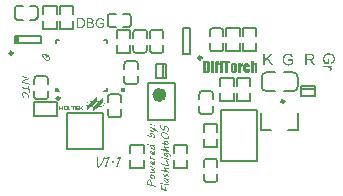
<source format=gbr>
G04 Layer_Color=65535*
%FSLAX25Y25*%
%MOIN*%
%TF.FileFunction,Legend,Top*%
%TF.Part,Single*%
G01*
G75*
%ADD69C,0.00787*%
%ADD70C,0.00984*%
%ADD71C,0.02362*%
%ADD72R,0.01331X0.02362*%
%ADD73R,0.01500X0.01500*%
G36*
X391455Y239508D02*
X391477Y239504D01*
X391481D01*
X391496Y239500D01*
X391519Y239496D01*
X391541Y239489D01*
X391545Y239485D01*
X391560Y239481D01*
X391579Y239470D01*
X391598Y239459D01*
X391601Y239455D01*
X391609Y239447D01*
X391616Y239433D01*
X391620Y239414D01*
Y239406D01*
X391616Y239391D01*
X391613Y239365D01*
X391605Y239342D01*
X391601Y239339D01*
X391594Y239328D01*
X391582Y239313D01*
X391571Y239294D01*
X391567Y239290D01*
X391560Y239282D01*
X391549Y239267D01*
X391537Y239249D01*
X391534Y239245D01*
X391526Y239234D01*
X391523Y239215D01*
X391519Y239193D01*
Y239185D01*
Y239166D01*
X391526Y239132D01*
X391534Y239095D01*
Y239091D01*
X391537Y239084D01*
X391541Y239072D01*
X391545Y239061D01*
X391556Y239024D01*
X391575Y238979D01*
Y238975D01*
X391579Y238967D01*
X391586Y238956D01*
X391594Y238945D01*
X391613Y238908D01*
X391639Y238866D01*
Y238862D01*
X391646Y238859D01*
X391661Y238836D01*
X391684Y238803D01*
X391710Y238769D01*
X391718Y238761D01*
X391733Y238742D01*
X391755Y238720D01*
X391781Y238694D01*
X391785Y238690D01*
X391800Y238683D01*
X391823Y238671D01*
X391845Y238667D01*
X391849D01*
X391864Y238671D01*
X391879Y238675D01*
X391898Y238686D01*
X391901Y238690D01*
X391909Y238701D01*
X391916Y238716D01*
X391928Y238739D01*
Y238742D01*
X391931Y238746D01*
X391943Y238765D01*
X391957Y238795D01*
X391972Y238829D01*
Y238832D01*
X391976Y238836D01*
X391987Y238862D01*
X392003Y238896D01*
X392018Y238934D01*
Y238937D01*
X392021Y238945D01*
X392025Y238952D01*
X392033Y238967D01*
X392048Y239001D01*
X392062Y239039D01*
Y239042D01*
X392066Y239046D01*
X392074Y239069D01*
X392085Y239095D01*
X392100Y239125D01*
Y239129D01*
X392104Y239132D01*
X392115Y239155D01*
X392134Y239181D01*
X392153Y239211D01*
Y239215D01*
X392156Y239219D01*
X392167Y239234D01*
X392182Y239256D01*
X392205Y239279D01*
X392209Y239282D01*
X392224Y239294D01*
X392243Y239309D01*
X392269Y239320D01*
X392276Y239324D01*
X392295Y239328D01*
X392321Y239331D01*
X392355Y239335D01*
X392385D01*
X392404Y239331D01*
X392407D01*
X392419Y239328D01*
X392434Y239324D01*
X392456Y239320D01*
X392460D01*
X392475Y239316D01*
X392494Y239313D01*
X392520Y239301D01*
X392528Y239298D01*
X392543Y239294D01*
X392569Y239282D01*
X392595Y239271D01*
X392599Y239267D01*
X392614Y239264D01*
X392636Y239252D01*
X392659Y239241D01*
X392663Y239237D01*
X392674Y239234D01*
X392685Y239223D01*
X392692Y239215D01*
X392696Y239211D01*
X392704Y239204D01*
X392715Y239189D01*
X392734Y239166D01*
X392753Y239144D01*
X392771Y239114D01*
X392816Y239046D01*
X392820Y239042D01*
X392824Y239031D01*
X392835Y239009D01*
X392850Y238986D01*
X392865Y238952D01*
X392884Y238919D01*
X392917Y238844D01*
Y238840D01*
X392925Y238825D01*
X392933Y238806D01*
X392940Y238780D01*
X392951Y238750D01*
X392963Y238713D01*
X392981Y238637D01*
Y238634D01*
X392985Y238619D01*
X392989Y238600D01*
X392992Y238574D01*
X392996Y238544D01*
X393000Y238514D01*
X393004Y238446D01*
Y238442D01*
Y238439D01*
X393000Y238416D01*
X392996Y238386D01*
X392989Y238349D01*
Y238345D01*
X392985Y238341D01*
X392977Y238319D01*
X392966Y238285D01*
X392948Y238251D01*
X392944Y238244D01*
X392929Y238225D01*
X392906Y238203D01*
X392884Y238176D01*
X392876Y238173D01*
X392861Y238161D01*
X392835Y238150D01*
X392809Y238146D01*
X392797D01*
X392782Y238150D01*
X392768Y238158D01*
X392764Y238161D01*
X392753Y238165D01*
X392726Y238184D01*
X392723Y238188D01*
X392715Y238195D01*
X392696Y238221D01*
X392692Y238225D01*
X392689Y238232D01*
X392685Y238244D01*
X392681Y238255D01*
Y238259D01*
Y238263D01*
X392685Y238281D01*
Y238285D01*
X392689Y238289D01*
X392692Y238307D01*
Y238311D01*
X392696Y238319D01*
X392700Y238341D01*
Y238345D01*
Y238356D01*
X392704Y238371D01*
Y238390D01*
Y238394D01*
Y238405D01*
Y238420D01*
X392700Y238446D01*
Y238473D01*
X392696Y238503D01*
X392685Y238578D01*
Y238581D01*
X392681Y238596D01*
X392677Y238615D01*
X392674Y238641D01*
X392666Y238671D01*
X392659Y238705D01*
X392640Y238776D01*
Y238780D01*
X392636Y238791D01*
X392629Y238810D01*
X392621Y238832D01*
X392599Y238881D01*
X392572Y238934D01*
Y238937D01*
X392565Y238945D01*
X392550Y238967D01*
X392524Y238994D01*
X392509Y239005D01*
X392494Y239009D01*
X392490D01*
X392479Y239013D01*
X392456Y239016D01*
X392453D01*
X392438Y239013D01*
X392419Y239005D01*
X392400Y238986D01*
X392396Y238983D01*
X392381Y238967D01*
X392362Y238941D01*
X392344Y238911D01*
Y238908D01*
X392340Y238904D01*
X392329Y238881D01*
X392314Y238851D01*
X392299Y238810D01*
Y238806D01*
X392295Y238803D01*
X392284Y238780D01*
X392272Y238746D01*
X392257Y238713D01*
X392231Y238652D01*
Y238649D01*
X392228Y238645D01*
X392220Y238622D01*
X392205Y238593D01*
X392186Y238559D01*
Y238555D01*
X392182Y238551D01*
X392167Y238532D01*
X392149Y238503D01*
X392126Y238473D01*
X392119Y238465D01*
X392104Y238450D01*
X392077Y238427D01*
X392048Y238405D01*
X392044D01*
X392040Y238401D01*
X392014Y238390D01*
X391980Y238375D01*
X391939Y238360D01*
X391935D01*
X391924Y238356D01*
X391905Y238352D01*
X391886Y238349D01*
X391871D01*
X391852Y238345D01*
X391826D01*
X391800Y238349D01*
X391766Y238356D01*
X391725Y238375D01*
X391721D01*
X391714Y238383D01*
X391703Y238390D01*
X391687Y238398D01*
X391650Y238427D01*
X391605Y238461D01*
X391601Y238465D01*
X391594Y238473D01*
X391582Y238484D01*
X391567Y238499D01*
X391534Y238536D01*
X391493Y238585D01*
X391489Y238589D01*
X391481Y238596D01*
X391474Y238611D01*
X391459Y238630D01*
X391429Y238675D01*
X391399Y238727D01*
Y238731D01*
X391391Y238735D01*
X391376Y238761D01*
X391354Y238791D01*
X391331Y238829D01*
Y238832D01*
X391324Y238836D01*
X391313Y238862D01*
X391294Y238896D01*
X391279Y238934D01*
Y238937D01*
X391275Y238941D01*
X391267Y238967D01*
X391256Y239001D01*
X391245Y239039D01*
Y239042D01*
X391241Y239050D01*
Y239061D01*
X391237Y239076D01*
X391234Y239110D01*
X391230Y239155D01*
Y239159D01*
Y239162D01*
Y239174D01*
Y239189D01*
X391234Y239226D01*
X391237Y239271D01*
Y239275D01*
Y239282D01*
X391241Y239294D01*
Y239309D01*
X391249Y239346D01*
X391260Y239387D01*
Y239391D01*
X391264Y239395D01*
X391275Y239418D01*
X391294Y239447D01*
X391320Y239474D01*
X391328Y239481D01*
X391346Y239493D01*
X391380Y239504D01*
X391425Y239511D01*
X391440D01*
X391455Y239508D01*
D02*
G37*
G36*
X391545Y237929D02*
X391579Y237921D01*
X391586D01*
X391605Y237914D01*
X391631Y237906D01*
X391661Y237895D01*
X392621Y237655D01*
X392636D01*
X392651Y237651D01*
X392670D01*
X392715Y237648D01*
X392764Y237640D01*
X392775D01*
X392786Y237636D01*
X392801D01*
X392843Y237629D01*
X392884Y237617D01*
X392887D01*
X392895Y237614D01*
X392910Y237610D01*
X392929Y237606D01*
X392933D01*
X392944Y237599D01*
X392959Y237591D01*
X392974Y237580D01*
X392977Y237576D01*
X392985Y237569D01*
X393000Y237550D01*
X393011Y237531D01*
X393015Y237527D01*
X393019Y237512D01*
X393022Y237490D01*
X393026Y237464D01*
Y237460D01*
Y237456D01*
Y237430D01*
X393022Y237404D01*
X393019Y237374D01*
Y237370D01*
X393015Y237355D01*
X393007Y237336D01*
X393000Y237321D01*
X392996Y237317D01*
X392992Y237310D01*
X392981Y237302D01*
X392970Y237295D01*
X392955D01*
X392940Y237291D01*
X392887D01*
X392850Y237295D01*
X392797Y237302D01*
X392794D01*
X392782Y237306D01*
X392768D01*
X392745Y237310D01*
X392719Y237314D01*
X392689D01*
X392651Y237317D01*
X392614D01*
X392618Y237314D01*
X392621Y237306D01*
X392633Y237295D01*
X392644Y237280D01*
X392677Y237235D01*
X392719Y237182D01*
X392723Y237179D01*
X392730Y237171D01*
X392741Y237156D01*
X392756Y237138D01*
X392794Y237089D01*
X392835Y237033D01*
X392839Y237029D01*
X392843Y237017D01*
X392854Y237002D01*
X392865Y236984D01*
X392895Y236931D01*
X392925Y236875D01*
Y236871D01*
X392933Y236864D01*
X392936Y236849D01*
X392944Y236830D01*
X392955Y236785D01*
X392963Y236733D01*
Y236729D01*
Y236725D01*
X392959Y236699D01*
X392955Y236669D01*
X392948Y236631D01*
Y236628D01*
X392944Y236624D01*
X392936Y236601D01*
X392921Y236575D01*
X392902Y236545D01*
X392899Y236541D01*
X392887Y236530D01*
X392873Y236511D01*
X392854Y236492D01*
X392805Y236448D01*
X392775Y236425D01*
X392749Y236406D01*
X392745D01*
X392734Y236399D01*
X392719Y236395D01*
X392700Y236387D01*
X392674Y236380D01*
X392644Y236372D01*
X392610Y236369D01*
X392572Y236365D01*
X392543D01*
X392512Y236369D01*
X392475Y236372D01*
X392467D01*
X392456Y236376D01*
X392441Y236380D01*
X392407Y236387D01*
X392362Y236399D01*
X392359D01*
X392351Y236403D01*
X392336Y236406D01*
X392314Y236414D01*
X392287Y236421D01*
X392257Y236429D01*
X392228Y236440D01*
X392190Y236455D01*
X392108Y236485D01*
X392018Y236526D01*
X391928Y236575D01*
X391834Y236635D01*
X391830Y236639D01*
X391823Y236643D01*
X391811Y236654D01*
X391792Y236665D01*
X391770Y236680D01*
X391747Y236702D01*
X391687Y236751D01*
X391624Y236811D01*
X391552Y236882D01*
X391481Y236961D01*
X391414Y237051D01*
X391410Y237055D01*
X391403Y237066D01*
X391391Y237089D01*
X391376Y237111D01*
X391361Y237141D01*
X391350Y237175D01*
X391335Y237209D01*
X391328Y237243D01*
Y237246D01*
X391324Y237258D01*
X391320Y237280D01*
X391316Y237302D01*
Y237333D01*
X391313Y237366D01*
X391309Y237434D01*
Y237438D01*
Y237441D01*
Y237464D01*
X391313Y237494D01*
X391316Y237527D01*
Y237531D01*
Y237535D01*
X391320Y237558D01*
Y237587D01*
X391324Y237621D01*
Y237625D01*
Y237629D01*
X391320Y237648D01*
X391316Y237670D01*
X391313Y237692D01*
Y237696D01*
X391309Y237707D01*
Y237726D01*
Y237745D01*
Y237749D01*
Y237756D01*
Y237779D01*
X391316Y237805D01*
X391324Y237835D01*
X391328Y237842D01*
X391335Y237858D01*
X391346Y237876D01*
X391365Y237895D01*
X391369Y237899D01*
X391380Y237906D01*
X391399Y237917D01*
X391421Y237925D01*
X391425Y237929D01*
X391440Y237932D01*
X391462Y237936D01*
X391515D01*
X391545Y237929D01*
D02*
G37*
G36*
X392344Y243820D02*
X392366Y243816D01*
X392370D01*
X392385Y243812D01*
X392400Y243809D01*
X392415Y243801D01*
X392419Y243797D01*
X392434Y243786D01*
X392456Y243771D01*
X392479Y243745D01*
X392482Y243738D01*
X392494Y243723D01*
X392509Y243700D01*
X392528Y243674D01*
X392531Y243666D01*
X392539Y243651D01*
X392550Y243625D01*
X392561Y243599D01*
X392565Y243591D01*
X392569Y243576D01*
X392576Y243558D01*
X392584Y243539D01*
X392587Y243535D01*
X392591Y243516D01*
X392602Y243494D01*
X392614Y243460D01*
Y243456D01*
X392618Y243453D01*
X392625Y243430D01*
X392640Y243400D01*
X392655Y243359D01*
Y243355D01*
X392659Y243348D01*
X392663Y243336D01*
X392666Y243325D01*
X392681Y243287D01*
X392696Y243243D01*
Y243239D01*
X392700Y243231D01*
X392704Y243220D01*
X392711Y243205D01*
X392726Y243167D01*
X392741Y243126D01*
Y243123D01*
X392745Y243119D01*
X392753Y243096D01*
X392764Y243066D01*
X392775Y243033D01*
X392779Y243025D01*
X392782Y243010D01*
X392790Y242991D01*
X392797Y242976D01*
Y242972D01*
X392801Y242961D01*
X392809Y242946D01*
X392816Y242924D01*
X392824Y242898D01*
X392835Y242867D01*
X392861Y242800D01*
Y242796D01*
X392869Y242785D01*
X392876Y242766D01*
X392884Y242740D01*
X392895Y242714D01*
X392906Y242680D01*
X392933Y242613D01*
Y242609D01*
X392936Y242598D01*
X392944Y242579D01*
X392951Y242556D01*
X392959Y242526D01*
X392966Y242496D01*
X392985Y242432D01*
Y242429D01*
X392989Y242418D01*
X392992Y242403D01*
Y242384D01*
X393000Y242339D01*
X393004Y242294D01*
Y242290D01*
Y242283D01*
Y242271D01*
Y242256D01*
X393000Y242219D01*
X392996Y242185D01*
Y242178D01*
X392989Y242162D01*
X392981Y242140D01*
X392970Y242114D01*
X392966Y242110D01*
X392955Y242095D01*
X392940Y242073D01*
X392921Y242050D01*
X392917Y242046D01*
X392902Y242027D01*
X392884Y242001D01*
X392861Y241968D01*
X392858Y241960D01*
X392839Y241941D01*
X392816Y241919D01*
X392782Y241900D01*
X392779D01*
X392775Y241896D01*
X392764Y241893D01*
X392749D01*
X392715Y241885D01*
X392674Y241881D01*
X392633D01*
X392606Y241885D01*
X392599D01*
X392584Y241889D01*
X392558Y241893D01*
X392528Y241896D01*
X392520D01*
X392501Y241900D01*
X392475Y241908D01*
X392445Y241911D01*
X392441D01*
X392438Y241915D01*
X392419Y241919D01*
X392396Y241926D01*
X392374Y241934D01*
X392062Y242035D01*
X392059D01*
X392051Y242039D01*
X392036Y242042D01*
X392021Y242050D01*
X391999Y242057D01*
X391972Y242065D01*
X391909Y242088D01*
X391834Y242110D01*
X391755Y242136D01*
X391669Y242162D01*
X391582Y242193D01*
X391579D01*
X391571Y242196D01*
X391560Y242200D01*
X391541Y242204D01*
X391523Y242211D01*
X391500Y242219D01*
X391440Y242237D01*
X391376Y242256D01*
X391305Y242279D01*
X391155Y242324D01*
X391151D01*
X391147Y242327D01*
X391136D01*
X391121Y242335D01*
X391084Y242342D01*
X391039Y242357D01*
X390986Y242369D01*
X390926Y242384D01*
X390866Y242399D01*
X390810Y242414D01*
X390803D01*
X390784Y242418D01*
X390757Y242425D01*
X390720Y242432D01*
X390683Y242436D01*
X390641Y242444D01*
X390604Y242447D01*
X390566Y242451D01*
X390563D01*
X390551Y242455D01*
X390536Y242462D01*
X390517Y242470D01*
X390473Y242493D01*
X390431Y242530D01*
X390427Y242534D01*
X390424Y242541D01*
X390416Y242552D01*
X390405Y242567D01*
X390386Y242609D01*
X390383Y242631D01*
X390379Y242657D01*
Y242661D01*
Y242665D01*
X390383Y242684D01*
X390386Y242710D01*
X390401Y242733D01*
X390405Y242736D01*
X390416Y242751D01*
X390431Y242766D01*
X390454Y242781D01*
X390458Y242785D01*
X390473Y242793D01*
X390495Y242800D01*
X390525Y242808D01*
X390532Y242811D01*
X390551Y242815D01*
X390578Y242819D01*
X390649D01*
X390668Y242815D01*
X390671D01*
X390683Y242811D01*
X390698D01*
X390716Y242808D01*
X390724D01*
X390746Y242800D01*
X390776Y242793D01*
X390821Y242781D01*
X390874Y242766D01*
X390930Y242747D01*
X390994Y242729D01*
X391061Y242706D01*
X391065D01*
X391069Y242703D01*
X391091Y242695D01*
X391125Y242684D01*
X391174Y242669D01*
X391226Y242650D01*
X391286Y242631D01*
X391354Y242609D01*
X391421Y242586D01*
X391425D01*
X391429Y242583D01*
X391440Y242579D01*
X391451Y242575D01*
X391489Y242564D01*
X391537Y242549D01*
X391590Y242530D01*
X391654Y242511D01*
X391721Y242489D01*
X391789Y242466D01*
X391792D01*
X391796Y242462D01*
X391819Y242455D01*
X391856Y242444D01*
X391901Y242429D01*
X391957Y242414D01*
X392018Y242395D01*
X392081Y242376D01*
X392149Y242357D01*
X392272Y242327D01*
X392276D01*
X392287Y242324D01*
X392306Y242320D01*
X392329Y242313D01*
X392359Y242305D01*
X392389Y242298D01*
X392453Y242283D01*
X392456D01*
X392467Y242279D01*
X392482Y242275D01*
X392501D01*
X392543Y242267D01*
X392587Y242264D01*
X392606D01*
X392621Y242267D01*
X392636Y242275D01*
X392640Y242279D01*
X392644Y242286D01*
X392648Y242298D01*
X392651Y242316D01*
Y242320D01*
Y242331D01*
Y242346D01*
X392648Y242365D01*
Y242391D01*
X392640Y242421D01*
X392629Y242489D01*
Y242493D01*
X392625Y242508D01*
X392618Y242526D01*
X392610Y242552D01*
X392602Y242586D01*
X392591Y242620D01*
X392569Y242699D01*
Y242703D01*
X392561Y242718D01*
X392554Y242740D01*
X392546Y242766D01*
X392531Y242800D01*
X392520Y242834D01*
X392490Y242913D01*
X392486Y242916D01*
X392482Y242931D01*
X392475Y242950D01*
X392464Y242976D01*
X392453Y243006D01*
X392438Y243040D01*
X392407Y243108D01*
Y243111D01*
X392404Y243115D01*
X392396Y243138D01*
X392385Y243164D01*
X392374Y243190D01*
X392370Y243197D01*
X392362Y243213D01*
X392351Y243239D01*
X392340Y243272D01*
Y243276D01*
X392336Y243280D01*
X392333Y243291D01*
X392325Y243306D01*
X392318Y243325D01*
X392306Y243348D01*
X392284Y243404D01*
Y243408D01*
X392276Y243419D01*
X392269Y243438D01*
X392257Y243464D01*
X392246Y243497D01*
X392228Y243539D01*
X392209Y243584D01*
X392186Y243636D01*
Y243640D01*
X392182Y243651D01*
X392171Y243681D01*
Y243685D01*
X392167Y243692D01*
X392164Y243719D01*
Y243723D01*
Y243734D01*
X392167Y243749D01*
X392175Y243764D01*
X392179Y243767D01*
X392182Y243775D01*
X392194Y243786D01*
X392205Y243797D01*
X392209Y243801D01*
X392216Y243805D01*
X392231Y243812D01*
X392250Y243816D01*
X392254D01*
X392265Y243820D01*
X392280Y243824D01*
X392318D01*
X392344Y243820D01*
D02*
G37*
G36*
X391755Y241488D02*
X391785Y241480D01*
X391789D01*
X391800Y241476D01*
X391815Y241473D01*
X391838Y241465D01*
X391860Y241458D01*
X391890Y241450D01*
X391950Y241431D01*
X391954D01*
X391965Y241427D01*
X391980Y241420D01*
X392003Y241416D01*
X392025Y241405D01*
X392055Y241398D01*
X392115Y241375D01*
X392119D01*
X392130Y241371D01*
X392145Y241364D01*
X392164Y241356D01*
X392190Y241349D01*
X392216Y241337D01*
X392280Y241315D01*
X392284D01*
X392295Y241311D01*
X392310Y241307D01*
X392333Y241300D01*
X392359Y241293D01*
X392389Y241285D01*
X392453Y241266D01*
X392456D01*
X392471Y241263D01*
X392494Y241255D01*
X392524Y241251D01*
X392558Y241244D01*
X392595Y241236D01*
X392670Y241225D01*
X392685D01*
X392704Y241221D01*
X392730Y241217D01*
X392782Y241214D01*
X392835Y241210D01*
X392843D01*
X392869Y241206D01*
X392899Y241202D01*
X392936Y241195D01*
X392940D01*
X392944Y241191D01*
X392966Y241188D01*
X392992Y241176D01*
X393019Y241158D01*
X393026Y241154D01*
X393041Y241143D01*
X393060Y241124D01*
X393079Y241097D01*
X393082Y241090D01*
X393090Y241071D01*
X393097Y241045D01*
X393101Y241007D01*
Y241004D01*
Y240989D01*
X393097Y240970D01*
X393094Y240948D01*
X393079Y240895D01*
X393068Y240873D01*
X393053Y240854D01*
X393049D01*
X393045Y240846D01*
X393034Y240843D01*
X393019Y240835D01*
X393000Y240827D01*
X392977Y240820D01*
X392951Y240816D01*
X392921Y240812D01*
X392891D01*
X392861Y240816D01*
X392824Y240820D01*
X392820D01*
X392816Y240824D01*
X392805D01*
X392790Y240827D01*
X392756Y240835D01*
X392715Y240843D01*
X392711D01*
X392700Y240846D01*
X392677Y240854D01*
X392655Y240861D01*
X392625Y240869D01*
X392591Y240876D01*
X392524Y240899D01*
X392520D01*
X392505Y240906D01*
X392486Y240910D01*
X392464Y240921D01*
X392434Y240929D01*
X392400Y240940D01*
X392329Y240963D01*
X392325D01*
X392314Y240970D01*
X392291Y240974D01*
X392269Y240985D01*
X392239Y240992D01*
X392205Y241004D01*
X392138Y241026D01*
X392134D01*
X392119Y241030D01*
X392100Y241038D01*
X392077Y241045D01*
X392048Y241053D01*
X392014Y241060D01*
X391939Y241079D01*
X391931Y241083D01*
X391901D01*
X391886Y241075D01*
X391875Y241068D01*
X391871Y241064D01*
X391867Y241060D01*
X391864Y241049D01*
X391860Y241030D01*
Y241022D01*
X391864Y241004D01*
X391867Y240978D01*
X391879Y240944D01*
X391882Y240936D01*
X391890Y240917D01*
X391901Y240895D01*
X391916Y240869D01*
X391920Y240865D01*
X391931Y240846D01*
X391946Y240824D01*
X391965Y240794D01*
X391991Y240760D01*
X392018Y240726D01*
X392077Y240651D01*
X392081Y240648D01*
X392092Y240636D01*
X392108Y240617D01*
X392126Y240599D01*
X392153Y240573D01*
X392182Y240543D01*
X392246Y240486D01*
X392250Y240482D01*
X392261Y240475D01*
X392280Y240460D01*
X392302Y240441D01*
X392329Y240419D01*
X392359Y240392D01*
X392430Y240340D01*
X392434Y240336D01*
X392449Y240329D01*
X392467Y240314D01*
X392494Y240299D01*
X392528Y240276D01*
X392561Y240250D01*
X392602Y240224D01*
X392648Y240197D01*
X392651Y240194D01*
X392666Y240186D01*
X392689Y240175D01*
X392715Y240164D01*
X392749Y240145D01*
X392782Y240130D01*
X392850Y240104D01*
X392854D01*
X392865Y240100D01*
X392880Y240092D01*
X392899Y240085D01*
X392940Y240066D01*
X392981Y240048D01*
X392985D01*
X392989Y240044D01*
X393007Y240029D01*
X393030Y240010D01*
X393053Y239987D01*
X393056Y239980D01*
X393064Y239961D01*
X393071Y239931D01*
X393075Y239890D01*
Y239886D01*
Y239879D01*
X393071Y239867D01*
Y239852D01*
X393056Y239819D01*
X393049Y239800D01*
X393034Y239789D01*
X393026Y239785D01*
X393007Y239774D01*
X392974Y239762D01*
X392929Y239759D01*
X392910D01*
X392895Y239762D01*
X392858Y239766D01*
X392809Y239774D01*
X390405Y240374D01*
X390401D01*
X390390Y240377D01*
X390375Y240381D01*
X390360Y240389D01*
X390356Y240392D01*
X390345Y240400D01*
X390330Y240411D01*
X390311Y240426D01*
X390307Y240430D01*
X390296Y240441D01*
X390285Y240456D01*
X390274Y240479D01*
X390270Y240482D01*
X390266Y240497D01*
X390263Y240520D01*
X390259Y240546D01*
Y240550D01*
Y240565D01*
Y240584D01*
X390263Y240606D01*
Y240614D01*
X390266Y240625D01*
X390270Y240648D01*
X390274Y240666D01*
Y240670D01*
X390281Y240681D01*
X390289Y240696D01*
X390300Y240707D01*
X390304Y240711D01*
X390311Y240719D01*
X390330Y240722D01*
X390349Y240726D01*
X390364D01*
X390379Y240722D01*
X390383D01*
X390394Y240719D01*
X390409D01*
X390427Y240715D01*
X390431D01*
X390446Y240711D01*
X390469Y240704D01*
X390495Y240696D01*
X390532Y240689D01*
X390578Y240677D01*
X390626Y240666D01*
X390679Y240651D01*
X390739Y240636D01*
X390803Y240617D01*
X390870Y240602D01*
X390941Y240584D01*
X391095Y240543D01*
X391252Y240501D01*
X391256D01*
X391271Y240497D01*
X391294Y240490D01*
X391328Y240482D01*
X391365Y240471D01*
X391410Y240460D01*
X391462Y240449D01*
X391519Y240434D01*
X391582Y240415D01*
X391650Y240400D01*
X391721Y240381D01*
X391796Y240359D01*
X391954Y240321D01*
X392115Y240276D01*
X392108Y240280D01*
X392092Y240295D01*
X392066Y240318D01*
X392033Y240348D01*
X391995Y240381D01*
X391954Y240423D01*
X391867Y240509D01*
X391864Y240512D01*
X391849Y240531D01*
X391826Y240554D01*
X391800Y240584D01*
X391766Y240621D01*
X391736Y240663D01*
X391669Y240753D01*
X391665Y240760D01*
X391654Y240775D01*
X391639Y240801D01*
X391620Y240835D01*
X391601Y240873D01*
X391579Y240917D01*
X391541Y241015D01*
X391537Y241022D01*
X391534Y241038D01*
X391526Y241064D01*
X391519Y241101D01*
X391511Y241143D01*
X391504Y241191D01*
X391496Y241244D01*
Y241296D01*
Y241300D01*
Y241311D01*
X391500Y241330D01*
X391504Y241349D01*
X391511Y241371D01*
X391523Y241398D01*
X391537Y241420D01*
X391556Y241439D01*
X391560Y241442D01*
X391567Y241446D01*
X391579Y241454D01*
X391594Y241465D01*
X391616Y241476D01*
X391642Y241484D01*
X391669Y241488D01*
X391703Y241491D01*
X391729D01*
X391755Y241488D01*
D02*
G37*
G36*
X387019Y256079D02*
X387049Y256071D01*
X387083Y256060D01*
X387116Y256041D01*
X387154Y256019D01*
X387191Y255985D01*
X387195Y255981D01*
X387206Y255970D01*
X387221Y255947D01*
X387236Y255921D01*
X387255Y255891D01*
X387270Y255854D01*
X387281Y255813D01*
X387285Y255767D01*
Y255764D01*
Y255752D01*
X387281Y255734D01*
X387278Y255711D01*
X387270Y255689D01*
X387255Y255659D01*
X387240Y255632D01*
X387217Y255606D01*
X387214Y255603D01*
X387206Y255595D01*
X387191Y255584D01*
X387173Y255573D01*
X387150Y255561D01*
X387120Y255550D01*
X387090Y255542D01*
X387056Y255539D01*
X387034D01*
X387011Y255542D01*
X386981Y255550D01*
X386947Y255565D01*
X386914Y255580D01*
X386876Y255606D01*
X386839Y255640D01*
X386835Y255644D01*
X386824Y255659D01*
X386809Y255678D01*
X386790Y255708D01*
X386771Y255741D01*
X386756Y255779D01*
X386745Y255820D01*
X386741Y255865D01*
Y255869D01*
Y255880D01*
X386745Y255899D01*
X386749Y255921D01*
X386756Y255944D01*
X386771Y255970D01*
X386786Y255996D01*
X386809Y256019D01*
X386812Y256023D01*
X386820Y256030D01*
X386835Y256037D01*
X386854Y256052D01*
X386880Y256064D01*
X386906Y256071D01*
X386940Y256079D01*
X386974Y256083D01*
X386996D01*
X387019Y256079D01*
D02*
G37*
G36*
X388252Y255730D02*
X388279Y255722D01*
X388313Y255711D01*
X388350Y255693D01*
X388387Y255670D01*
X388421Y255636D01*
X388425Y255632D01*
X388436Y255617D01*
X388451Y255599D01*
X388466Y255573D01*
X388481Y255539D01*
X388496Y255501D01*
X388508Y255460D01*
X388511Y255415D01*
Y255411D01*
Y255400D01*
X388508Y255381D01*
X388504Y255359D01*
X388496Y255336D01*
X388485Y255306D01*
X388470Y255280D01*
X388447Y255254D01*
X388444Y255250D01*
X388436Y255242D01*
X388421Y255235D01*
X388403Y255224D01*
X388380Y255209D01*
X388354Y255201D01*
X388324Y255194D01*
X388290Y255190D01*
X388267D01*
X388245Y255194D01*
X388215Y255201D01*
X388181Y255216D01*
X388144Y255231D01*
X388106Y255258D01*
X388069Y255291D01*
X388065Y255295D01*
X388054Y255310D01*
X388039Y255329D01*
X388020Y255359D01*
X388001Y255389D01*
X387986Y255426D01*
X387975Y255468D01*
X387971Y255512D01*
Y255516D01*
Y255527D01*
X387975Y255546D01*
X387979Y255569D01*
X387986Y255591D01*
X388001Y255617D01*
X388016Y255644D01*
X388039Y255670D01*
X388042Y255674D01*
X388050Y255681D01*
X388065Y255689D01*
X388084Y255704D01*
X388110Y255715D01*
X388140Y255722D01*
X388170Y255730D01*
X388208Y255734D01*
X388226D01*
X388252Y255730D01*
D02*
G37*
G36*
X390412Y236395D02*
X390416D01*
X390424Y236391D01*
X390450Y236387D01*
X392272Y235934D01*
X392276D01*
X392291Y235930D01*
X392314Y235923D01*
X392340Y235915D01*
X392370Y235908D01*
X392407Y235900D01*
X392482Y235885D01*
X392486D01*
X392497Y235881D01*
X392516D01*
X392539Y235877D01*
X392591Y235866D01*
X392640Y235859D01*
X392723D01*
X392760Y235855D01*
X392805Y235851D01*
X392816D01*
X392828Y235847D01*
X392843Y235844D01*
X392884Y235836D01*
X392925Y235825D01*
X392929D01*
X392933Y235821D01*
X392959Y235810D01*
X392985Y235795D01*
X393015Y235769D01*
X393022Y235761D01*
X393034Y235746D01*
X393045Y235716D01*
X393053Y235679D01*
Y235675D01*
Y235671D01*
X393049Y235649D01*
X393041Y235623D01*
X393030Y235593D01*
X393026Y235585D01*
X393015Y235570D01*
X393000Y235551D01*
X392977Y235532D01*
X392974Y235529D01*
X392959Y235521D01*
X392936Y235510D01*
X392910Y235499D01*
X392902D01*
X392887Y235495D01*
X392865Y235491D01*
X392839Y235488D01*
X392797D01*
X392771Y235491D01*
X392764D01*
X392741Y235495D01*
X392715Y235503D01*
X392681Y235506D01*
X392674D01*
X392651Y235510D01*
X392621Y235518D01*
X392587Y235521D01*
X392584D01*
X392580Y235525D01*
X392558Y235529D01*
X392531Y235532D01*
X392505Y235540D01*
X390645Y236013D01*
X390622D01*
X390604Y236016D01*
X390563Y236020D01*
X390510Y236024D01*
X390506D01*
X390499Y236028D01*
X390484D01*
X390465Y236031D01*
X390420Y236042D01*
X390375Y236054D01*
X390371D01*
X390364Y236057D01*
X390353Y236061D01*
X390337Y236069D01*
X390304Y236084D01*
X390274Y236106D01*
X390270D01*
X390266Y236114D01*
X390251Y236129D01*
X390240Y236159D01*
X390232Y236177D01*
Y236196D01*
Y236200D01*
Y236215D01*
X390236Y236234D01*
X390244Y236256D01*
Y236264D01*
X390251Y236279D01*
X390259Y236301D01*
X390274Y236324D01*
X390278Y236331D01*
X390285Y236343D01*
X390300Y236361D01*
X390319Y236380D01*
X390322Y236384D01*
X390337Y236391D01*
X390356Y236399D01*
X390379Y236403D01*
X390390D01*
X390412Y236395D01*
D02*
G37*
G36*
X390529Y235705D02*
X390547Y235701D01*
X390551D01*
X390563Y235698D01*
X390578Y235690D01*
X390596Y235679D01*
X390600Y235675D01*
X390611Y235667D01*
X390626Y235652D01*
X390641Y235634D01*
X390645Y235630D01*
X390652Y235615D01*
X390664Y235593D01*
X390675Y235566D01*
Y235562D01*
X390679Y235555D01*
X390683Y235540D01*
X390686Y235518D01*
Y235514D01*
X390690Y235499D01*
X390694Y235472D01*
X390698Y235442D01*
Y235435D01*
X390701Y235416D01*
X390705Y235386D01*
X390712Y235352D01*
Y235349D01*
Y235345D01*
X390716Y235322D01*
X390720Y235293D01*
X390727Y235262D01*
Y235259D01*
X390731Y235251D01*
X390735Y235236D01*
X390739Y235217D01*
X390746Y235191D01*
X390750Y235165D01*
X390765Y235105D01*
Y235101D01*
X390769Y235090D01*
X390773Y235071D01*
X390776Y235049D01*
X390784Y235022D01*
X390791Y234993D01*
X390810Y234925D01*
Y234921D01*
X390814Y234910D01*
X390817Y234891D01*
X390825Y234865D01*
X390832Y234839D01*
X390840Y234805D01*
X390859Y234737D01*
Y234734D01*
X390862Y234722D01*
X390870Y234704D01*
X390874Y234681D01*
X390885Y234651D01*
X390893Y234621D01*
X390915Y234558D01*
Y234554D01*
X390919Y234542D01*
X390926Y234527D01*
X390934Y234509D01*
X390952Y234460D01*
X390975Y234407D01*
Y234404D01*
X390979Y234396D01*
X390986Y234385D01*
X390994Y234370D01*
X391016Y234336D01*
X391039Y234306D01*
X391042Y234302D01*
X391057Y234295D01*
X391080Y234284D01*
X391114Y234269D01*
X391118D01*
X391121Y234265D01*
X391132Y234261D01*
X391147Y234254D01*
X391189Y234239D01*
X391237Y234220D01*
X391241D01*
X391249Y234216D01*
X391264Y234212D01*
X391283Y234205D01*
X391331Y234190D01*
X391388Y234171D01*
X391391D01*
X391399Y234168D01*
X391414Y234164D01*
X391432Y234156D01*
X391481Y234141D01*
X391534Y234122D01*
X391537D01*
X391545Y234119D01*
X391556Y234115D01*
X391575Y234111D01*
X391613Y234100D01*
X391654Y234089D01*
X391661D01*
X391680Y234081D01*
X391703Y234078D01*
X391721Y234074D01*
X391725D01*
X391736Y234070D01*
X391755Y234066D01*
X391781Y234059D01*
X391789D01*
X391804Y234051D01*
X391826Y234048D01*
X391849Y234040D01*
Y234044D01*
X391845Y234048D01*
X391841Y234059D01*
X391838Y234074D01*
X391826Y234115D01*
X391808Y234168D01*
X391792Y234231D01*
X391774Y234299D01*
X391755Y234370D01*
X391736Y234445D01*
Y234449D01*
X391733Y234453D01*
Y234464D01*
X391729Y234479D01*
X391721Y234520D01*
X391710Y234569D01*
X391703Y234629D01*
X391695Y234696D01*
X391691Y234768D01*
X391687Y234842D01*
Y234850D01*
Y234865D01*
Y234891D01*
X391691Y234925D01*
Y234929D01*
Y234932D01*
Y234959D01*
X391699Y234989D01*
X391706Y235026D01*
Y235030D01*
X391710Y235034D01*
X391714Y235056D01*
X391725Y235083D01*
X391744Y235109D01*
X391747Y235116D01*
X391762Y235127D01*
X391785Y235139D01*
X391815Y235146D01*
X391823D01*
X391838Y235142D01*
X391852D01*
X391867Y235139D01*
X391886Y235131D01*
X391890D01*
X391901Y235124D01*
X391920Y235116D01*
X391943Y235105D01*
X391946Y235101D01*
X391957Y235090D01*
X391969Y235075D01*
X391980Y235052D01*
Y235049D01*
Y235041D01*
Y235026D01*
Y235011D01*
Y235008D01*
Y235000D01*
Y234974D01*
Y234970D01*
Y234951D01*
Y234925D01*
X391984Y234895D01*
Y234854D01*
X391987Y234812D01*
X392003Y234715D01*
Y234707D01*
X392006Y234693D01*
X392010Y234666D01*
X392018Y234632D01*
X392029Y234595D01*
X392036Y234550D01*
X392062Y234453D01*
Y234445D01*
X392070Y234430D01*
X392077Y234404D01*
X392089Y234370D01*
X392100Y234332D01*
X392119Y234288D01*
X392156Y234190D01*
X392160Y234183D01*
X392164Y234168D01*
X392175Y234141D01*
X392190Y234107D01*
X392205Y234070D01*
X392228Y234025D01*
X392269Y233927D01*
X393060Y233744D01*
X393064D01*
X393079Y233740D01*
X393094Y233729D01*
X393112Y233714D01*
X393116Y233710D01*
X393124Y233699D01*
X393135Y233680D01*
X393139Y233661D01*
Y233620D01*
Y233616D01*
Y233609D01*
X393135Y233597D01*
X393131Y233582D01*
X393124Y233564D01*
X393116Y233549D01*
X393101Y233534D01*
X393082Y233523D01*
X393079D01*
X393071Y233519D01*
X393060Y233515D01*
X393045Y233511D01*
X393022Y233504D01*
X393000Y233500D01*
X392940Y233496D01*
X392895D01*
X392869Y233500D01*
X392843D01*
X392782Y233507D01*
X392779D01*
X392768Y233511D01*
X392749Y233515D01*
X392726Y233519D01*
X392700Y233523D01*
X392670Y233526D01*
X392610Y233538D01*
X392606D01*
X392595Y233541D01*
X392580Y233545D01*
X392558Y233549D01*
X392509Y233560D01*
X392456Y233568D01*
X392453D01*
X392445Y233571D01*
X392430D01*
X392415Y233575D01*
X392381Y233579D01*
X392348Y233582D01*
X392344Y233579D01*
X392329Y233568D01*
X392306Y233553D01*
X392284Y233538D01*
X392276Y233534D01*
X392261Y233526D01*
X392231Y233519D01*
X392197Y233515D01*
X392182D01*
X392171Y233519D01*
X392153D01*
X392111Y233534D01*
X392092Y233541D01*
X392074Y233556D01*
X392070Y233560D01*
X392066Y233564D01*
X392044Y233586D01*
X392014Y233624D01*
X391980Y233669D01*
X391972Y233672D01*
X391957Y233684D01*
X391954D01*
X391946Y233687D01*
X391928Y233699D01*
X391924D01*
X391916Y233702D01*
X391890Y233710D01*
X391886D01*
X391879Y233714D01*
X391860Y233717D01*
X391590Y233792D01*
X391582Y233796D01*
X391564Y233800D01*
X391534Y233807D01*
X391496Y233819D01*
X391451Y233830D01*
X391406Y233845D01*
X391313Y233871D01*
X391309D01*
X391294Y233879D01*
X391271Y233882D01*
X391241Y233890D01*
X391208Y233901D01*
X391170Y233912D01*
X391099Y233931D01*
X391095D01*
X391084Y233935D01*
X391065Y233943D01*
X391042Y233950D01*
X390986Y233969D01*
X390930Y233987D01*
X390926D01*
X390915Y233991D01*
X390900Y233999D01*
X390881Y234002D01*
X390832Y234017D01*
X390780Y234036D01*
X390776D01*
X390765Y234044D01*
X390742Y234048D01*
X390716Y234059D01*
X390712D01*
X390709Y234063D01*
X390690Y234070D01*
X390660Y234085D01*
X390630Y234100D01*
X390626D01*
X390622Y234104D01*
X390604Y234119D01*
X390581Y234134D01*
X390559Y234156D01*
X390555Y234164D01*
X390540Y234179D01*
X390529Y234197D01*
X390525Y234224D01*
Y234227D01*
Y234239D01*
Y234250D01*
Y234269D01*
X390532Y234306D01*
X390536Y234321D01*
X390540Y234336D01*
X390544Y234340D01*
X390547Y234351D01*
X390559Y234366D01*
X390574Y234378D01*
X390615Y234392D01*
Y234400D01*
X390611Y234415D01*
X390608Y234441D01*
X390604Y234475D01*
Y234479D01*
X390600Y234483D01*
Y234494D01*
X390596Y234509D01*
X390589Y234542D01*
X390581Y234584D01*
Y234588D01*
X390578Y234595D01*
Y234606D01*
X390574Y234621D01*
X390563Y234655D01*
X390555Y234693D01*
Y234696D01*
X390551Y234700D01*
X390547Y234719D01*
X390540Y234745D01*
X390536Y234764D01*
Y234768D01*
X390529Y234783D01*
X390525Y234809D01*
X390517Y234835D01*
X390506Y234869D01*
X390499Y234906D01*
X390480Y234985D01*
Y234989D01*
X390476Y235004D01*
X390473Y235022D01*
X390465Y235049D01*
X390458Y235079D01*
X390450Y235113D01*
X390439Y235180D01*
Y235184D01*
X390435Y235195D01*
Y235214D01*
X390431Y235236D01*
X390427Y235262D01*
X390424Y235293D01*
X390416Y235352D01*
Y235356D01*
Y235367D01*
X390412Y235383D01*
Y235405D01*
Y235431D01*
X390409Y235461D01*
Y235521D01*
Y235525D01*
Y235529D01*
Y235547D01*
Y235570D01*
X390412Y235596D01*
Y235604D01*
X390416Y235619D01*
X390420Y235637D01*
X390427Y235656D01*
Y235660D01*
X390435Y235671D01*
X390442Y235683D01*
X390458Y235694D01*
X390461Y235698D01*
X390469Y235701D01*
X390488Y235705D01*
X390506Y235709D01*
X390517D01*
X390529Y235705D01*
D02*
G37*
G36*
X391350Y253206D02*
X391399Y253203D01*
X391459Y253195D01*
X391526Y253187D01*
X391601Y253172D01*
X391680Y253154D01*
X391684D01*
X391687Y253150D01*
X391699D01*
X391714Y253146D01*
X391747Y253135D01*
X391796Y253120D01*
X391852Y253098D01*
X391913Y253075D01*
X391980Y253049D01*
X392048Y253015D01*
X392051D01*
X392055Y253011D01*
X392077Y253000D01*
X392111Y252981D01*
X392156Y252959D01*
X392205Y252925D01*
X392261Y252891D01*
X392321Y252854D01*
X392381Y252809D01*
X392389Y252805D01*
X392407Y252790D01*
X392438Y252764D01*
X392475Y252734D01*
X392520Y252693D01*
X392565Y252647D01*
X392618Y252599D01*
X392666Y252546D01*
X392670Y252539D01*
X392689Y252520D01*
X392711Y252490D01*
X392741Y252452D01*
X392775Y252408D01*
X392812Y252355D01*
X392850Y252295D01*
X392887Y252235D01*
X392891Y252227D01*
X392902Y252205D01*
X392921Y252175D01*
X392940Y252130D01*
X392963Y252078D01*
X392989Y252021D01*
X393011Y251958D01*
X393030Y251890D01*
Y251886D01*
X393034Y251883D01*
X393038Y251860D01*
X393045Y251822D01*
X393053Y251778D01*
X393064Y251721D01*
X393071Y251658D01*
X393075Y251594D01*
X393079Y251522D01*
Y251515D01*
Y251493D01*
X393075Y251463D01*
X393071Y251417D01*
X393068Y251373D01*
X393056Y251320D01*
X393045Y251264D01*
X393026Y251211D01*
X393022Y251204D01*
X393019Y251189D01*
X393007Y251163D01*
X392989Y251132D01*
X392970Y251095D01*
X392944Y251058D01*
X392917Y251016D01*
X392884Y250979D01*
X392880Y250975D01*
X392865Y250964D01*
X392846Y250945D01*
X392820Y250926D01*
X392786Y250904D01*
X392745Y250877D01*
X392704Y250855D01*
X392655Y250833D01*
X392648Y250829D01*
X392633Y250825D01*
X392602Y250817D01*
X392569Y250810D01*
X392524Y250799D01*
X392471Y250791D01*
X392419Y250787D01*
X392359Y250784D01*
X392314D01*
X392269Y250787D01*
X392220Y250791D01*
X392216D01*
X392209Y250795D01*
X392194D01*
X392175Y250799D01*
X392130Y250810D01*
X392077Y250821D01*
X392070D01*
X392055Y250829D01*
X392025Y250833D01*
X391991Y250844D01*
X391946Y250855D01*
X391901Y250874D01*
X391796Y250911D01*
X391789Y250915D01*
X391770Y250922D01*
X391744Y250938D01*
X391706Y250953D01*
X391665Y250975D01*
X391616Y251001D01*
X391511Y251058D01*
X391504Y251061D01*
X391485Y251073D01*
X391459Y251091D01*
X391421Y251114D01*
X391380Y251140D01*
X391331Y251174D01*
X391230Y251245D01*
X391223Y251249D01*
X391204Y251264D01*
X391178Y251283D01*
X391144Y251312D01*
X391103Y251343D01*
X391057Y251380D01*
X390960Y251463D01*
X390952Y251466D01*
X390937Y251481D01*
X390911Y251507D01*
X390881Y251537D01*
X390844Y251571D01*
X390803Y251612D01*
X390716Y251702D01*
X390712Y251710D01*
X390698Y251725D01*
X390675Y251747D01*
X390645Y251781D01*
X390611Y251819D01*
X390578Y251860D01*
X390503Y251950D01*
X390499Y251954D01*
X390495Y251961D01*
X390488Y251969D01*
X390480Y251984D01*
X390461Y252017D01*
X390450Y252055D01*
Y252059D01*
X390446Y252063D01*
X390442Y252085D01*
X390439Y252119D01*
X390435Y252160D01*
Y252164D01*
Y252171D01*
X390439Y252194D01*
X390442Y252227D01*
X390454Y252261D01*
Y252265D01*
X390458Y252269D01*
X390469Y252291D01*
X390488Y252321D01*
X390517Y252355D01*
X390521Y252359D01*
X390525Y252366D01*
X390547Y252385D01*
Y252389D01*
X390551Y252396D01*
X390555Y252404D01*
X390559Y252415D01*
Y252419D01*
X390551Y252422D01*
X390547D01*
X390544Y252426D01*
X390532Y252437D01*
X390529D01*
X390525Y252441D01*
X390510Y252452D01*
X390506D01*
X390503Y252460D01*
X390495Y252464D01*
X390491Y252475D01*
X390488Y252479D01*
X390484Y252494D01*
X390476Y252516D01*
X390473Y252546D01*
Y252550D01*
Y252554D01*
X390469Y252572D01*
Y252603D01*
Y252632D01*
Y252636D01*
Y252647D01*
Y252662D01*
X390473Y252685D01*
X390480Y252734D01*
X390499Y252790D01*
Y252794D01*
X390503Y252805D01*
X390510Y252816D01*
X390521Y252835D01*
X390547Y252880D01*
X390581Y252925D01*
X390589Y252933D01*
X390604Y252947D01*
X390634Y252974D01*
X390668Y253004D01*
X390716Y253038D01*
X390769Y253071D01*
X390829Y253105D01*
X390893Y253135D01*
X390896D01*
X390900Y253139D01*
X390911Y253142D01*
X390922Y253146D01*
X390960Y253157D01*
X391009Y253172D01*
X391065Y253187D01*
X391132Y253199D01*
X391204Y253206D01*
X391279Y253210D01*
X391313D01*
X391350Y253206D01*
D02*
G37*
G36*
X391421Y250465D02*
X391447Y250461D01*
X391474Y250450D01*
X391477Y250446D01*
X391493Y250439D01*
X391511Y250424D01*
X391530Y250405D01*
X391534Y250401D01*
X391545Y250386D01*
X391560Y250367D01*
X391571Y250341D01*
X391575Y250334D01*
X391579Y250319D01*
X391586Y250300D01*
X391594Y250274D01*
Y250270D01*
X391598Y250255D01*
X391601Y250229D01*
X391609Y250199D01*
Y250195D01*
Y250191D01*
X391616Y250169D01*
X391624Y250139D01*
X391635Y250097D01*
Y250094D01*
Y250086D01*
X391639Y250075D01*
X391642Y250064D01*
X391650Y250026D01*
X391661Y249981D01*
Y249977D01*
X391665Y249970D01*
Y249959D01*
X391669Y249944D01*
X391680Y249906D01*
X391687Y249865D01*
Y249861D01*
X391691Y249850D01*
X391695Y249835D01*
X391699Y249816D01*
X391714Y249771D01*
X391725Y249723D01*
Y249719D01*
X391729Y249711D01*
Y249700D01*
X391733Y249689D01*
X391740Y249655D01*
X391747Y249621D01*
Y249614D01*
X391751Y249599D01*
X391755Y249576D01*
X391759Y249554D01*
Y249550D01*
Y249539D01*
X391762Y249524D01*
Y249513D01*
X391766D01*
X391781Y249505D01*
X391800Y249498D01*
X391826Y249490D01*
X391856Y249479D01*
X391890Y249471D01*
X391965Y249449D01*
X391969D01*
X391984Y249445D01*
X392003Y249441D01*
X392025Y249434D01*
X392055Y249430D01*
X392085Y249423D01*
X392153Y249408D01*
X392156D01*
X392167Y249404D01*
X392182D01*
X392205Y249400D01*
X392254Y249389D01*
X392306Y249381D01*
X392318D01*
X392329Y249377D01*
X392344D01*
X392377Y249374D01*
X392441D01*
X392471Y249377D01*
X392505Y249381D01*
X392509D01*
X392512Y249385D01*
X392531Y249389D01*
X392558Y249400D01*
X392584Y249415D01*
X392587Y249419D01*
X392602Y249430D01*
X392621Y249449D01*
X392636Y249475D01*
X392640Y249482D01*
X392644Y249501D01*
X392651Y249531D01*
X392655Y249569D01*
Y249572D01*
Y249584D01*
X392651Y249603D01*
X392648Y249629D01*
X392644Y249655D01*
X392633Y249689D01*
X392621Y249723D01*
X392602Y249756D01*
X392599Y249760D01*
X392591Y249771D01*
X392580Y249790D01*
X392565Y249813D01*
X392546Y249839D01*
X392524Y249869D01*
X392471Y249933D01*
X392467Y249936D01*
X392456Y249948D01*
X392441Y249962D01*
X392419Y249985D01*
X392392Y250011D01*
X392359Y250038D01*
X392291Y250094D01*
X392287Y250097D01*
X392276Y250105D01*
X392257Y250120D01*
X392231Y250139D01*
X392205Y250161D01*
X392171Y250184D01*
X392108Y250233D01*
X392104Y250236D01*
X392089Y250248D01*
X392077Y250266D01*
X392074Y250289D01*
Y250292D01*
Y250296D01*
X392077Y250315D01*
Y250319D01*
X392081Y250326D01*
X392092Y250345D01*
Y250349D01*
X392096Y250353D01*
X392115Y250367D01*
X392119Y250371D01*
X392126Y250375D01*
X392134Y250379D01*
X392175D01*
X392190Y250375D01*
X392213Y250367D01*
X392243Y250356D01*
X392276Y250345D01*
X392314Y250330D01*
X392400Y250289D01*
X392404Y250285D01*
X392419Y250277D01*
X392441Y250266D01*
X392471Y250251D01*
X392505Y250233D01*
X392543Y250210D01*
X392625Y250165D01*
X392633Y250161D01*
X392651Y250150D01*
X392674Y250131D01*
X392704Y250105D01*
X392711Y250097D01*
X392726Y250082D01*
X392753Y250060D01*
X392779Y250030D01*
X392786Y250023D01*
X392801Y250004D01*
X392820Y249974D01*
X392846Y249940D01*
Y249936D01*
X392850Y249933D01*
X392865Y249914D01*
X392884Y249887D01*
X392902Y249857D01*
Y249854D01*
X392910Y249846D01*
X392917Y249831D01*
X392925Y249813D01*
X392936Y249790D01*
X392944Y249764D01*
X392963Y249704D01*
Y249700D01*
X392966Y249689D01*
Y249674D01*
X392970Y249655D01*
X392974Y249603D01*
X392977Y249546D01*
Y249542D01*
Y249528D01*
X392974Y249505D01*
Y249475D01*
X392966Y249445D01*
X392959Y249408D01*
X392951Y249374D01*
X392936Y249336D01*
X392933Y249332D01*
X392929Y249321D01*
X392917Y249306D01*
X392906Y249284D01*
X392869Y249235D01*
X392820Y249183D01*
X392816Y249179D01*
X392805Y249171D01*
X392790Y249160D01*
X392771Y249145D01*
X392745Y249130D01*
X392715Y249115D01*
X392648Y249085D01*
X392644D01*
X392629Y249081D01*
X392610Y249078D01*
X392584Y249070D01*
X392554Y249066D01*
X392516Y249059D01*
X392438Y249055D01*
X392411D01*
X392381Y249059D01*
X392340D01*
X392291Y249062D01*
X392239Y249070D01*
X392179Y249078D01*
X392119Y249089D01*
X392111D01*
X392089Y249096D01*
X392059Y249100D01*
X392018Y249111D01*
X391969Y249123D01*
X391916Y249134D01*
X391804Y249160D01*
Y249156D01*
Y249152D01*
X391800Y249130D01*
X391796Y249100D01*
X391789Y249066D01*
Y249062D01*
X391785Y249059D01*
X391781Y249036D01*
X391770Y249006D01*
X391755Y248976D01*
X391751Y248969D01*
X391740Y248954D01*
X391725Y248931D01*
X391703Y248909D01*
X391695Y248905D01*
X391680Y248898D01*
X391657Y248890D01*
X391628Y248886D01*
X391616D01*
X391605Y248890D01*
X391586Y248894D01*
X391582D01*
X391571Y248898D01*
X391556Y248905D01*
X391537Y248913D01*
X391534Y248916D01*
X391523Y248924D01*
X391508Y248935D01*
X391496Y248950D01*
X391493Y248954D01*
X391485Y248965D01*
X391481Y248980D01*
X391477Y248999D01*
Y249242D01*
Y249246D01*
X391474Y249261D01*
X391466Y249276D01*
X391447Y249288D01*
X391444Y249291D01*
X391429Y249295D01*
X391410Y249303D01*
X391388Y249310D01*
X391384D01*
X391369Y249314D01*
X391350Y249318D01*
X391324Y249325D01*
X391267Y249336D01*
X391208Y249351D01*
X391204D01*
X391193Y249355D01*
X391181Y249359D01*
X391162Y249366D01*
X391118Y249377D01*
X391076Y249389D01*
X391073D01*
X391065Y249393D01*
X391042Y249396D01*
X391016Y249404D01*
X390986Y249411D01*
X390979D01*
X390967Y249415D01*
X390949Y249419D01*
X390919D01*
X390889Y249415D01*
X390788D01*
X390773Y249419D01*
X390769D01*
X390754Y249423D01*
X390731Y249430D01*
X390705Y249437D01*
X390698Y249441D01*
X390683Y249445D01*
X390660Y249460D01*
X390637Y249475D01*
X390634Y249482D01*
X390622Y249498D01*
X390611Y249524D01*
X390608Y249561D01*
Y249565D01*
Y249569D01*
X390611Y249591D01*
X390615Y249618D01*
X390630Y249644D01*
X390634Y249651D01*
X390645Y249666D01*
X390660Y249685D01*
X390683Y249700D01*
X390686Y249704D01*
X390701Y249711D01*
X390724Y249723D01*
X390754Y249734D01*
X390761Y249738D01*
X390780Y249741D01*
X390806Y249745D01*
X390866D01*
X390893Y249741D01*
X390919Y249738D01*
X391429Y249603D01*
Y249606D01*
X391425Y249618D01*
X391421Y249636D01*
X391418Y249662D01*
X391410Y249715D01*
X391399Y249775D01*
Y249779D01*
X391395Y249790D01*
X391391Y249805D01*
X391388Y249824D01*
X391380Y249876D01*
X391369Y249933D01*
Y249936D01*
X391365Y249948D01*
X391361Y249962D01*
X391357Y249981D01*
X391350Y250026D01*
X391339Y250075D01*
Y250079D01*
X391335Y250086D01*
Y250097D01*
X391331Y250113D01*
X391324Y250146D01*
X391316Y250180D01*
Y250184D01*
X391313Y250187D01*
X391309Y250206D01*
X391305Y250233D01*
X391298Y250255D01*
Y250259D01*
X391294Y250274D01*
X391290Y250289D01*
Y250304D01*
Y250307D01*
Y250323D01*
X391294Y250341D01*
X391298Y250364D01*
Y250367D01*
X391301Y250382D01*
X391305Y250397D01*
X391313Y250416D01*
Y250420D01*
X391320Y250431D01*
X391328Y250443D01*
X391342Y250454D01*
X391346Y250458D01*
X391357Y250461D01*
X391372Y250465D01*
X391395Y250469D01*
X391403D01*
X391421Y250465D01*
D02*
G37*
G36*
X414779Y276240D02*
X414813D01*
X414850Y276236D01*
X414888Y276233D01*
X414978Y276221D01*
X415071Y276203D01*
X415165Y276180D01*
X415255Y276146D01*
X415259D01*
X415266Y276143D01*
X415277Y276135D01*
X415293Y276128D01*
X415338Y276109D01*
X415390Y276079D01*
X415446Y276041D01*
X415510Y275996D01*
X415566Y275947D01*
X415619Y275891D01*
X415626Y275884D01*
X415641Y275865D01*
X415660Y275831D01*
X415690Y275794D01*
X415716Y275745D01*
X415746Y275689D01*
X415772Y275629D01*
X415795Y275569D01*
X415799Y275561D01*
Y275550D01*
X415802Y275539D01*
X415806Y275520D01*
X415810Y275498D01*
X415814Y275475D01*
X415821Y275445D01*
X415825Y275411D01*
X415829Y275374D01*
X415833Y275332D01*
X415836Y275288D01*
X415840Y275239D01*
Y275186D01*
X415844Y275126D01*
Y275066D01*
Y274286D01*
Y274283D01*
Y274268D01*
Y274245D01*
Y274215D01*
Y274181D01*
X415840Y274140D01*
Y274095D01*
Y274046D01*
X415833Y273941D01*
X415825Y273836D01*
X415814Y273739D01*
X415806Y273694D01*
X415799Y273653D01*
Y273649D01*
X415795Y273645D01*
Y273634D01*
X415791Y273619D01*
X415776Y273581D01*
X415758Y273533D01*
X415735Y273476D01*
X415701Y273412D01*
X415660Y273345D01*
X415611Y273281D01*
X415604Y273274D01*
X415585Y273255D01*
X415555Y273221D01*
X415514Y273184D01*
X415461Y273143D01*
X415401Y273101D01*
X415326Y273060D01*
X415247Y273026D01*
X415244D01*
X415236Y273023D01*
X415225Y273019D01*
X415210Y273015D01*
X415188Y273007D01*
X415161Y273000D01*
X415135Y272992D01*
X415101Y272985D01*
X415026Y272970D01*
X414940Y272955D01*
X414843Y272948D01*
X414738Y272944D01*
X414685D01*
X414655Y272948D01*
X414625D01*
X414587Y272951D01*
X414550D01*
X414464Y272959D01*
X414370Y272974D01*
X414280Y272989D01*
X414190Y273011D01*
X414186D01*
X414179Y273015D01*
X414167Y273019D01*
X414152Y273026D01*
X414115Y273041D01*
X414062Y273064D01*
X414010Y273094D01*
X413950Y273131D01*
X413894Y273176D01*
X413845Y273225D01*
X413841Y273233D01*
X413826Y273251D01*
X413804Y273281D01*
X413777Y273323D01*
X413748Y273371D01*
X413718Y273431D01*
X413691Y273499D01*
X413669Y273570D01*
Y273574D01*
X413665Y273581D01*
Y273592D01*
X413661Y273607D01*
X413658Y273630D01*
X413654Y273656D01*
X413646Y273686D01*
X413643Y273724D01*
X413639Y273765D01*
X413631Y273810D01*
X413627Y273859D01*
X413624Y273915D01*
X413620Y273975D01*
Y274039D01*
X413616Y274106D01*
Y274181D01*
Y274995D01*
Y274999D01*
Y275014D01*
Y275036D01*
Y275070D01*
X413620Y275108D01*
Y275149D01*
X413624Y275198D01*
X413627Y275250D01*
X413639Y275359D01*
X413658Y275475D01*
X413680Y275588D01*
X413695Y275640D01*
X413710Y275689D01*
Y275693D01*
X413714Y275700D01*
X413721Y275711D01*
X413729Y275730D01*
X413740Y275752D01*
X413755Y275775D01*
X413789Y275835D01*
X413837Y275899D01*
X413898Y275962D01*
X413969Y276030D01*
X414055Y276090D01*
X414059D01*
X414066Y276097D01*
X414081Y276105D01*
X414100Y276113D01*
X414126Y276128D01*
X414156Y276139D01*
X414190Y276154D01*
X414231Y276169D01*
X414272Y276180D01*
X414321Y276195D01*
X414374Y276210D01*
X414430Y276221D01*
X414494Y276229D01*
X414558Y276236D01*
X414696Y276244D01*
X414752D01*
X414779Y276240D01*
D02*
G37*
G36*
X390476Y255625D02*
X390499Y255617D01*
X390503D01*
X390514Y255614D01*
X390544Y255595D01*
X390547Y255591D01*
X390551Y255584D01*
X390566Y255561D01*
Y255557D01*
X390570Y255550D01*
X390574Y255527D01*
Y255524D01*
Y255520D01*
Y255498D01*
X390570Y255468D01*
X390563Y255437D01*
X390559Y255430D01*
X390555Y255411D01*
X390547Y255389D01*
X390540Y255359D01*
X390536Y255351D01*
X390532Y255336D01*
X390521Y255310D01*
X390514Y255284D01*
X390510Y255276D01*
X390506Y255261D01*
X390503Y255235D01*
Y255201D01*
Y255194D01*
Y255179D01*
X390506Y255153D01*
X390510Y255115D01*
X390514Y255074D01*
X390525Y255029D01*
X390536Y254980D01*
X390555Y254927D01*
X390559Y254920D01*
X390566Y254905D01*
X390578Y254875D01*
X390593Y254841D01*
X390611Y254800D01*
X390634Y254755D01*
X390694Y254654D01*
X390698Y254646D01*
X390709Y254631D01*
X390724Y254605D01*
X390746Y254575D01*
X390776Y254538D01*
X390806Y254492D01*
X390878Y254406D01*
X390881Y254402D01*
X390896Y254387D01*
X390915Y254365D01*
X390941Y254335D01*
X390971Y254305D01*
X391005Y254268D01*
X391076Y254196D01*
X391080Y254192D01*
X391084Y254189D01*
X391106Y254170D01*
X391140Y254148D01*
X391178Y254125D01*
X391181D01*
X391185Y254121D01*
X391208Y254114D01*
X391237Y254106D01*
X391271Y254102D01*
X391283D01*
X391294Y254106D01*
X391309Y254110D01*
X391328Y254117D01*
X391346Y254125D01*
X391365Y254140D01*
X391380Y254159D01*
Y254163D01*
X391388Y254170D01*
X391391Y254181D01*
X391399Y254200D01*
X391406Y254219D01*
X391410Y254245D01*
X391418Y254301D01*
Y254305D01*
Y254309D01*
Y254335D01*
Y254369D01*
Y254410D01*
Y254414D01*
Y254421D01*
Y254433D01*
X391414Y254451D01*
Y254492D01*
X391410Y254538D01*
Y254541D01*
Y254549D01*
Y254564D01*
X391406Y254579D01*
Y254620D01*
Y254665D01*
Y254669D01*
Y254676D01*
Y254688D01*
X391403Y254702D01*
Y254736D01*
Y254774D01*
Y254778D01*
Y254792D01*
Y254815D01*
X391406Y254841D01*
X391410Y254875D01*
X391418Y254912D01*
X391436Y254988D01*
Y254991D01*
X391440Y255006D01*
X391447Y255025D01*
X391459Y255051D01*
X391489Y255111D01*
X391530Y255171D01*
X391534Y255175D01*
X391541Y255186D01*
X391552Y255201D01*
X391571Y255220D01*
X391594Y255239D01*
X391620Y255261D01*
X391650Y255280D01*
X391684Y255299D01*
X391687Y255303D01*
X391699Y255306D01*
X391718Y255314D01*
X391744Y255325D01*
X391774Y255332D01*
X391808Y255340D01*
X391849Y255344D01*
X391890Y255347D01*
X391916D01*
X391935Y255344D01*
X391984Y255340D01*
X392040Y255325D01*
X392044D01*
X392051Y255321D01*
X392066Y255317D01*
X392085Y255310D01*
X392134Y255291D01*
X392190Y255265D01*
X392194D01*
X392201Y255258D01*
X392216Y255250D01*
X392235Y255239D01*
X392284Y255212D01*
X392340Y255179D01*
X392344Y255175D01*
X392351Y255171D01*
X392366Y255160D01*
X392385Y255149D01*
X392430Y255115D01*
X392482Y255078D01*
X392486Y255074D01*
X392505Y255059D01*
X392528Y255040D01*
X392561Y255014D01*
X392599Y254980D01*
X392636Y254942D01*
X392723Y254856D01*
X392726Y254853D01*
X392741Y254834D01*
X392764Y254811D01*
X392790Y254778D01*
X392820Y254740D01*
X392854Y254695D01*
X392884Y254650D01*
X392917Y254597D01*
X392921Y254590D01*
X392933Y254575D01*
X392948Y254545D01*
X392966Y254511D01*
X392985Y254466D01*
X393007Y254417D01*
X393030Y254365D01*
X393049Y254309D01*
X393053Y254301D01*
X393056Y254282D01*
X393064Y254253D01*
X393071Y254215D01*
X393082Y254166D01*
X393090Y254117D01*
X393094Y254061D01*
X393097Y254001D01*
Y253997D01*
Y253990D01*
Y253975D01*
X393094Y253956D01*
X393090Y253911D01*
X393082Y253855D01*
Y253851D01*
X393079Y253844D01*
Y253829D01*
X393075Y253810D01*
X393060Y253765D01*
X393045Y253713D01*
Y253709D01*
X393041Y253701D01*
X393038Y253686D01*
X393030Y253671D01*
X393011Y253630D01*
X392989Y253581D01*
Y253577D01*
X392981Y253570D01*
X392974Y253559D01*
X392963Y253544D01*
X392936Y253506D01*
X392906Y253469D01*
X392902D01*
X392899Y253461D01*
X392876Y253443D01*
X392843Y253420D01*
X392801Y253394D01*
X392797D01*
X392790Y253390D01*
X392779Y253386D01*
X392764Y253382D01*
X392723Y253371D01*
X392674Y253367D01*
X392651D01*
X392633Y253371D01*
X392610Y253375D01*
X392606Y253379D01*
X392595Y253386D01*
X392584Y253401D01*
X392580Y253428D01*
Y253431D01*
X392584Y253439D01*
X392587Y253450D01*
X392595Y253465D01*
X392610Y253506D01*
X392633Y253551D01*
Y253555D01*
X392636Y253562D01*
X392644Y253577D01*
X392651Y253592D01*
X392670Y253638D01*
X392689Y253686D01*
Y253690D01*
X392692Y253697D01*
X392696Y253713D01*
X392704Y253731D01*
X392719Y253780D01*
X392734Y253833D01*
Y253836D01*
X392738Y253848D01*
X392741Y253863D01*
Y253881D01*
X392745Y253904D01*
X392749Y253934D01*
X392753Y253994D01*
Y253997D01*
Y254012D01*
Y254031D01*
X392749Y254054D01*
Y254084D01*
X392741Y254117D01*
X392730Y254192D01*
Y254196D01*
X392726Y254211D01*
X392719Y254230D01*
X392711Y254256D01*
X392700Y254290D01*
X392689Y254324D01*
X392659Y254395D01*
X392655Y254399D01*
X392651Y254410D01*
X392640Y254429D01*
X392625Y254455D01*
X392610Y254481D01*
X392591Y254515D01*
X392546Y254579D01*
X392543Y254583D01*
X392535Y254594D01*
X392520Y254612D01*
X392501Y254635D01*
X392479Y254658D01*
X392453Y254688D01*
X392392Y254744D01*
X392389Y254748D01*
X392377Y254759D01*
X392359Y254774D01*
X392336Y254792D01*
X392280Y254837D01*
X392224Y254879D01*
X392220Y254883D01*
X392213Y254890D01*
X392197Y254897D01*
X392179Y254912D01*
X392134Y254939D01*
X392089Y254969D01*
X392085D01*
X392077Y254976D01*
X392066Y254980D01*
X392055Y254988D01*
X392021Y255002D01*
X391987Y255017D01*
X391984D01*
X391980Y255021D01*
X391961Y255025D01*
X391935Y255029D01*
X391913Y255032D01*
X391905D01*
X391886Y255029D01*
X391860Y255017D01*
X391834Y254999D01*
X391826Y254995D01*
X391815Y254976D01*
X391796Y254950D01*
X391777Y254916D01*
Y254912D01*
X391774Y254909D01*
X391770Y254897D01*
X391766Y254883D01*
X391755Y254845D01*
X391747Y254800D01*
Y254796D01*
X391744Y254789D01*
Y254778D01*
X391740Y254759D01*
X391736Y254717D01*
Y254665D01*
Y254661D01*
Y254658D01*
Y254635D01*
Y254605D01*
X391740Y254564D01*
Y254560D01*
Y254553D01*
Y254541D01*
Y254530D01*
Y254492D01*
X391744Y254448D01*
Y254444D01*
Y254436D01*
Y254425D01*
X391747Y254414D01*
Y254376D01*
X391751Y254335D01*
Y254331D01*
Y254328D01*
Y254305D01*
Y254275D01*
Y254245D01*
Y254241D01*
Y254234D01*
Y254222D01*
Y254207D01*
X391747Y254166D01*
X391740Y254117D01*
Y254114D01*
X391736Y254106D01*
X391733Y254095D01*
X391729Y254076D01*
X391714Y254039D01*
X391695Y253990D01*
Y253986D01*
X391687Y253979D01*
X391680Y253967D01*
X391672Y253953D01*
X391642Y253919D01*
X391609Y253877D01*
X391605Y253874D01*
X391598Y253870D01*
X391586Y253859D01*
X391571Y253848D01*
X391530Y253818D01*
X391477Y253791D01*
X391474D01*
X391459Y253784D01*
X391440Y253776D01*
X391418Y253769D01*
X391410D01*
X391395Y253765D01*
X391372Y253761D01*
X391316D01*
X391290Y253765D01*
X391264Y253769D01*
X391256D01*
X391237Y253772D01*
X391211Y253780D01*
X391185Y253784D01*
X391181D01*
X391170Y253787D01*
X391151Y253795D01*
X391129Y253802D01*
X391099Y253814D01*
X391069Y253829D01*
X391001Y253866D01*
X390998Y253870D01*
X390986Y253877D01*
X390967Y253889D01*
X390941Y253907D01*
X390915Y253926D01*
X390885Y253953D01*
X390817Y254009D01*
X390814Y254012D01*
X390803Y254024D01*
X390784Y254039D01*
X390761Y254061D01*
X390735Y254087D01*
X390705Y254121D01*
X390645Y254189D01*
X390641Y254192D01*
X390630Y254207D01*
X390615Y254226D01*
X390596Y254249D01*
X390570Y254279D01*
X390544Y254312D01*
X390491Y254387D01*
X390488Y254391D01*
X390480Y254406D01*
X390465Y254425D01*
X390446Y254451D01*
X390424Y254485D01*
X390401Y254519D01*
X390356Y254590D01*
X390353Y254594D01*
X390345Y254609D01*
X390334Y254627D01*
X390322Y254650D01*
X390304Y254680D01*
X390289Y254714D01*
X390255Y254778D01*
X390251Y254781D01*
X390244Y254800D01*
X390236Y254822D01*
X390221Y254853D01*
X390206Y254890D01*
X390195Y254931D01*
X390169Y255021D01*
Y255029D01*
X390165Y255044D01*
X390161Y255066D01*
X390154Y255100D01*
X390150Y255137D01*
X390146Y255179D01*
X390142Y255269D01*
Y255273D01*
Y255280D01*
Y255295D01*
X390146Y255314D01*
X390150Y255355D01*
X390161Y255404D01*
Y255408D01*
X390165Y255415D01*
X390169Y255426D01*
X390176Y255445D01*
X390191Y255483D01*
X390217Y255520D01*
Y255524D01*
X390225Y255527D01*
X390244Y255550D01*
X390270Y255576D01*
X390307Y255599D01*
X390311D01*
X390315Y255603D01*
X390326Y255610D01*
X390341Y255614D01*
X390383Y255625D01*
X390431Y255629D01*
X390454D01*
X390476Y255625D01*
D02*
G37*
G36*
X390769Y244937D02*
X390788Y244934D01*
X390791D01*
X390799Y244930D01*
X390825Y244926D01*
X390832Y244922D01*
X390847Y244915D01*
X390870Y244904D01*
X390896Y244881D01*
X390900Y244878D01*
X390915Y244863D01*
X390930Y244840D01*
X390949Y244810D01*
X390952Y244802D01*
X390960Y244788D01*
X390975Y244761D01*
X390986Y244727D01*
Y244720D01*
X390990Y244701D01*
X390994Y244679D01*
X390998Y244653D01*
Y244645D01*
X390994Y244630D01*
X390990Y244607D01*
X390983Y244589D01*
X390979Y244585D01*
X390967Y244574D01*
X390952Y244555D01*
X390922Y244529D01*
X390919Y244525D01*
X390908Y244517D01*
X390893Y244510D01*
X390881Y244506D01*
X390814D01*
X390806Y244510D01*
X390788Y244514D01*
X390780Y244517D01*
X390761Y244521D01*
X390735Y244532D01*
X390698Y244548D01*
X390694D01*
X390686Y244551D01*
X390664Y244566D01*
X390630Y244592D01*
X390596Y244630D01*
X390593Y244634D01*
X390585Y244649D01*
X390578Y244671D01*
X390566Y244701D01*
Y244705D01*
X390563Y244709D01*
X390559Y244724D01*
X390555Y244742D01*
X390551Y244761D01*
Y244765D01*
Y244773D01*
X390559Y244784D01*
X390566Y244799D01*
Y244802D01*
X390574Y244810D01*
X390593Y244832D01*
X390596Y244836D01*
X390604Y244844D01*
X390619Y244855D01*
X390634Y244866D01*
Y244870D01*
Y244874D01*
X390637Y244893D01*
X390649Y244911D01*
X390668Y244926D01*
X390671Y244930D01*
X390686Y244934D01*
X390709Y244937D01*
X390735Y244941D01*
X390754D01*
X390769Y244937D01*
D02*
G37*
G36*
X391710Y244630D02*
X391714D01*
X391725Y244626D01*
X391744Y244622D01*
X391766Y244615D01*
X391796Y244607D01*
X391830Y244596D01*
X391871Y244589D01*
X391913Y244578D01*
X391961Y244563D01*
X392014Y244548D01*
X392123Y244521D01*
X392243Y244488D01*
X392362Y244454D01*
X392366D01*
X392377Y244450D01*
X392392Y244446D01*
X392419Y244439D01*
X392449Y244431D01*
X392482Y244424D01*
X392520Y244412D01*
X392565Y244401D01*
X392610Y244386D01*
X392663Y244375D01*
X392771Y244345D01*
X392887Y244315D01*
X393007Y244285D01*
X393015Y244281D01*
X393034Y244274D01*
X393038D01*
X393045Y244270D01*
X393068Y244251D01*
X393071Y244248D01*
X393079Y244244D01*
X393097Y244221D01*
Y244217D01*
X393101Y244210D01*
X393105Y244199D01*
X393109Y244180D01*
Y244176D01*
Y244173D01*
X393105Y244150D01*
X393097Y244124D01*
X393086Y244094D01*
X393082Y244090D01*
X393071Y244075D01*
X393056Y244053D01*
X393038Y244034D01*
X393034Y244030D01*
X393019Y244019D01*
X393000Y244007D01*
X392977Y243996D01*
X392970D01*
X392955Y243992D01*
X392936Y243989D01*
X392914Y243985D01*
X392895D01*
X392880Y243989D01*
X392670Y244041D01*
X392666D01*
X392651Y244045D01*
X392629Y244053D01*
X392599Y244060D01*
X392565Y244068D01*
X392524Y244079D01*
X392475Y244090D01*
X392426Y244105D01*
X392419D01*
X392400Y244112D01*
X392374Y244120D01*
X392336Y244127D01*
X392291Y244143D01*
X392243Y244154D01*
X392186Y244169D01*
X392130Y244184D01*
X392123Y244187D01*
X392104Y244191D01*
X392070Y244199D01*
X392029Y244210D01*
X391984Y244225D01*
X391928Y244240D01*
X391867Y244255D01*
X391808Y244270D01*
X391804D01*
X391800Y244274D01*
X391777Y244278D01*
X391747Y244285D01*
X391706Y244296D01*
X391657Y244311D01*
X391605Y244322D01*
X391489Y244353D01*
X391481Y244356D01*
X391466Y244368D01*
X391462Y244371D01*
X391455Y244375D01*
X391432Y244397D01*
X391429Y244401D01*
X391421Y244412D01*
X391410Y244427D01*
X391403Y244446D01*
X391399Y244454D01*
X391395Y244469D01*
X391391Y244491D01*
X391388Y244521D01*
Y244525D01*
Y244540D01*
X391391Y244559D01*
X391395Y244581D01*
Y244585D01*
X391399Y244600D01*
X391403Y244615D01*
X391414Y244634D01*
X391418Y244637D01*
X391421Y244645D01*
X391432Y244656D01*
X391447Y244668D01*
X391451Y244671D01*
X391459Y244675D01*
X391477Y244679D01*
X391496Y244683D01*
X391519D01*
X391710Y244630D01*
D02*
G37*
G36*
X391755Y248481D02*
X391785Y248474D01*
X391789D01*
X391800Y248470D01*
X391815Y248466D01*
X391838Y248459D01*
X391860Y248451D01*
X391890Y248444D01*
X391950Y248425D01*
X391954D01*
X391965Y248421D01*
X391980Y248414D01*
X392003Y248410D01*
X392025Y248399D01*
X392055Y248391D01*
X392115Y248369D01*
X392119D01*
X392130Y248365D01*
X392145Y248358D01*
X392164Y248350D01*
X392190Y248342D01*
X392216Y248331D01*
X392280Y248309D01*
X392284D01*
X392295Y248305D01*
X392310Y248301D01*
X392333Y248294D01*
X392359Y248286D01*
X392389Y248279D01*
X392453Y248260D01*
X392456D01*
X392471Y248256D01*
X392494Y248249D01*
X392524Y248245D01*
X392558Y248237D01*
X392595Y248230D01*
X392670Y248219D01*
X392685D01*
X392704Y248215D01*
X392730Y248211D01*
X392782Y248207D01*
X392835Y248204D01*
X392843D01*
X392869Y248200D01*
X392899Y248196D01*
X392936Y248189D01*
X392940D01*
X392944Y248185D01*
X392966Y248181D01*
X392992Y248170D01*
X393019Y248151D01*
X393026Y248148D01*
X393041Y248136D01*
X393060Y248117D01*
X393079Y248091D01*
X393082Y248084D01*
X393090Y248065D01*
X393097Y248039D01*
X393101Y248001D01*
Y247997D01*
Y247983D01*
X393097Y247964D01*
X393094Y247941D01*
X393079Y247889D01*
X393068Y247866D01*
X393053Y247848D01*
X393049D01*
X393045Y247840D01*
X393034Y247836D01*
X393019Y247829D01*
X393000Y247821D01*
X392977Y247814D01*
X392951Y247810D01*
X392921Y247806D01*
X392891D01*
X392861Y247810D01*
X392824Y247814D01*
X392820D01*
X392816Y247817D01*
X392805D01*
X392790Y247821D01*
X392756Y247829D01*
X392715Y247836D01*
X392711D01*
X392700Y247840D01*
X392677Y247848D01*
X392655Y247855D01*
X392625Y247863D01*
X392591Y247870D01*
X392524Y247892D01*
X392520D01*
X392505Y247900D01*
X392486Y247904D01*
X392464Y247915D01*
X392434Y247922D01*
X392400Y247934D01*
X392329Y247956D01*
X392325D01*
X392314Y247964D01*
X392291Y247968D01*
X392269Y247979D01*
X392239Y247986D01*
X392205Y247997D01*
X392138Y248020D01*
X392134D01*
X392119Y248024D01*
X392100Y248031D01*
X392077Y248039D01*
X392048Y248046D01*
X392014Y248054D01*
X391939Y248073D01*
X391931Y248076D01*
X391901D01*
X391886Y248069D01*
X391875Y248061D01*
X391871Y248058D01*
X391867Y248054D01*
X391864Y248042D01*
X391860Y248024D01*
Y248016D01*
X391864Y247997D01*
X391867Y247971D01*
X391879Y247937D01*
X391882Y247930D01*
X391890Y247911D01*
X391901Y247889D01*
X391916Y247863D01*
X391920Y247859D01*
X391931Y247840D01*
X391946Y247817D01*
X391965Y247787D01*
X391991Y247754D01*
X392018Y247720D01*
X392077Y247645D01*
X392081Y247641D01*
X392092Y247630D01*
X392108Y247611D01*
X392126Y247592D01*
X392153Y247566D01*
X392182Y247536D01*
X392246Y247480D01*
X392250Y247476D01*
X392261Y247469D01*
X392280Y247454D01*
X392302Y247435D01*
X392329Y247412D01*
X392359Y247386D01*
X392430Y247334D01*
X392434Y247330D01*
X392449Y247323D01*
X392467Y247307D01*
X392494Y247292D01*
X392528Y247270D01*
X392561Y247244D01*
X392602Y247217D01*
X392648Y247191D01*
X392651Y247187D01*
X392666Y247180D01*
X392689Y247169D01*
X392715Y247158D01*
X392749Y247139D01*
X392782Y247124D01*
X392850Y247097D01*
X392854D01*
X392865Y247094D01*
X392880Y247086D01*
X392899Y247079D01*
X392940Y247060D01*
X392981Y247041D01*
X392985D01*
X392989Y247038D01*
X393007Y247023D01*
X393030Y247004D01*
X393053Y246981D01*
X393056Y246974D01*
X393064Y246955D01*
X393071Y246925D01*
X393075Y246884D01*
Y246880D01*
Y246872D01*
X393071Y246861D01*
Y246846D01*
X393056Y246813D01*
X393049Y246794D01*
X393034Y246782D01*
X393026Y246779D01*
X393007Y246767D01*
X392974Y246756D01*
X392929Y246753D01*
X392910D01*
X392895Y246756D01*
X392858Y246760D01*
X392809Y246767D01*
X390405Y247368D01*
X390401D01*
X390390Y247371D01*
X390375Y247375D01*
X390360Y247382D01*
X390356Y247386D01*
X390345Y247394D01*
X390330Y247405D01*
X390311Y247420D01*
X390307Y247424D01*
X390296Y247435D01*
X390285Y247450D01*
X390274Y247473D01*
X390270Y247476D01*
X390266Y247491D01*
X390263Y247514D01*
X390259Y247540D01*
Y247544D01*
Y247559D01*
Y247578D01*
X390263Y247600D01*
Y247607D01*
X390266Y247619D01*
X390270Y247641D01*
X390274Y247660D01*
Y247664D01*
X390281Y247675D01*
X390289Y247690D01*
X390300Y247701D01*
X390304Y247705D01*
X390311Y247712D01*
X390330Y247716D01*
X390349Y247720D01*
X390364D01*
X390379Y247716D01*
X390383D01*
X390394Y247712D01*
X390409D01*
X390427Y247709D01*
X390431D01*
X390446Y247705D01*
X390469Y247697D01*
X390495Y247690D01*
X390532Y247682D01*
X390578Y247671D01*
X390626Y247660D01*
X390679Y247645D01*
X390739Y247630D01*
X390803Y247611D01*
X390870Y247596D01*
X390941Y247578D01*
X391095Y247536D01*
X391252Y247495D01*
X391256D01*
X391271Y247491D01*
X391294Y247484D01*
X391328Y247476D01*
X391365Y247465D01*
X391410Y247454D01*
X391462Y247443D01*
X391519Y247428D01*
X391582Y247409D01*
X391650Y247394D01*
X391721Y247375D01*
X391796Y247353D01*
X391954Y247315D01*
X392115Y247270D01*
X392108Y247274D01*
X392092Y247289D01*
X392066Y247311D01*
X392033Y247341D01*
X391995Y247375D01*
X391954Y247416D01*
X391867Y247502D01*
X391864Y247506D01*
X391849Y247525D01*
X391826Y247548D01*
X391800Y247578D01*
X391766Y247615D01*
X391736Y247656D01*
X391669Y247746D01*
X391665Y247754D01*
X391654Y247769D01*
X391639Y247795D01*
X391620Y247829D01*
X391601Y247866D01*
X391579Y247911D01*
X391541Y248009D01*
X391537Y248016D01*
X391534Y248031D01*
X391526Y248058D01*
X391519Y248095D01*
X391511Y248136D01*
X391504Y248185D01*
X391496Y248237D01*
Y248290D01*
Y248294D01*
Y248305D01*
X391500Y248324D01*
X391504Y248342D01*
X391511Y248365D01*
X391523Y248391D01*
X391537Y248414D01*
X391556Y248432D01*
X391560Y248436D01*
X391567Y248440D01*
X391579Y248447D01*
X391594Y248459D01*
X391616Y248470D01*
X391642Y248478D01*
X391669Y248481D01*
X391703Y248485D01*
X391729D01*
X391755Y248481D01*
D02*
G37*
G36*
X391564Y246419D02*
X391582Y246415D01*
X391601Y246411D01*
X391613D01*
X391624Y246408D01*
X391639D01*
X391661Y246404D01*
X391684Y246400D01*
X391744Y246389D01*
X391747D01*
X391759Y246385D01*
X391774D01*
X391796Y246381D01*
X391826Y246377D01*
X391856Y246370D01*
X391931Y246359D01*
X391935D01*
X391950Y246355D01*
X391969Y246351D01*
X391995Y246347D01*
X392029Y246340D01*
X392062Y246333D01*
X392141Y246318D01*
X392145D01*
X392160Y246314D01*
X392179Y246310D01*
X392205Y246306D01*
X392239Y246299D01*
X392272Y246291D01*
X392351Y246276D01*
X392355D01*
X392370Y246272D01*
X392389Y246269D01*
X392411Y246265D01*
X392441Y246261D01*
X392471Y246254D01*
X392535Y246242D01*
X392543D01*
X392561Y246235D01*
X392587Y246231D01*
X392625Y246220D01*
X392670Y246209D01*
X392719Y246194D01*
X392775Y246179D01*
X392831Y246164D01*
X392839Y246160D01*
X392858Y246156D01*
X392887Y246145D01*
X392925Y246134D01*
X392970Y246115D01*
X393022Y246096D01*
X393127Y246051D01*
X393135Y246047D01*
X393150Y246040D01*
X393180Y246025D01*
X393214Y246006D01*
X393255Y245984D01*
X393300Y245957D01*
X393397Y245894D01*
X393405Y245890D01*
X393420Y245879D01*
X393443Y245860D01*
X393476Y245837D01*
X393510Y245804D01*
X393548Y245770D01*
X393589Y245732D01*
X393626Y245688D01*
X393630Y245684D01*
X393641Y245669D01*
X393660Y245642D01*
X393683Y245613D01*
X393705Y245571D01*
X393731Y245526D01*
X393758Y245478D01*
X393780Y245421D01*
X393784Y245414D01*
X393788Y245395D01*
X393799Y245365D01*
X393810Y245324D01*
X393821Y245275D01*
X393829Y245219D01*
X393836Y245155D01*
X393840Y245088D01*
Y245084D01*
Y245076D01*
X393832Y245054D01*
Y245050D01*
X393825Y245042D01*
X393810Y245020D01*
X393806Y245016D01*
X393802Y245012D01*
X393791Y245001D01*
X393776Y244994D01*
X393773D01*
X393761Y244990D01*
X393746Y244986D01*
X393727Y244983D01*
X393716D01*
X393701Y244986D01*
X393686Y244990D01*
X393683D01*
X393675Y244994D01*
X393653Y244998D01*
X393619Y245005D01*
X393589Y245016D01*
X393581Y245020D01*
X393566Y245031D01*
X393548Y245046D01*
X393525Y245065D01*
X393521Y245073D01*
X393510Y245088D01*
X393495Y245117D01*
X393480Y245151D01*
Y245155D01*
X393476Y245163D01*
X393473Y245174D01*
X393469Y245189D01*
X393465Y245208D01*
X393458Y245234D01*
X393446Y245290D01*
Y245294D01*
X393443Y245298D01*
X393439Y245324D01*
X393431Y245354D01*
X393420Y245391D01*
Y245395D01*
X393416Y245399D01*
X393412Y245421D01*
X393401Y245444D01*
X393390Y245470D01*
X393386Y245474D01*
X393375Y245485D01*
X393360Y245504D01*
X393337Y245526D01*
X393311Y245549D01*
X393281Y245575D01*
X393217Y245627D01*
X393214Y245631D01*
X393202Y245639D01*
X393184Y245650D01*
X393161Y245665D01*
X393135Y245684D01*
X393105Y245699D01*
X393038Y245736D01*
X393034Y245740D01*
X393022Y245744D01*
X393004Y245751D01*
X392981Y245762D01*
X392951Y245774D01*
X392921Y245789D01*
X392850Y245811D01*
X392846D01*
X392831Y245815D01*
X392812Y245823D01*
X392790Y245830D01*
X392760Y245837D01*
X392726Y245849D01*
X392651Y245867D01*
X392644Y245871D01*
X392629Y245875D01*
X392606Y245879D01*
X392580Y245886D01*
X392572D01*
X392554Y245894D01*
X392528Y245898D01*
X392494Y245909D01*
X392497Y245905D01*
X392505Y245898D01*
X392516Y245883D01*
X392531Y245864D01*
X392569Y245819D01*
X392614Y245762D01*
X392618Y245759D01*
X392625Y245751D01*
X392636Y245736D01*
X392651Y245718D01*
X392685Y245669D01*
X392723Y245613D01*
Y245609D01*
X392730Y245598D01*
X392738Y245583D01*
X392749Y245564D01*
X392760Y245537D01*
X392771Y245511D01*
X392797Y245451D01*
Y245447D01*
X392801Y245436D01*
X392805Y245421D01*
X392812Y245403D01*
X392816Y245376D01*
X392824Y245350D01*
X392828Y245290D01*
Y245286D01*
Y245283D01*
X392824Y245260D01*
X392816Y245226D01*
X392801Y245185D01*
Y245181D01*
X392797Y245174D01*
X392790Y245163D01*
X392779Y245147D01*
X392756Y245114D01*
X392726Y245073D01*
X392723Y245069D01*
X392719Y245065D01*
X392707Y245054D01*
X392692Y245042D01*
X392659Y245012D01*
X392614Y244983D01*
X392610D01*
X392602Y244979D01*
X392591Y244971D01*
X392572Y244968D01*
X392531Y244953D01*
X392482Y244949D01*
X392453D01*
X392423Y244953D01*
X392389Y244960D01*
X392385D01*
X392381Y244964D01*
X392359Y244968D01*
X392329Y244971D01*
X392295Y244979D01*
X392291D01*
X392272Y244986D01*
X392250Y244990D01*
X392220Y245001D01*
X392186Y245012D01*
X392145Y245027D01*
X392062Y245065D01*
X392059Y245069D01*
X392044Y245076D01*
X392021Y245088D01*
X391995Y245103D01*
X391961Y245121D01*
X391924Y245144D01*
X391849Y245196D01*
X391845Y245200D01*
X391830Y245211D01*
X391811Y245226D01*
X391785Y245245D01*
X391759Y245268D01*
X391725Y245298D01*
X391657Y245357D01*
X391654Y245361D01*
X391642Y245373D01*
X391624Y245391D01*
X391601Y245414D01*
X391575Y245444D01*
X391545Y245474D01*
X391485Y245545D01*
X391481Y245549D01*
X391470Y245567D01*
X391451Y245590D01*
X391432Y245620D01*
X391410Y245657D01*
X391384Y245699D01*
X391365Y245740D01*
X391346Y245785D01*
X391342Y245789D01*
X391339Y245808D01*
X391331Y245830D01*
X391324Y245864D01*
X391316Y245901D01*
X391309Y245942D01*
X391301Y245991D01*
Y246040D01*
Y246044D01*
Y246051D01*
Y246059D01*
Y246074D01*
X391305Y246108D01*
X391309Y246145D01*
Y246149D01*
Y246152D01*
X391313Y246179D01*
X391320Y246209D01*
X391331Y246242D01*
Y246246D01*
X391335Y246250D01*
X391342Y246272D01*
X391357Y246299D01*
X391380Y246329D01*
Y246333D01*
X391388Y246336D01*
X391403Y246355D01*
X391429Y246377D01*
X391466Y246404D01*
X391470D01*
X391477Y246408D01*
X391500Y246415D01*
X391504D01*
X391508Y246419D01*
X391526Y246423D01*
X391541D01*
X391564Y246419D01*
D02*
G37*
G36*
X366999Y291195D02*
X367037Y291192D01*
X367077Y291189D01*
X367118Y291185D01*
X367211Y291173D01*
X367311Y291157D01*
X367408Y291132D01*
X367451Y291117D01*
X367495Y291098D01*
X367498D01*
X367505Y291095D01*
X367517Y291089D01*
X367533Y291079D01*
X367551Y291070D01*
X367573Y291058D01*
X367623Y291023D01*
X367676Y290983D01*
X367735Y290930D01*
X367792Y290870D01*
X367841Y290799D01*
Y290795D01*
X367848Y290789D01*
X367854Y290780D01*
X367860Y290764D01*
X367873Y290746D01*
X367882Y290724D01*
X367907Y290671D01*
X367929Y290608D01*
X367951Y290537D01*
X367963Y290459D01*
X367969Y290377D01*
Y290374D01*
Y290368D01*
Y290359D01*
X367966Y290343D01*
Y290324D01*
X367963Y290303D01*
X367957Y290253D01*
X367941Y290193D01*
X367923Y290128D01*
X367895Y290059D01*
X367857Y289991D01*
Y289987D01*
X367851Y289981D01*
X367845Y289972D01*
X367835Y289959D01*
X367810Y289928D01*
X367773Y289888D01*
X367726Y289841D01*
X367667Y289791D01*
X367598Y289744D01*
X367520Y289700D01*
X367523D01*
X367533Y289697D01*
X367548Y289691D01*
X367567Y289685D01*
X367592Y289675D01*
X367620Y289663D01*
X367685Y289632D01*
X367757Y289591D01*
X367832Y289541D01*
X367904Y289479D01*
X367935Y289445D01*
X367966Y289407D01*
X367969Y289404D01*
X367972Y289398D01*
X367982Y289385D01*
X367991Y289370D01*
X368004Y289351D01*
X368016Y289329D01*
X368032Y289301D01*
X368047Y289270D01*
X368060Y289235D01*
X368075Y289201D01*
X368100Y289117D01*
X368119Y289026D01*
X368122Y288977D01*
X368125Y288924D01*
Y288920D01*
Y288914D01*
Y288902D01*
Y288886D01*
X368122Y288864D01*
X368119Y288842D01*
X368113Y288786D01*
X368100Y288724D01*
X368085Y288652D01*
X368060Y288580D01*
X368029Y288505D01*
Y288502D01*
X368025Y288496D01*
X368019Y288487D01*
X368013Y288474D01*
X367991Y288440D01*
X367963Y288396D01*
X367932Y288349D01*
X367891Y288299D01*
X367845Y288253D01*
X367795Y288209D01*
X367788Y288206D01*
X367770Y288193D01*
X367739Y288175D01*
X367698Y288150D01*
X367648Y288125D01*
X367586Y288100D01*
X367517Y288075D01*
X367442Y288053D01*
X367439D01*
X367433Y288050D01*
X367420Y288047D01*
X367405Y288044D01*
X367386Y288041D01*
X367361Y288037D01*
X367333Y288031D01*
X367299Y288028D01*
X367264Y288022D01*
X367224Y288016D01*
X367183Y288013D01*
X367136Y288009D01*
X367037Y288003D01*
X366927Y288000D01*
X365710D01*
Y291198D01*
X366968D01*
X366999Y291195D01*
D02*
G37*
G36*
X363729D02*
X363770D01*
X363810Y291192D01*
X363904Y291185D01*
X363998Y291179D01*
X364088Y291167D01*
X364132Y291161D01*
X364169Y291151D01*
X364172D01*
X364182Y291148D01*
X364197Y291145D01*
X364216Y291139D01*
X364241Y291132D01*
X364266Y291123D01*
X364297Y291111D01*
X364331Y291098D01*
X364406Y291067D01*
X364484Y291026D01*
X364565Y290980D01*
X364640Y290920D01*
X364643Y290917D01*
X364653Y290911D01*
X364665Y290898D01*
X364681Y290883D01*
X364703Y290861D01*
X364728Y290836D01*
X364753Y290805D01*
X364784Y290774D01*
X364812Y290736D01*
X364843Y290693D01*
X364874Y290649D01*
X364906Y290602D01*
X364937Y290549D01*
X364965Y290493D01*
X365018Y290374D01*
Y290371D01*
X365024Y290359D01*
X365030Y290340D01*
X365037Y290315D01*
X365049Y290284D01*
X365058Y290246D01*
X365071Y290203D01*
X365083Y290156D01*
X365093Y290103D01*
X365105Y290044D01*
X365118Y289981D01*
X365127Y289916D01*
X365133Y289844D01*
X365140Y289772D01*
X365146Y289616D01*
Y289613D01*
Y289601D01*
Y289582D01*
Y289554D01*
X365143Y289523D01*
Y289485D01*
X365140Y289445D01*
X365136Y289398D01*
X365130Y289348D01*
X365124Y289298D01*
X365108Y289189D01*
X365087Y289076D01*
X365058Y288967D01*
Y288964D01*
X365055Y288955D01*
X365049Y288939D01*
X365043Y288920D01*
X365033Y288895D01*
X365024Y288867D01*
X365012Y288836D01*
X364999Y288805D01*
X364968Y288730D01*
X364931Y288652D01*
X364887Y288574D01*
X364840Y288502D01*
Y288499D01*
X364834Y288493D01*
X364827Y288484D01*
X364818Y288471D01*
X364790Y288440D01*
X364756Y288396D01*
X364712Y288349D01*
X364662Y288303D01*
X364609Y288256D01*
X364550Y288212D01*
X364547D01*
X364544Y288209D01*
X364534Y288203D01*
X364522Y288193D01*
X364506Y288187D01*
X364487Y288175D01*
X364444Y288153D01*
X364388Y288128D01*
X364322Y288100D01*
X364247Y288075D01*
X364166Y288053D01*
X364163D01*
X364157Y288050D01*
X364144Y288047D01*
X364125Y288044D01*
X364107Y288041D01*
X364082Y288037D01*
X364051Y288031D01*
X364019Y288028D01*
X363982Y288022D01*
X363945Y288016D01*
X363857Y288009D01*
X363760Y288003D01*
X363654Y288000D01*
X362500D01*
Y291198D01*
X363695D01*
X363729Y291195D01*
D02*
G37*
G36*
X386561Y237460D02*
X386617Y237453D01*
X386681Y237438D01*
X386685D01*
X386696Y237434D01*
X386711Y237430D01*
X386730Y237426D01*
X386775Y237407D01*
X386824Y237378D01*
X386827Y237374D01*
X386835Y237370D01*
X386846Y237359D01*
X386861Y237348D01*
X386899Y237314D01*
X386940Y237273D01*
X386947Y237265D01*
X386966Y237246D01*
X386993Y237212D01*
X387026Y237168D01*
X387068Y237115D01*
X387109Y237055D01*
X387150Y236987D01*
X387191Y236916D01*
Y236912D01*
X387195Y236909D01*
X387203Y236897D01*
X387206Y236882D01*
X387229Y236845D01*
X387251Y236796D01*
X387278Y236733D01*
X387308Y236665D01*
X387337Y236594D01*
X387364Y236515D01*
Y236511D01*
X387368Y236508D01*
X387371Y236496D01*
X387375Y236481D01*
X387386Y236440D01*
X387405Y236384D01*
X387420Y236320D01*
X387442Y236249D01*
X387461Y236170D01*
X387480Y236087D01*
Y236084D01*
X387484Y236076D01*
Y236065D01*
X387488Y236050D01*
X387491Y236031D01*
X387495Y236009D01*
X387506Y235952D01*
X387521Y235889D01*
X387536Y235814D01*
X387551Y235739D01*
X387566Y235660D01*
X387574Y235608D01*
Y235600D01*
X387581Y235585D01*
X387589Y235570D01*
X387604Y235559D01*
X387608D01*
X387626Y235551D01*
X387649Y235547D01*
X387679Y235536D01*
X387713Y235529D01*
X387750Y235518D01*
X387825Y235499D01*
X387829D01*
X387840Y235495D01*
X387859Y235491D01*
X387881Y235488D01*
X387911Y235480D01*
X387941Y235476D01*
X388005Y235461D01*
X388009D01*
X388020Y235457D01*
X388035Y235454D01*
X388057Y235450D01*
X388084Y235442D01*
X388114Y235439D01*
X388177Y235424D01*
X388181D01*
X388193Y235420D01*
X388211Y235416D01*
X388234Y235413D01*
X388264Y235405D01*
X388298Y235398D01*
X388372Y235379D01*
X388380D01*
X388395Y235371D01*
X388421Y235360D01*
X388455Y235345D01*
X388459D01*
X388462Y235341D01*
X388481Y235330D01*
X388508Y235311D01*
X388538Y235289D01*
X388545Y235285D01*
X388560Y235270D01*
X388586Y235244D01*
X388609Y235214D01*
X388613Y235206D01*
X388624Y235188D01*
X388635Y235161D01*
X388639Y235127D01*
Y235124D01*
X388635Y235109D01*
X388631Y235086D01*
X388620Y235068D01*
X388616Y235064D01*
X388609Y235056D01*
X388594Y235041D01*
X388575Y235030D01*
X388571Y235026D01*
X388556Y235022D01*
X388538Y235015D01*
X388515Y235008D01*
X388511D01*
X388496Y235004D01*
X388477Y235000D01*
X388429D01*
X388418Y235004D01*
X388410D01*
X388395Y235008D01*
X388376Y235015D01*
X388354Y235022D01*
X388350Y235026D01*
X388335Y235034D01*
X388313Y235041D01*
X388290Y235052D01*
X388282Y235056D01*
X388264Y235064D01*
X388238Y235075D01*
X388204Y235086D01*
X388200D01*
X388193Y235090D01*
X388185Y235094D01*
X388170Y235098D01*
X388129Y235109D01*
X388080Y235124D01*
X387788Y235195D01*
X387784D01*
X387769Y235199D01*
X387750Y235206D01*
X387720Y235210D01*
X387690Y235221D01*
X387652Y235229D01*
X387574Y235247D01*
X387570D01*
X387555Y235251D01*
X387532Y235259D01*
X387499Y235266D01*
X387461Y235274D01*
X387420Y235285D01*
X387371Y235296D01*
X387322Y235311D01*
X387319D01*
X387304Y235315D01*
X387281Y235322D01*
X387251Y235330D01*
X387217Y235341D01*
X387180Y235352D01*
X387094Y235383D01*
X387086Y235386D01*
X387071Y235390D01*
X387049Y235398D01*
X387015Y235409D01*
X386978Y235420D01*
X386936Y235435D01*
X386842Y235465D01*
X386835Y235469D01*
X386820Y235472D01*
X386794Y235480D01*
X386760Y235495D01*
X386719Y235506D01*
X386674Y235521D01*
X386576Y235555D01*
X386569Y235559D01*
X386554Y235562D01*
X386527Y235574D01*
X386490Y235585D01*
X386449Y235596D01*
X386400Y235611D01*
X386348Y235626D01*
X386295Y235637D01*
X386291Y235641D01*
X386273D01*
X386265Y235637D01*
X386261Y235630D01*
X386258Y235626D01*
Y235608D01*
Y235600D01*
Y235581D01*
X386254Y235559D01*
X386246Y235532D01*
X386243Y235529D01*
X386235Y235514D01*
X386224Y235499D01*
X386209Y235484D01*
X386205Y235480D01*
X386194Y235476D01*
X386179Y235469D01*
X386160Y235461D01*
X386156D01*
X386141Y235457D01*
X386122Y235454D01*
X386074D01*
X386055Y235457D01*
X386014Y235461D01*
X385972Y235472D01*
X385969D01*
X385965Y235476D01*
X385946Y235488D01*
X385920Y235503D01*
X385897Y235521D01*
X385894Y235525D01*
X385882Y235540D01*
X385871Y235562D01*
X385860Y235585D01*
X385856Y235593D01*
X385853Y235608D01*
X385849Y235630D01*
X385841Y235656D01*
Y235664D01*
X385838Y235675D01*
X385830Y235694D01*
X385826Y235713D01*
X385823Y235716D01*
X385819Y235728D01*
X385807Y235739D01*
X385796Y235750D01*
X385792D01*
X385789Y235754D01*
X385770Y235761D01*
X385744Y235772D01*
X385714Y235784D01*
X385710D01*
X385706Y235788D01*
X385687Y235795D01*
X385661Y235806D01*
X385635Y235821D01*
X385628Y235825D01*
X385613Y235840D01*
X385594Y235859D01*
X385575Y235881D01*
X385571Y235889D01*
X385564Y235904D01*
X385556Y235934D01*
X385553Y235971D01*
Y235975D01*
Y235979D01*
X385556Y235998D01*
X385560Y236020D01*
X385575Y236042D01*
X385579Y236050D01*
X385590Y236061D01*
X385605Y236080D01*
X385628Y236099D01*
X385635Y236103D01*
X385650Y236114D01*
X385672Y236125D01*
X385699Y236136D01*
X385706Y236140D01*
X385721Y236147D01*
X385744Y236155D01*
X385766Y236166D01*
Y236170D01*
Y236174D01*
Y236196D01*
X385770Y236234D01*
Y236279D01*
X385774Y236328D01*
X385777Y236380D01*
X385781Y236436D01*
X385789Y236489D01*
Y236496D01*
X385792Y236511D01*
Y236538D01*
X385796Y236567D01*
X385807Y236635D01*
X385811Y236669D01*
X385815Y236695D01*
Y236702D01*
X385819Y236718D01*
X385826Y236748D01*
X385834Y236781D01*
X385845Y236823D01*
X385860Y236867D01*
X385894Y236969D01*
X385897Y236976D01*
X385901Y236991D01*
X385912Y237017D01*
X385928Y237051D01*
X385946Y237089D01*
X385969Y237130D01*
X386025Y237216D01*
X386029Y237220D01*
X386040Y237235D01*
X386055Y237254D01*
X386077Y237280D01*
X386107Y237310D01*
X386138Y237340D01*
X386175Y237370D01*
X386216Y237396D01*
X386220Y237400D01*
X386235Y237407D01*
X386258Y237419D01*
X386287Y237434D01*
X386325Y237445D01*
X386366Y237456D01*
X386415Y237464D01*
X386468Y237468D01*
X386512D01*
X386561Y237460D01*
D02*
G37*
G36*
X370259Y291251D02*
X370287D01*
X370325Y291248D01*
X370366Y291245D01*
X370409Y291239D01*
X370456Y291232D01*
X370506Y291226D01*
X370609Y291204D01*
X370718Y291176D01*
X370824Y291139D01*
X370827D01*
X370837Y291132D01*
X370852Y291126D01*
X370871Y291117D01*
X370893Y291108D01*
X370921Y291092D01*
X370983Y291058D01*
X371055Y291014D01*
X371127Y290961D01*
X371199Y290898D01*
X371264Y290827D01*
X371267Y290824D01*
X371270Y290817D01*
X371280Y290805D01*
X371292Y290789D01*
X371305Y290771D01*
X371320Y290746D01*
X371336Y290718D01*
X371355Y290686D01*
X371376Y290652D01*
X371395Y290611D01*
X371414Y290568D01*
X371436Y290521D01*
X371454Y290471D01*
X371473Y290418D01*
X371492Y290362D01*
X371507Y290303D01*
X371127Y290200D01*
Y290203D01*
X371124Y290209D01*
X371121Y290225D01*
X371114Y290240D01*
X371108Y290259D01*
X371099Y290284D01*
X371077Y290340D01*
X371052Y290399D01*
X371021Y290465D01*
X370986Y290527D01*
X370946Y290583D01*
Y290586D01*
X370940Y290590D01*
X370927Y290605D01*
X370902Y290633D01*
X370868Y290665D01*
X370824Y290699D01*
X370771Y290736D01*
X370712Y290774D01*
X370640Y290808D01*
X370637D01*
X370631Y290811D01*
X370621Y290817D01*
X370606Y290821D01*
X370587Y290827D01*
X370565Y290836D01*
X370540Y290842D01*
X370512Y290852D01*
X370447Y290864D01*
X370372Y290880D01*
X370287Y290889D01*
X370200Y290892D01*
X370150D01*
X370125Y290889D01*
X370097D01*
X370066Y290886D01*
X370029Y290880D01*
X369951Y290870D01*
X369866Y290855D01*
X369779Y290833D01*
X369698Y290802D01*
X369695D01*
X369689Y290799D01*
X369679Y290792D01*
X369664Y290786D01*
X369645Y290777D01*
X369626Y290767D01*
X369576Y290739D01*
X369523Y290705D01*
X369467Y290668D01*
X369411Y290621D01*
X369358Y290568D01*
X369352Y290562D01*
X369336Y290543D01*
X369314Y290515D01*
X369286Y290474D01*
X369252Y290427D01*
X369220Y290374D01*
X369186Y290315D01*
X369158Y290253D01*
Y290249D01*
X369152Y290240D01*
X369146Y290225D01*
X369139Y290200D01*
X369130Y290175D01*
X369121Y290140D01*
X369108Y290103D01*
X369099Y290062D01*
X369086Y290016D01*
X369074Y289966D01*
X369064Y289913D01*
X369055Y289856D01*
X369043Y289738D01*
X369036Y289610D01*
Y289604D01*
Y289591D01*
Y289569D01*
X369040Y289538D01*
Y289501D01*
X369046Y289460D01*
X369049Y289413D01*
X369055Y289360D01*
X369061Y289304D01*
X369074Y289248D01*
X369099Y289126D01*
X369136Y289008D01*
X369158Y288948D01*
X369183Y288892D01*
X369186Y288889D01*
X369189Y288880D01*
X369199Y288864D01*
X369211Y288845D01*
X369227Y288821D01*
X369245Y288796D01*
X369267Y288764D01*
X369292Y288730D01*
X369320Y288696D01*
X369352Y288661D01*
X369386Y288627D01*
X369426Y288590D01*
X369467Y288555D01*
X369511Y288524D01*
X369561Y288493D01*
X369611Y288465D01*
X369614D01*
X369623Y288459D01*
X369639Y288452D01*
X369660Y288443D01*
X369685Y288434D01*
X369717Y288421D01*
X369751Y288409D01*
X369791Y288396D01*
X369832Y288384D01*
X369879Y288371D01*
X369982Y288349D01*
X370091Y288334D01*
X370147Y288331D01*
X370206Y288328D01*
X370234D01*
X370253Y288331D01*
X370278D01*
X370306Y288334D01*
X370341Y288337D01*
X370378Y288340D01*
X370459Y288353D01*
X370550Y288371D01*
X370646Y288396D01*
X370743Y288431D01*
X370746D01*
X370756Y288437D01*
X370768Y288440D01*
X370787Y288449D01*
X370809Y288459D01*
X370833Y288471D01*
X370893Y288499D01*
X370955Y288533D01*
X371021Y288571D01*
X371086Y288615D01*
X371142Y288658D01*
Y289254D01*
X370203D01*
Y289632D01*
X371557D01*
Y288443D01*
X371554Y288440D01*
X371545Y288434D01*
X371526Y288418D01*
X371504Y288403D01*
X371476Y288381D01*
X371442Y288359D01*
X371401Y288334D01*
X371361Y288306D01*
X371314Y288275D01*
X371264Y288243D01*
X371155Y288184D01*
X371036Y288125D01*
X370912Y288072D01*
X370908D01*
X370896Y288066D01*
X370880Y288059D01*
X370855Y288053D01*
X370824Y288044D01*
X370790Y288031D01*
X370749Y288022D01*
X370703Y288009D01*
X370653Y287997D01*
X370600Y287987D01*
X370543Y287975D01*
X370484Y287966D01*
X370362Y287953D01*
X370231Y287947D01*
X370185D01*
X370153Y287950D01*
X370110Y287953D01*
X370063Y287956D01*
X370007Y287963D01*
X369947Y287972D01*
X369882Y287981D01*
X369816Y287997D01*
X369745Y288013D01*
X369670Y288031D01*
X369595Y288053D01*
X369520Y288081D01*
X369448Y288112D01*
X369373Y288147D01*
X369370Y288150D01*
X369358Y288156D01*
X369336Y288169D01*
X369311Y288184D01*
X369280Y288206D01*
X369242Y288231D01*
X369202Y288262D01*
X369158Y288296D01*
X369111Y288334D01*
X369064Y288377D01*
X369015Y288427D01*
X368968Y288477D01*
X368921Y288533D01*
X368874Y288596D01*
X368834Y288661D01*
X368793Y288730D01*
X368790Y288733D01*
X368784Y288749D01*
X368774Y288768D01*
X368762Y288799D01*
X368749Y288833D01*
X368731Y288877D01*
X368715Y288927D01*
X368696Y288980D01*
X368678Y289042D01*
X368662Y289108D01*
X368643Y289179D01*
X368631Y289254D01*
X368618Y289332D01*
X368609Y289413D01*
X368603Y289498D01*
X368600Y289585D01*
Y289591D01*
Y289607D01*
Y289632D01*
X368603Y289663D01*
X368606Y289707D01*
X368609Y289753D01*
X368615Y289810D01*
X368625Y289869D01*
X368634Y289934D01*
X368646Y290003D01*
X368662Y290075D01*
X368681Y290150D01*
X368703Y290225D01*
X368731Y290303D01*
X368759Y290377D01*
X368793Y290455D01*
X368796Y290462D01*
X368802Y290474D01*
X368815Y290493D01*
X368830Y290521D01*
X368849Y290555D01*
X368874Y290593D01*
X368902Y290636D01*
X368937Y290683D01*
X368974Y290730D01*
X369018Y290780D01*
X369061Y290830D01*
X369114Y290880D01*
X369167Y290930D01*
X369227Y290977D01*
X369289Y291017D01*
X369355Y291058D01*
X369358Y291061D01*
X369370Y291067D01*
X369392Y291076D01*
X369420Y291089D01*
X369455Y291104D01*
X369495Y291120D01*
X369545Y291139D01*
X369598Y291157D01*
X369657Y291173D01*
X369723Y291192D01*
X369791Y291207D01*
X369866Y291223D01*
X369944Y291235D01*
X370025Y291245D01*
X370113Y291251D01*
X370200Y291254D01*
X370234D01*
X370259Y291251D01*
D02*
G37*
G36*
X346126Y268760D02*
X346149Y268756D01*
X346152D01*
X346167Y268749D01*
X346182Y268745D01*
X346201Y268734D01*
X346205Y268730D01*
X346216Y268719D01*
X346231Y268704D01*
X346246Y268685D01*
X346250Y268681D01*
X346261Y268666D01*
X346272Y268644D01*
X346287Y268614D01*
X346291Y268610D01*
X346299Y268591D01*
X346310Y268569D01*
X346329Y268535D01*
X346347Y268494D01*
X346370Y268441D01*
X346396Y268385D01*
X346423Y268325D01*
X346449Y268257D01*
X346479Y268182D01*
X346509Y268108D01*
X346539Y268025D01*
X346591Y267860D01*
X346640Y267684D01*
Y267680D01*
X346644Y267661D01*
X346651Y267639D01*
X346659Y267601D01*
X346666Y267560D01*
X346677Y267508D01*
X346685Y267451D01*
X346696Y267388D01*
X346708Y267320D01*
X346719Y267245D01*
X346726Y267166D01*
X346734Y267084D01*
X346749Y266915D01*
X346753Y266739D01*
Y266735D01*
Y266731D01*
Y266712D01*
Y266683D01*
X346749Y266645D01*
Y266641D01*
Y266637D01*
Y266611D01*
Y266578D01*
X346745Y266540D01*
Y266536D01*
Y266529D01*
Y266517D01*
X346741Y266506D01*
X346738Y266469D01*
X346730Y266431D01*
Y266427D01*
Y266424D01*
X346726Y266401D01*
X346719Y266371D01*
X346711Y266337D01*
Y266334D01*
X346708Y266330D01*
X346700Y266311D01*
X346685Y266289D01*
X346659Y266266D01*
X346651Y266263D01*
X346636Y266248D01*
X346610Y266236D01*
X346576Y266232D01*
X346554D01*
X346528Y266236D01*
X346501Y266240D01*
X346498D01*
X346482Y266244D01*
X346460Y266251D01*
X346441Y266263D01*
X346438Y266266D01*
X346430Y266274D01*
X346415Y266285D01*
X346404Y266304D01*
X346400Y266307D01*
X346396Y266322D01*
X346392Y266345D01*
X346389Y266371D01*
Y266375D01*
Y266383D01*
X346392Y266398D01*
Y266412D01*
X346396Y266435D01*
X346400Y266461D01*
X346404Y266521D01*
Y266525D01*
X346408Y266536D01*
Y266551D01*
X346411Y266574D01*
Y266600D01*
X346415Y266626D01*
Y266690D01*
Y266698D01*
Y266720D01*
Y266754D01*
Y266799D01*
Y266847D01*
X346411Y266908D01*
Y266968D01*
X346408Y267031D01*
Y267039D01*
Y267061D01*
X346404Y267095D01*
X346400Y267136D01*
X346392Y267189D01*
X346385Y267249D01*
X346374Y267313D01*
X346359Y267380D01*
X346355Y267384D01*
X346351Y267388D01*
X346340Y267391D01*
X346329D01*
X346318Y267395D01*
X346287D01*
X346269Y267399D01*
X346246D01*
X346190Y267406D01*
X346130Y267414D01*
X346119D01*
X346104Y267418D01*
X346085Y267421D01*
X346036Y267429D01*
X345980Y267444D01*
X345976D01*
X345969Y267447D01*
X345950Y267451D01*
X345931Y267455D01*
X345909Y267462D01*
X345879Y267470D01*
X345819Y267489D01*
X345815D01*
X345804Y267493D01*
X345785Y267500D01*
X345762Y267508D01*
X345729Y267515D01*
X345695Y267526D01*
X345657Y267537D01*
X345613Y267552D01*
X345609D01*
X345590Y267560D01*
X345567Y267567D01*
X345530Y267579D01*
X345489Y267590D01*
X345440Y267605D01*
X345384Y267620D01*
X345324Y267639D01*
X345316Y267642D01*
X345294Y267646D01*
X345256Y267657D01*
X345211Y267669D01*
X345151Y267684D01*
X345080Y267703D01*
X345001Y267721D01*
X344915Y267744D01*
X344563Y267830D01*
X344559D01*
X344544Y267834D01*
X344521Y267841D01*
X344491Y267849D01*
X344458Y267856D01*
X344420Y267864D01*
X344345Y267879D01*
X344341D01*
X344330Y267882D01*
X344307D01*
X344285Y267886D01*
X344255Y267894D01*
X344225Y267898D01*
X344154Y267909D01*
X344150D01*
X344135Y267920D01*
X344112Y267935D01*
X344105Y267950D01*
X344094Y267965D01*
Y267969D01*
X344090Y267972D01*
X344082Y267995D01*
X344071Y268033D01*
X344068Y268077D01*
Y268085D01*
X344071Y268100D01*
X344075Y268123D01*
X344086Y268149D01*
X344090Y268152D01*
X344101Y268167D01*
X344120Y268182D01*
X344143Y268197D01*
X344150Y268201D01*
X344165Y268209D01*
X344187Y268216D01*
X344214Y268224D01*
X344221D01*
X344236Y268228D01*
X344263Y268224D01*
X344292Y268220D01*
X344296D01*
X344307Y268216D01*
X344322Y268213D01*
X344345Y268209D01*
X344371Y268201D01*
X344405Y268194D01*
X344439Y268186D01*
X344480Y268175D01*
X344574Y268152D01*
X344675Y268126D01*
X344788Y268096D01*
X344900Y268066D01*
X344904D01*
X344915Y268062D01*
X344930Y268059D01*
X344953Y268051D01*
X344979Y268044D01*
X345012Y268036D01*
X345050Y268025D01*
X345091Y268014D01*
X345185Y267987D01*
X345286Y267957D01*
X345395Y267928D01*
X345508Y267898D01*
X345515D01*
X345530Y267890D01*
X345552Y267886D01*
X345583Y267879D01*
X345620Y267867D01*
X345657Y267856D01*
X345736Y267838D01*
X345740D01*
X345755Y267834D01*
X345774Y267826D01*
X345800Y267823D01*
X345830Y267815D01*
X345860Y267808D01*
X345924Y267793D01*
X345928D01*
X345939Y267789D01*
X345954Y267785D01*
X345972Y267781D01*
X346021Y267774D01*
X346074Y267766D01*
X346077D01*
X346085Y267762D01*
X346100D01*
X346115Y267759D01*
X346156Y267755D01*
X346246D01*
X346261Y267759D01*
Y267762D01*
X346257Y267774D01*
Y267785D01*
X346254Y267800D01*
X346246Y267815D01*
X346239Y267838D01*
Y267841D01*
X346235Y267849D01*
X346231Y267864D01*
X346224Y267879D01*
X346216Y267901D01*
X346209Y267928D01*
X346186Y267987D01*
Y267991D01*
X346182Y268003D01*
X346175Y268018D01*
X346167Y268040D01*
X346156Y268066D01*
X346145Y268096D01*
X346115Y268164D01*
Y268167D01*
X346108Y268179D01*
X346100Y268197D01*
X346089Y268220D01*
X346062Y268276D01*
X346033Y268336D01*
Y268340D01*
X346029Y268348D01*
X346021Y268359D01*
X346014Y268374D01*
X345995Y268408D01*
X345976Y268445D01*
X345972Y268453D01*
X345965Y268471D01*
X345954Y268494D01*
X345942Y268520D01*
Y268524D01*
X345935Y268539D01*
X345931Y268558D01*
X345924Y268576D01*
Y268580D01*
Y268591D01*
X345920Y268606D01*
Y268625D01*
Y268629D01*
Y268633D01*
X345928Y268659D01*
X345939Y268689D01*
X345950Y268707D01*
X345965Y268723D01*
X345969D01*
X345972Y268730D01*
X345995Y268741D01*
X346033Y268756D01*
X346055Y268760D01*
X346077Y268764D01*
X346104D01*
X346126Y268760D01*
D02*
G37*
G36*
X344840Y266570D02*
X344878Y266566D01*
X344915Y266563D01*
X344960Y266555D01*
X345009Y266547D01*
X345016D01*
X345031Y266544D01*
X345058Y266536D01*
X345091Y266525D01*
X345132Y266514D01*
X345178Y266499D01*
X345271Y266461D01*
X345275D01*
X345279Y266458D01*
X345301Y266446D01*
X345335Y266427D01*
X345376Y266401D01*
X345429Y266375D01*
X345485Y266341D01*
X345605Y266266D01*
X345609D01*
X345613Y266263D01*
X345631Y266248D01*
X345665Y266225D01*
X345706Y266199D01*
X345751Y266165D01*
X345800Y266127D01*
X345905Y266045D01*
X345913Y266041D01*
X345928Y266026D01*
X345954Y266004D01*
X345988Y265974D01*
X346025Y265940D01*
X346066Y265902D01*
X346149Y265820D01*
X346152Y265816D01*
X346167Y265801D01*
X346186Y265779D01*
X346213Y265753D01*
X346239Y265719D01*
X346265Y265681D01*
X346295Y265644D01*
X346318Y265606D01*
Y265602D01*
X346325Y265595D01*
X346333Y265584D01*
X346344Y265565D01*
X346370Y265524D01*
X346400Y265471D01*
X346404Y265468D01*
X346408Y265460D01*
X346415Y265445D01*
X346426Y265426D01*
X346452Y265381D01*
X346479Y265329D01*
Y265325D01*
X346486Y265318D01*
X346494Y265302D01*
X346501Y265280D01*
X346520Y265235D01*
X346539Y265179D01*
Y265175D01*
X346543Y265164D01*
X346546Y265149D01*
X346554Y265130D01*
X346561Y265081D01*
X346565Y265025D01*
Y265021D01*
Y265014D01*
Y264999D01*
X346561Y264980D01*
X346550Y264931D01*
X346531Y264882D01*
Y264879D01*
X346528Y264871D01*
X346520Y264856D01*
X346509Y264841D01*
X346482Y264800D01*
X346449Y264759D01*
X346445Y264755D01*
X346441Y264751D01*
X346430Y264740D01*
X346415Y264729D01*
X346374Y264703D01*
X346325Y264676D01*
X346321D01*
X346314Y264672D01*
X346299Y264665D01*
X346280Y264661D01*
X346257Y264654D01*
X346231Y264650D01*
X346171Y264646D01*
X346137D01*
X346111Y264650D01*
X346081Y264654D01*
X346077D01*
X346066Y264657D01*
X346051Y264665D01*
X346036Y264676D01*
X346033Y264680D01*
X346029Y264684D01*
X346021Y264695D01*
X346018Y264710D01*
Y264714D01*
Y264721D01*
X346014Y264736D01*
Y264755D01*
Y264762D01*
X346018Y264777D01*
X346021Y264800D01*
X346029Y264819D01*
X346033Y264823D01*
X346040Y264830D01*
X346055Y264845D01*
X346070Y264856D01*
X346074D01*
X346089Y264864D01*
X346104Y264867D01*
X346126Y264875D01*
X346130D01*
X346145Y264879D01*
X346160Y264886D01*
X346179Y264894D01*
X346182D01*
X346194Y264901D01*
X346209Y264909D01*
X346220Y264920D01*
X346224Y264924D01*
X346231Y264931D01*
X346235Y264943D01*
X346239Y264961D01*
Y264965D01*
Y264972D01*
Y264987D01*
X346235Y265006D01*
X346231Y265033D01*
X346224Y265059D01*
X346205Y265119D01*
Y265123D01*
X346201Y265134D01*
X346194Y265149D01*
X346182Y265171D01*
X346171Y265197D01*
X346156Y265228D01*
X346119Y265291D01*
X346115Y265295D01*
X346111Y265306D01*
X346100Y265325D01*
X346085Y265348D01*
X346066Y265374D01*
X346044Y265404D01*
X345995Y265471D01*
X345991Y265475D01*
X345984Y265486D01*
X345969Y265501D01*
X345950Y265524D01*
X345905Y265576D01*
X345852Y265636D01*
X345849Y265640D01*
X345841Y265651D01*
X345826Y265666D01*
X345808Y265685D01*
X345762Y265734D01*
X345710Y265786D01*
X345706Y265790D01*
X345699Y265797D01*
X345684Y265809D01*
X345669Y265827D01*
X345627Y265865D01*
X345583Y265902D01*
X345579Y265906D01*
X345567Y265914D01*
X345549Y265929D01*
X345522Y265944D01*
X345496Y265966D01*
X345462Y265989D01*
X345391Y266034D01*
X345388Y266038D01*
X345376Y266045D01*
X345357Y266056D01*
X345331Y266068D01*
X345301Y266086D01*
X345271Y266105D01*
X345196Y266139D01*
X345193D01*
X345181Y266146D01*
X345159Y266154D01*
X345136Y266161D01*
X345103Y266173D01*
X345069Y266184D01*
X344994Y266206D01*
X344990D01*
X344975Y266210D01*
X344956Y266214D01*
X344930Y266217D01*
X344896Y266221D01*
X344863Y266225D01*
X344780Y266229D01*
X344746D01*
X344727Y266225D01*
X344675Y266217D01*
X344622Y266206D01*
X344619D01*
X344611Y266202D01*
X344600Y266195D01*
X344585Y266188D01*
X344551Y266173D01*
X344514Y266150D01*
X344510D01*
X344506Y266143D01*
X344484Y266127D01*
X344458Y266101D01*
X344435Y266068D01*
Y266064D01*
X344431Y266056D01*
X344427Y266049D01*
Y266034D01*
X344420Y265992D01*
X344416Y265944D01*
Y265936D01*
Y265917D01*
Y265887D01*
X344420Y265850D01*
X344424Y265805D01*
X344427Y265760D01*
X344446Y265659D01*
Y265651D01*
X344450Y265636D01*
X344458Y265610D01*
X344469Y265576D01*
X344480Y265539D01*
X344491Y265497D01*
X344525Y265407D01*
X344529Y265404D01*
X344532Y265385D01*
X344544Y265363D01*
X344559Y265333D01*
X344574Y265299D01*
X344596Y265258D01*
X344641Y265175D01*
X344645Y265171D01*
X344653Y265156D01*
X344668Y265130D01*
X344686Y265100D01*
X344705Y265066D01*
X344731Y265025D01*
X344784Y264935D01*
Y264890D01*
Y264886D01*
Y264875D01*
X344776Y264860D01*
X344769Y264841D01*
X344765Y264838D01*
X344761Y264826D01*
X344739Y264796D01*
X344735Y264792D01*
X344727Y264785D01*
X344712Y264774D01*
X344694Y264766D01*
X344690Y264762D01*
X344679Y264759D01*
X344660Y264755D01*
X344630D01*
X344619Y264759D01*
X344604Y264762D01*
X344566Y264774D01*
X344544Y264789D01*
X344521Y264804D01*
X344517Y264808D01*
X344510Y264811D01*
X344499Y264823D01*
X344484Y264834D01*
X344450Y264875D01*
X344409Y264924D01*
X344405Y264928D01*
X344401Y264935D01*
X344390Y264950D01*
X344375Y264972D01*
X344360Y264995D01*
X344345Y265025D01*
X344307Y265089D01*
X344304Y265092D01*
X344300Y265104D01*
X344289Y265123D01*
X344278Y265145D01*
X344266Y265175D01*
X344251Y265205D01*
X344221Y265272D01*
Y265276D01*
X344217Y265287D01*
X344210Y265306D01*
X344202Y265329D01*
X344180Y265381D01*
X344161Y265441D01*
Y265445D01*
X344158Y265453D01*
X344154Y265468D01*
X344146Y265486D01*
X344135Y265524D01*
X344127Y265565D01*
Y265573D01*
X344124Y265591D01*
X344116Y265614D01*
X344109Y265644D01*
Y265651D01*
X344105Y265670D01*
X344101Y265696D01*
X344094Y265734D01*
Y265738D01*
Y265741D01*
X344090Y265753D01*
Y265768D01*
X344086Y265805D01*
X344079Y265854D01*
Y265858D01*
Y265865D01*
Y265880D01*
Y265902D01*
X344075Y265925D01*
Y265955D01*
Y265992D01*
Y266030D01*
Y266034D01*
Y266041D01*
Y266053D01*
X344079Y266071D01*
X344086Y266109D01*
X344097Y266154D01*
Y266158D01*
X344101Y266161D01*
X344112Y266184D01*
X344127Y266214D01*
X344146Y266248D01*
X344150Y266255D01*
X344165Y266270D01*
X344184Y266296D01*
X344206Y266319D01*
X344210Y266322D01*
X344225Y266337D01*
X344240Y266353D01*
X344259Y266368D01*
X344266Y266371D01*
X344281Y266386D01*
X344304Y266405D01*
X344338Y266427D01*
X344371Y266454D01*
X344412Y266480D01*
X344458Y266502D01*
X344502Y266525D01*
X344510Y266529D01*
X344525Y266532D01*
X344551Y266540D01*
X344581Y266547D01*
X344622Y266559D01*
X344668Y266566D01*
X344720Y266570D01*
X344773Y266574D01*
X344814D01*
X344840Y266570D01*
D02*
G37*
G36*
X352206Y279257D02*
X352210D01*
X352225Y279254D01*
X352244Y279250D01*
X352270Y279246D01*
X352274D01*
X352277Y279242D01*
X352289Y279239D01*
X352304Y279235D01*
X352345Y279224D01*
X352394Y279205D01*
X352450Y279179D01*
X352514Y279152D01*
X352581Y279119D01*
X352649Y279078D01*
X352653D01*
X352656Y279074D01*
X352679Y279059D01*
X352712Y279032D01*
X352754Y279002D01*
X352802Y278965D01*
X352859Y278920D01*
X352911Y278871D01*
X352968Y278815D01*
X352975Y278807D01*
X352990Y278789D01*
X353020Y278759D01*
X353054Y278717D01*
X353091Y278669D01*
X353133Y278612D01*
X353177Y278549D01*
X353219Y278481D01*
Y278478D01*
X353222Y278474D01*
X353238Y278451D01*
X353256Y278414D01*
X353282Y278369D01*
X353309Y278312D01*
X353339Y278249D01*
X353369Y278181D01*
X353399Y278110D01*
X353395D01*
X353399Y278106D01*
X353402Y278091D01*
X353414Y278065D01*
X353425Y278035D01*
Y278031D01*
Y278028D01*
X353432Y278005D01*
X353440Y277975D01*
X353448Y277941D01*
Y277938D01*
Y277934D01*
X353455Y277911D01*
X353459Y277881D01*
X353466Y277848D01*
Y277844D01*
Y277840D01*
X353470Y277821D01*
X353474Y277795D01*
Y277765D01*
Y277761D01*
Y277754D01*
Y277743D01*
Y277724D01*
Y277686D01*
X353470Y277645D01*
Y277641D01*
Y277638D01*
X353466Y277615D01*
X353463Y277589D01*
X353459Y277562D01*
Y277559D01*
X353455Y277544D01*
X353448Y277525D01*
X353444Y277506D01*
Y277502D01*
X353440Y277491D01*
X353425Y277465D01*
X353421Y277461D01*
X353417Y277446D01*
X353406Y277428D01*
X353395Y277405D01*
X353376Y277375D01*
X353358Y277345D01*
X353312Y277277D01*
X353309Y277274D01*
X353301Y277262D01*
X353286Y277248D01*
X353268Y277225D01*
X353245Y277203D01*
X353219Y277176D01*
X353159Y277128D01*
X353155Y277124D01*
X353144Y277116D01*
X353125Y277105D01*
X353102Y277094D01*
X353073Y277079D01*
X353043Y277060D01*
X352968Y277030D01*
X352964D01*
X352949Y277026D01*
X352926Y277019D01*
X352896Y277015D01*
X352863Y277008D01*
X352821Y277000D01*
X352776Y276996D01*
X352709D01*
X352682Y277000D01*
X352649Y277004D01*
X352607Y277008D01*
X352559Y277015D01*
X352506Y277026D01*
X352454Y277041D01*
X352446Y277045D01*
X352428Y277049D01*
X352397Y277060D01*
X352360Y277075D01*
X352315Y277090D01*
X352266Y277113D01*
X352157Y277161D01*
X352150Y277165D01*
X352131Y277176D01*
X352101Y277191D01*
X352064Y277210D01*
X352019Y277236D01*
X351970Y277266D01*
X351861Y277338D01*
X351854Y277341D01*
X351835Y277356D01*
X351809Y277379D01*
X351771Y277405D01*
X351730Y277439D01*
X351681Y277476D01*
X351584Y277562D01*
X351576Y277566D01*
X351561Y277585D01*
X351535Y277607D01*
X351501Y277638D01*
X351464Y277675D01*
X351423Y277716D01*
X351336Y277810D01*
X351332Y277818D01*
X351318Y277833D01*
X351295Y277859D01*
X351269Y277892D01*
X351235Y277934D01*
X351201Y277975D01*
X351134Y278073D01*
X351130Y278076D01*
X351126Y278087D01*
X351115Y278102D01*
X351100Y278125D01*
X351085Y278148D01*
X351066Y278177D01*
X351029Y278241D01*
X351025Y278245D01*
X351017Y278256D01*
X351010Y278275D01*
X350995Y278297D01*
X350980Y278327D01*
X350961Y278358D01*
X350927Y278425D01*
X350924Y278429D01*
X350920Y278440D01*
X350912Y278459D01*
X350901Y278485D01*
X350890Y278511D01*
X350879Y278545D01*
X350856Y278616D01*
Y278620D01*
X350852Y278631D01*
X350845Y278654D01*
X350841Y278676D01*
X350834Y278706D01*
X350830Y278740D01*
X350826Y278807D01*
Y278811D01*
Y278819D01*
Y278834D01*
X350830Y278853D01*
X350834Y278901D01*
X350849Y278954D01*
Y278958D01*
X350852Y278965D01*
X350856Y278980D01*
X350864Y278995D01*
X350886Y279036D01*
X350912Y279081D01*
Y279085D01*
X350920Y279093D01*
X350939Y279115D01*
X350969Y279149D01*
X351006Y279179D01*
X351010D01*
X351017Y279186D01*
X351029Y279190D01*
X351044Y279198D01*
X351081Y279209D01*
X351130Y279216D01*
X351149D01*
X351171Y279212D01*
X351198Y279205D01*
X351201D01*
X351209Y279201D01*
X351227Y279198D01*
X351250Y279190D01*
X351254D01*
X351269Y279183D01*
X351288Y279175D01*
X351306Y279164D01*
X351303Y279168D01*
X351306D01*
X351314Y279160D01*
X351321Y279152D01*
X351329Y279141D01*
Y279137D01*
Y279130D01*
X351332Y279107D01*
Y279104D01*
Y279100D01*
X351329Y279078D01*
X351321Y279047D01*
X351306Y279014D01*
X351303Y279006D01*
X351288Y278991D01*
X351273Y278969D01*
X351250Y278942D01*
X351242Y278939D01*
X351231Y278924D01*
X351209Y278901D01*
X351190Y278879D01*
X351186Y278875D01*
X351175Y278860D01*
X351164Y278834D01*
X351160Y278804D01*
Y278755D01*
Y278748D01*
X351167Y278729D01*
X351175Y278702D01*
X351186Y278665D01*
X351201Y278620D01*
X351220Y278568D01*
X351246Y278511D01*
X351276Y278451D01*
X351280Y278444D01*
X351291Y278425D01*
X351310Y278391D01*
X351332Y278354D01*
X351362Y278305D01*
X351396Y278249D01*
X351437Y278192D01*
X351483Y278133D01*
X351486Y278125D01*
X351505Y278106D01*
X351528Y278076D01*
X351561Y278035D01*
X351603Y277990D01*
X351647Y277938D01*
X351696Y277885D01*
X351752Y277829D01*
X351760Y277821D01*
X351779Y277806D01*
X351809Y277776D01*
X351846Y277743D01*
X351891Y277705D01*
X351944Y277660D01*
X352000Y277619D01*
X352060Y277574D01*
X352067Y277570D01*
X352086Y277555D01*
X352120Y277536D01*
X352161Y277510D01*
X352210Y277480D01*
X352266Y277450D01*
X352326Y277420D01*
X352386Y277394D01*
X352394Y277390D01*
X352413Y277382D01*
X352446Y277375D01*
X352487Y277364D01*
X352533Y277349D01*
X352589Y277341D01*
X352645Y277334D01*
X352701Y277330D01*
X352720D01*
X352746Y277334D01*
X352772Y277338D01*
X352806Y277345D01*
X352844Y277352D01*
X352881Y277367D01*
X352915Y277386D01*
X352919Y277390D01*
X352930Y277397D01*
X352945Y277409D01*
X352968Y277428D01*
X352994Y277450D01*
X353024Y277480D01*
X353054Y277514D01*
X353084Y277551D01*
X353091Y277559D01*
X353099Y277570D01*
X353106Y277585D01*
X353125Y277623D01*
X353148Y277671D01*
Y277675D01*
X353151Y277682D01*
X353155Y277697D01*
X353159Y277712D01*
X353170Y277754D01*
X353174Y277802D01*
Y277806D01*
Y277814D01*
Y277825D01*
X353170Y277844D01*
X353163Y277889D01*
X353148Y277941D01*
Y277945D01*
X353144Y277956D01*
X353136Y277971D01*
X353129Y277990D01*
X353110Y278043D01*
X353084Y278099D01*
Y278102D01*
X353076Y278114D01*
X353069Y278129D01*
X353058Y278148D01*
X353031Y278196D01*
X353001Y278249D01*
X352997Y278253D01*
X352994Y278260D01*
X352986Y278275D01*
X352975Y278294D01*
X352945Y278339D01*
X352915Y278384D01*
Y278387D01*
X352907Y278391D01*
X352892Y278417D01*
X352866Y278451D01*
X352833Y278496D01*
X352787Y278545D01*
X352739Y278601D01*
X352682Y278654D01*
X352619Y278706D01*
X352615D01*
X352611Y278714D01*
X352589Y278729D01*
X352555Y278755D01*
X352510Y278785D01*
X352454Y278819D01*
X352394Y278856D01*
X352326Y278894D01*
X352259Y278927D01*
X352255Y278931D01*
X352240Y278935D01*
X352236Y278939D01*
X352225D01*
X352221Y278942D01*
X352214D01*
Y278939D01*
X352218Y278924D01*
X352225Y278901D01*
X352236Y278864D01*
Y278860D01*
X352240Y278853D01*
X352244Y278841D01*
X352248Y278826D01*
X352262Y278785D01*
X352281Y278736D01*
Y278732D01*
X352285Y278725D01*
X352289Y278710D01*
X352296Y278691D01*
X352311Y278643D01*
X352334Y278586D01*
Y278583D01*
X352338Y278571D01*
X352345Y278556D01*
X352349Y278538D01*
X352367Y278489D01*
X352386Y278436D01*
Y278432D01*
X352390Y278425D01*
X352394Y278410D01*
X352401Y278395D01*
X352413Y278354D01*
X352428Y278312D01*
Y278309D01*
X352431Y278305D01*
X352439Y278282D01*
X352446Y278260D01*
X352450Y278241D01*
Y278238D01*
X352454Y278234D01*
X352457Y278222D01*
X352465Y278207D01*
Y278204D01*
X352469Y278196D01*
X352472Y278181D01*
X352480Y278166D01*
Y278163D01*
X352484Y278155D01*
X352499Y278129D01*
Y278125D01*
X352502Y278117D01*
X352506Y278099D01*
Y278091D01*
X352502Y278076D01*
X352499Y278054D01*
X352491Y278031D01*
X352487Y278028D01*
X352480Y278012D01*
X352469Y277997D01*
X352450Y277979D01*
X352446Y277975D01*
X352431Y277968D01*
X352413Y277956D01*
X352390Y277945D01*
X352382D01*
X352367Y277941D01*
X352345Y277938D01*
X352308D01*
X352292Y277941D01*
X352277D01*
X352236Y277956D01*
X352218Y277964D01*
X352203Y277979D01*
X352199Y277982D01*
X352195Y277986D01*
X352176Y278005D01*
X352154Y278039D01*
X352135Y278076D01*
Y278080D01*
X352131Y278087D01*
X352128Y278099D01*
X352124Y278114D01*
X352113Y278148D01*
X352105Y278192D01*
Y278196D01*
Y278204D01*
X352101Y278215D01*
Y278230D01*
X352094Y278264D01*
X352090Y278297D01*
Y278301D01*
Y278309D01*
X352086Y278316D01*
Y278320D01*
X352082Y278327D01*
X352071Y278354D01*
Y278358D01*
X352067Y278369D01*
X352060Y278395D01*
Y278399D01*
X352056Y278406D01*
Y278417D01*
Y278429D01*
X352052Y278436D01*
X352045Y278455D01*
X352030Y278485D01*
X352011Y278530D01*
Y278534D01*
X352008Y278541D01*
X352000Y278556D01*
X351993Y278575D01*
X351974Y278624D01*
X351951Y278680D01*
Y278684D01*
X351947Y278695D01*
X351940Y278710D01*
X351933Y278732D01*
X351918Y278781D01*
X351899Y278841D01*
Y278845D01*
X351895Y278856D01*
X351891Y278871D01*
X351887Y278890D01*
X351880Y278935D01*
X351876Y278984D01*
Y278988D01*
Y278995D01*
Y279006D01*
X351880Y279021D01*
X351884Y279059D01*
X351899Y279096D01*
Y279100D01*
X351903Y279104D01*
X351914Y279126D01*
X351929Y279156D01*
X351955Y279186D01*
X351962Y279194D01*
X351981Y279209D01*
X352008Y279227D01*
X352045Y279242D01*
X352049D01*
X352052Y279246D01*
X352075Y279254D01*
X352113Y279257D01*
X352154Y279261D01*
X352187D01*
X352206Y279257D01*
D02*
G37*
G36*
X344139Y272000D02*
X344158Y271996D01*
X344165Y271992D01*
X344184Y271989D01*
X344199Y271985D01*
X344217Y271977D01*
X344244Y271974D01*
X344270Y271966D01*
X344458Y271918D01*
X346198Y271377D01*
X346205D01*
X346228Y271370D01*
X346261Y271366D01*
X346299Y271355D01*
X346303D01*
X346306Y271351D01*
X346333Y271344D01*
X346362Y271329D01*
X346396Y271310D01*
X346400D01*
X346404Y271306D01*
X346423Y271291D01*
X346449Y271269D01*
X346471Y271239D01*
Y271235D01*
X346475Y271231D01*
X346486Y271209D01*
X346498Y271171D01*
X346501Y271126D01*
Y271123D01*
Y271115D01*
Y271104D01*
X346498Y271089D01*
X346486Y271051D01*
X346464Y271014D01*
Y271010D01*
X346456Y271006D01*
X346441Y270984D01*
X346423Y270954D01*
X346396Y270924D01*
Y270920D01*
X346389Y270916D01*
X346381Y270905D01*
X346366Y270894D01*
X346351Y270879D01*
X346329Y270864D01*
X346303Y270849D01*
X346269Y270834D01*
X346265Y270830D01*
X346254Y270826D01*
X346231Y270819D01*
X346205Y270804D01*
X346171Y270793D01*
X346130Y270778D01*
X346085Y270759D01*
X346036Y270744D01*
X346029Y270740D01*
X346014Y270736D01*
X345984Y270725D01*
X345946Y270714D01*
X345898Y270699D01*
X345845Y270680D01*
X345785Y270661D01*
X345721Y270642D01*
X345714Y270639D01*
X345691Y270635D01*
X345657Y270624D01*
X345613Y270609D01*
X345556Y270590D01*
X345496Y270571D01*
X345429Y270549D01*
X345357Y270526D01*
X345354D01*
X345350Y270522D01*
X345339Y270519D01*
X345324Y270515D01*
X345286Y270500D01*
X345237Y270481D01*
X345178Y270462D01*
X345114Y270436D01*
X345042Y270410D01*
X344968Y270380D01*
X344964D01*
X344960Y270376D01*
X344949Y270373D01*
X344934Y270365D01*
X344896Y270350D01*
X344844Y270327D01*
X344788Y270298D01*
X344720Y270268D01*
X344653Y270234D01*
X344581Y270196D01*
X344578Y270193D01*
X344563Y270185D01*
X344540Y270174D01*
X344510Y270159D01*
X344502Y270155D01*
X344488Y270144D01*
X344465Y270129D01*
X344439Y270114D01*
X344435Y270110D01*
X344420Y270099D01*
X344397Y270088D01*
X344379Y270073D01*
X344375Y270069D01*
X344368Y270061D01*
X344360Y270054D01*
X344356Y270046D01*
X344360Y270042D01*
X344368Y270035D01*
X344383Y270031D01*
X344386D01*
X344401Y270027D01*
X344424Y270020D01*
X344450Y270016D01*
X344458Y270012D01*
X344473Y270009D01*
X344499Y270005D01*
X344525Y269998D01*
X344529D01*
X344532Y269994D01*
X344548Y269990D01*
X344570Y269986D01*
X344592Y269979D01*
X344596D01*
X344607Y269971D01*
X344626Y269964D01*
X344649Y269956D01*
X344675Y269945D01*
X344709Y269930D01*
X344746Y269919D01*
X344784Y269904D01*
X344788Y269900D01*
X344802Y269896D01*
X344825Y269889D01*
X344859Y269878D01*
X344896Y269863D01*
X344941Y269847D01*
X344990Y269832D01*
X345046Y269814D01*
X345054Y269810D01*
X345073Y269806D01*
X345106Y269795D01*
X345151Y269780D01*
X345204Y269761D01*
X345264Y269742D01*
X345335Y269724D01*
X345410Y269701D01*
X345414D01*
X345421Y269697D01*
X345432Y269694D01*
X345447Y269690D01*
X345466Y269686D01*
X345493Y269679D01*
X345519Y269671D01*
X345552Y269660D01*
X345624Y269641D01*
X345710Y269619D01*
X345808Y269592D01*
X345913Y269566D01*
X345916D01*
X345924Y269563D01*
X345939Y269559D01*
X345957Y269555D01*
X345980Y269551D01*
X346006Y269544D01*
X346070Y269529D01*
X346074D01*
X346085Y269525D01*
X346104Y269521D01*
X346126Y269514D01*
X346156Y269510D01*
X346186Y269502D01*
X346254Y269488D01*
X346257D01*
X346269Y269484D01*
X346287Y269480D01*
X346314Y269476D01*
X346340Y269473D01*
X346370Y269465D01*
X346438Y269458D01*
X346441D01*
X346452Y269454D01*
X346471D01*
X346490Y269450D01*
X346539Y269443D01*
X346591Y269435D01*
X346633D01*
X346648Y269431D01*
X346670D01*
X346692Y269427D01*
X346700D01*
X346715Y269424D01*
X346738Y269420D01*
X346764Y269416D01*
X346771D01*
X346786Y269412D01*
X346809Y269405D01*
X346831Y269397D01*
X346839Y269394D01*
X346850Y269390D01*
X346869Y269379D01*
X346884Y269368D01*
X346887Y269364D01*
X346895Y269356D01*
X346899Y269341D01*
X346902Y269322D01*
Y269319D01*
Y269304D01*
X346899Y269285D01*
X346895Y269259D01*
Y269251D01*
X346891Y269236D01*
X346884Y269214D01*
X346876Y269191D01*
X346872D01*
X346869Y269184D01*
X346858Y269180D01*
X346843Y269173D01*
X346805Y269150D01*
X346760Y269131D01*
X346756D01*
X346749Y269127D01*
X346734Y269120D01*
X346715Y269116D01*
X346689Y269109D01*
X346659Y269105D01*
X346621Y269101D01*
X346535D01*
X346509Y269105D01*
X346479Y269109D01*
X346449Y269112D01*
X346411Y269116D01*
X346408D01*
X346392Y269120D01*
X346374Y269124D01*
X346347Y269127D01*
X346318Y269131D01*
X346280Y269139D01*
X346198Y269154D01*
X346194D01*
X346179Y269158D01*
X346156Y269161D01*
X346126Y269169D01*
X346093Y269176D01*
X346051Y269184D01*
X345965Y269206D01*
X345961D01*
X345946Y269210D01*
X345920Y269217D01*
X345890Y269221D01*
X345856Y269233D01*
X345815Y269240D01*
X345732Y269263D01*
X345729D01*
X345714Y269266D01*
X345695Y269274D01*
X345665Y269278D01*
X345635Y269285D01*
X345601Y269296D01*
X345530Y269315D01*
X345526D01*
X345515Y269319D01*
X345500Y269322D01*
X345478Y269330D01*
X345429Y269345D01*
X345380Y269360D01*
X345376D01*
X345361Y269368D01*
X345342Y269371D01*
X345312Y269383D01*
X345283Y269394D01*
X345245Y269405D01*
X345163Y269431D01*
X345159D01*
X345144Y269439D01*
X345121Y269443D01*
X345091Y269454D01*
X345058Y269465D01*
X345020Y269480D01*
X344930Y269510D01*
X344926D01*
X344907Y269517D01*
X344885Y269525D01*
X344851Y269536D01*
X344810Y269551D01*
X344769Y269566D01*
X344720Y269581D01*
X344668Y269600D01*
X344660Y269604D01*
X344645Y269607D01*
X344615Y269619D01*
X344581Y269634D01*
X344536Y269649D01*
X344488Y269668D01*
X344431Y269690D01*
X344375Y269712D01*
X344371D01*
X344364Y269716D01*
X344349Y269724D01*
X344330Y269731D01*
X344285Y269750D01*
X344233Y269776D01*
X344229D01*
X344221Y269784D01*
X344206Y269788D01*
X344191Y269799D01*
X344150Y269825D01*
X344105Y269855D01*
X344101Y269859D01*
X344097Y269863D01*
X344071Y269885D01*
X344045Y269919D01*
X344015Y269960D01*
Y269964D01*
X344011Y269971D01*
X344004Y269983D01*
X344000Y269998D01*
X343985Y270039D01*
X343981Y270088D01*
Y270095D01*
Y270114D01*
X343985Y270140D01*
X343992Y270174D01*
X343996Y270181D01*
X344000Y270200D01*
X344015Y270222D01*
X344038Y270249D01*
X344041D01*
X344045Y270256D01*
X344068Y270275D01*
X344105Y270301D01*
X344150Y270339D01*
X344210Y270380D01*
X344274Y270425D01*
X344349Y270470D01*
X344427Y270515D01*
X344431D01*
X344439Y270519D01*
X344450Y270526D01*
X344465Y270534D01*
X344488Y270545D01*
X344510Y270556D01*
X344570Y270586D01*
X344637Y270616D01*
X344716Y270654D01*
X344799Y270688D01*
X344889Y270725D01*
X344893D01*
X344900Y270729D01*
X344911Y270732D01*
X344930Y270740D01*
X344953Y270747D01*
X344979Y270759D01*
X345039Y270778D01*
X345114Y270804D01*
X345193Y270830D01*
X345283Y270860D01*
X345373Y270886D01*
X345376D01*
X345384Y270890D01*
X345395Y270894D01*
X345414Y270898D01*
X345436Y270905D01*
X345462Y270913D01*
X345522Y270928D01*
X345594Y270946D01*
X345672Y270969D01*
X345755Y270991D01*
X345841Y271014D01*
X345883Y271025D01*
X345886D01*
X345898Y271029D01*
X345916Y271033D01*
X345935Y271040D01*
X345939D01*
X345950Y271044D01*
X345980Y271051D01*
X345984D01*
X345995Y271055D01*
X346018Y271066D01*
X346021D01*
X346025Y271070D01*
X346029Y271077D01*
X346033Y271085D01*
Y271089D01*
X346029Y271093D01*
X346014Y271104D01*
X346006Y271108D01*
X345991Y271115D01*
X345984Y271119D01*
X345965Y271123D01*
X345935Y271134D01*
X345901Y271145D01*
X345898D01*
X345894Y271149D01*
X345871Y271152D01*
X345841Y271164D01*
X345804Y271175D01*
X345800D01*
X345796Y271179D01*
X345778Y271182D01*
X345759Y271186D01*
X345744Y271190D01*
X345740D01*
X345736Y271194D01*
X345725Y271198D01*
X345710Y271201D01*
X345688Y271205D01*
X345665Y271213D01*
X345639Y271220D01*
X345605Y271231D01*
X345601D01*
X345590Y271235D01*
X345571Y271239D01*
X345549Y271246D01*
X345519Y271254D01*
X345485Y271265D01*
X345447Y271276D01*
X345406Y271287D01*
X345403D01*
X345388Y271291D01*
X345365Y271299D01*
X345335Y271306D01*
X345301Y271318D01*
X345264Y271329D01*
X345174Y271355D01*
X345170D01*
X345151Y271362D01*
X345129Y271370D01*
X345099Y271377D01*
X345061Y271389D01*
X345020Y271404D01*
X344934Y271430D01*
X344930D01*
X344915Y271434D01*
X344893Y271441D01*
X344866Y271449D01*
X344832Y271460D01*
X344795Y271471D01*
X344720Y271494D01*
X344716D01*
X344705Y271498D01*
X344686Y271505D01*
X344664Y271513D01*
X344611Y271528D01*
X344563Y271546D01*
X344559D01*
X344555Y271550D01*
X344544Y271554D01*
X344532Y271557D01*
X344491Y271569D01*
X344443Y271587D01*
X344439D01*
X344431Y271591D01*
X344416Y271595D01*
X344397Y271603D01*
X344349Y271618D01*
X344292Y271633D01*
X344289D01*
X344281Y271636D01*
X344266Y271640D01*
X344248Y271648D01*
X344202Y271662D01*
X344154Y271677D01*
X344150D01*
X344143Y271681D01*
X344120Y271689D01*
X344094Y271696D01*
X344071Y271700D01*
X344068D01*
X344060Y271704D01*
X344049Y271708D01*
X344034Y271715D01*
X344000Y271738D01*
X343970Y271767D01*
X343966Y271775D01*
X343955Y271794D01*
X343940Y271820D01*
X343936Y271850D01*
Y271854D01*
X343940Y271869D01*
X343944Y271887D01*
X343955Y271906D01*
X343959Y271910D01*
X343966Y271921D01*
X343981Y271936D01*
X344000Y271955D01*
X344004Y271959D01*
X344019Y271966D01*
X344034Y271977D01*
X344056Y271989D01*
X344064Y271992D01*
X344075Y271996D01*
X344097Y272000D01*
X344116Y272004D01*
X344127D01*
X344139Y272000D01*
D02*
G37*
G36*
X387278Y248995D02*
X387281D01*
X387289Y248991D01*
X387304D01*
X387319Y248988D01*
X387345Y248980D01*
X387371Y248976D01*
X387405Y248973D01*
X387442Y248965D01*
X387446D01*
X387461Y248961D01*
X387480D01*
X387510Y248957D01*
X387544Y248954D01*
X387581Y248946D01*
X387664Y248939D01*
X387683D01*
X387705Y248935D01*
X387735Y248931D01*
X387772Y248927D01*
X387810D01*
X387896Y248920D01*
X387915D01*
X387937Y248916D01*
X387964D01*
X388024Y248913D01*
X388125D01*
X388151Y248909D01*
X388181Y248905D01*
X388219Y248901D01*
X388290Y248886D01*
X388298D01*
X388316Y248879D01*
X388339Y248871D01*
X388365Y248864D01*
X388369Y248860D01*
X388384Y248856D01*
X388399Y248845D01*
X388414Y248830D01*
X388418Y248826D01*
X388425Y248819D01*
X388433Y248800D01*
X388440Y248781D01*
Y248778D01*
X388444Y248762D01*
X388447Y248736D01*
Y248706D01*
Y248703D01*
Y248699D01*
Y248676D01*
X388444Y248650D01*
X388440Y248624D01*
X388436Y248620D01*
X388433Y248609D01*
X388421Y248594D01*
X388410Y248583D01*
X388406Y248579D01*
X388395Y248575D01*
X388380Y248568D01*
X388365Y248564D01*
X388331D01*
X388313Y248560D01*
X388275D01*
X388252Y248556D01*
X388234D01*
X388215Y248549D01*
X388196Y248541D01*
X388200Y248537D01*
X388208Y248526D01*
X388219Y248507D01*
X388238Y248481D01*
X388241Y248474D01*
X388252Y248459D01*
X388267Y248432D01*
X388286Y248403D01*
X388290Y248395D01*
X388301Y248380D01*
X388316Y248358D01*
X388331Y248331D01*
X388335Y248327D01*
X388342Y248312D01*
X388350Y248294D01*
X388357Y248279D01*
X388361Y248271D01*
X388372Y248253D01*
X388387Y248222D01*
X388410Y248185D01*
Y248181D01*
X388414Y248178D01*
X388418Y248166D01*
X388425Y248151D01*
X388440Y248114D01*
X388459Y248073D01*
Y248069D01*
X388462Y248061D01*
X388466Y248050D01*
X388470Y248035D01*
X388481Y247994D01*
X388492Y247945D01*
Y247941D01*
Y247934D01*
X388496Y247919D01*
Y247904D01*
X388500Y247859D01*
X388504Y247810D01*
Y247806D01*
Y247795D01*
Y247780D01*
X388500Y247758D01*
X388492Y247709D01*
X388481Y247649D01*
Y247645D01*
X388477Y247638D01*
X388470Y247622D01*
X388462Y247604D01*
X388436Y247559D01*
X388399Y247514D01*
X388395Y247510D01*
X388387Y247502D01*
X388376Y247491D01*
X388361Y247480D01*
X388339Y247465D01*
X388316Y247446D01*
X388256Y247416D01*
X388252D01*
X388241Y247409D01*
X388223Y247405D01*
X388200Y247397D01*
X388170Y247390D01*
X388133Y247386D01*
X388095Y247379D01*
X388001D01*
X387971Y247382D01*
X387964D01*
X387945Y247386D01*
X387915Y247394D01*
X387877Y247401D01*
X387874D01*
X387859Y247405D01*
X387840Y247412D01*
X387818Y247420D01*
X387788Y247428D01*
X387754Y247439D01*
X387683Y247465D01*
X387679D01*
X387664Y247473D01*
X387645Y247480D01*
X387622Y247491D01*
X387593Y247506D01*
X387559Y247521D01*
X387488Y247559D01*
X387484Y247563D01*
X387473Y247570D01*
X387450Y247581D01*
X387427Y247600D01*
X387398Y247619D01*
X387368Y247641D01*
X387300Y247697D01*
X387296Y247701D01*
X387285Y247712D01*
X387266Y247731D01*
X387244Y247754D01*
X387217Y247780D01*
X387188Y247814D01*
X387154Y247851D01*
X387124Y247889D01*
X387120Y247892D01*
X387112Y247900D01*
X387101Y247915D01*
X387086Y247934D01*
X387052Y247983D01*
X387015Y248039D01*
X387011Y248042D01*
X387007Y248054D01*
X386996Y248069D01*
X386985Y248091D01*
X386970Y248114D01*
X386955Y248144D01*
X386925Y248204D01*
X386921Y248207D01*
X386917Y248219D01*
X386910Y248234D01*
X386902Y248256D01*
X386891Y248283D01*
X386880Y248312D01*
X386861Y248373D01*
Y248376D01*
X386858Y248388D01*
X386854Y248403D01*
X386850Y248425D01*
X386846Y248451D01*
X386842Y248481D01*
X386839Y248541D01*
Y248545D01*
Y248552D01*
Y248564D01*
Y248579D01*
X386842Y248612D01*
X386850Y248646D01*
Y248650D01*
X386854Y248654D01*
X386858Y248676D01*
X386869Y248703D01*
X386880Y248736D01*
X386876D01*
X386865Y248740D01*
X386846Y248744D01*
X386812Y248755D01*
X386768Y248766D01*
X386741Y248774D01*
X386707Y248781D01*
X386674Y248793D01*
X386632Y248804D01*
X386588Y248815D01*
X386539Y248830D01*
X386535D01*
X386524Y248834D01*
X386509Y248837D01*
X386486Y248845D01*
X386460Y248852D01*
X386422Y248864D01*
X386381Y248871D01*
X386336Y248886D01*
X386284Y248898D01*
X386224Y248913D01*
X386160Y248931D01*
X386092Y248946D01*
X386017Y248965D01*
X385939Y248984D01*
X385853Y249006D01*
X385763Y249025D01*
X385759D01*
X385755Y249029D01*
X385733Y249040D01*
X385706Y249059D01*
X385680Y249081D01*
X385676Y249089D01*
X385661Y249108D01*
X385650Y249134D01*
X385646Y249167D01*
Y249175D01*
Y249190D01*
X385650Y249213D01*
X385654Y249239D01*
Y249246D01*
X385661Y249261D01*
X385669Y249280D01*
X385680Y249303D01*
X385684Y249306D01*
X385695Y249318D01*
X385710Y249332D01*
X385733Y249344D01*
X385736Y249347D01*
X385755Y249355D01*
X385781Y249359D01*
X385815Y249362D01*
X387278Y248995D01*
D02*
G37*
G36*
X388091Y247082D02*
X388114Y247079D01*
X388144Y247067D01*
X388181Y247049D01*
X388185D01*
X388189Y247045D01*
X388208Y247030D01*
X388234Y247007D01*
X388260Y246977D01*
Y246974D01*
X388267Y246970D01*
X388275Y246959D01*
X388282Y246944D01*
X388313Y246906D01*
X388342Y246858D01*
X388376Y246801D01*
X388414Y246734D01*
X388447Y246666D01*
X388474Y246591D01*
Y246587D01*
X388477Y246584D01*
Y246572D01*
X388481Y246557D01*
X388492Y246516D01*
X388504Y246464D01*
X388515Y246400D01*
X388523Y246329D01*
X388530Y246250D01*
X388534Y246167D01*
Y246164D01*
Y246160D01*
Y246137D01*
X388530Y246104D01*
X388526Y246062D01*
Y246059D01*
Y246051D01*
X388523Y246040D01*
Y246025D01*
X388515Y245988D01*
X388508Y245942D01*
Y245939D01*
X388504Y245931D01*
Y245920D01*
X388496Y245901D01*
X388485Y245864D01*
X388466Y245815D01*
Y245811D01*
X388459Y245804D01*
X388451Y245793D01*
X388444Y245778D01*
X388418Y245744D01*
X388384Y245706D01*
X388380Y245703D01*
X388372Y245699D01*
X388361Y245688D01*
X388346Y245680D01*
X388309Y245654D01*
X388256Y245627D01*
X388252D01*
X388241Y245624D01*
X388226Y245620D01*
X388204Y245613D01*
X388177Y245609D01*
X388147Y245601D01*
X388114Y245598D01*
X388042D01*
X388020Y245601D01*
X387990D01*
X387960Y245609D01*
X387885Y245620D01*
Y245616D01*
X387881Y245605D01*
X387874Y245590D01*
X387862Y245575D01*
X387859Y245571D01*
X387847Y245567D01*
X387825Y245560D01*
X387799Y245556D01*
X387784D01*
X387772Y245560D01*
X387754D01*
X387709Y245575D01*
X387686Y245583D01*
X387667Y245598D01*
X387664Y245601D01*
X387660Y245605D01*
X387637Y245627D01*
X387615Y245661D01*
X387604Y245684D01*
X387596Y245706D01*
X387593D01*
X387589Y245710D01*
X387566Y245721D01*
X387532Y245744D01*
X387488Y245770D01*
X387484Y245774D01*
X387476Y245778D01*
X387461Y245785D01*
X387442Y245800D01*
X387398Y245830D01*
X387341Y245871D01*
X387337Y245875D01*
X387326Y245883D01*
X387311Y245898D01*
X387289Y245913D01*
X387240Y245957D01*
X387180Y246014D01*
X387176Y246018D01*
X387165Y246029D01*
X387150Y246044D01*
X387131Y246066D01*
X387109Y246089D01*
X387083Y246119D01*
X387030Y246186D01*
X387026Y246190D01*
X387019Y246205D01*
X387007Y246224D01*
X386993Y246250D01*
X386974Y246280D01*
X386955Y246314D01*
X386921Y246392D01*
X386917Y246396D01*
X386914Y246411D01*
X386906Y246434D01*
X386899Y246464D01*
X386891Y246501D01*
X386888Y246539D01*
X386880Y246584D01*
Y246629D01*
Y246633D01*
Y246648D01*
Y246666D01*
X386884Y246692D01*
X386891Y246753D01*
X386906Y246813D01*
Y246816D01*
X386910Y246828D01*
X386917Y246839D01*
X386925Y246858D01*
X386947Y246899D01*
X386978Y246940D01*
X386981Y246944D01*
X386985Y246948D01*
X387007Y246970D01*
X387041Y246992D01*
X387086Y247015D01*
X387090D01*
X387098Y247019D01*
X387109Y247023D01*
X387124Y247030D01*
X387169Y247038D01*
X387221Y247041D01*
X387259D01*
X387296Y247034D01*
X387337Y247026D01*
X387341D01*
X387356Y247023D01*
X387375Y247015D01*
X387398Y247004D01*
X387427Y246992D01*
X387457Y246974D01*
X387488Y246955D01*
X387517Y246929D01*
X387521Y246925D01*
X387529Y246918D01*
X387544Y246902D01*
X387562Y246884D01*
X387585Y246861D01*
X387608Y246831D01*
X387652Y246767D01*
X387656Y246764D01*
X387660Y246753D01*
X387671Y246734D01*
X387686Y246708D01*
X387701Y246677D01*
X387716Y246644D01*
X387746Y246565D01*
Y246561D01*
X387754Y246546D01*
X387761Y246524D01*
X387769Y246498D01*
X387780Y246464D01*
X387788Y246426D01*
X387810Y246344D01*
Y246340D01*
X387814Y246325D01*
X387818Y246303D01*
X387825Y246276D01*
X387832Y246246D01*
X387840Y246209D01*
X387851Y246134D01*
Y246130D01*
Y246119D01*
X387855Y246096D01*
X387859Y246074D01*
X387862Y246018D01*
X387870Y245957D01*
X387874Y245954D01*
X387893Y245950D01*
X387919Y245939D01*
X387952Y245928D01*
X387960D01*
X387983Y245924D01*
X388013Y245920D01*
X388050Y245916D01*
X388069D01*
X388088Y245920D01*
X388110Y245928D01*
X388136Y245935D01*
X388162Y245950D01*
X388189Y245972D01*
X388215Y245999D01*
X388219Y246003D01*
X388223Y246014D01*
X388234Y246033D01*
X388241Y246059D01*
X388252Y246093D01*
X388264Y246134D01*
X388267Y246179D01*
X388271Y246231D01*
Y246235D01*
Y246246D01*
Y246261D01*
X388267Y246284D01*
X388264Y246336D01*
X388252Y246396D01*
Y246400D01*
X388249Y246411D01*
X388245Y246426D01*
X388238Y246445D01*
X388223Y246490D01*
X388204Y246543D01*
Y246546D01*
X388200Y246554D01*
X388193Y246569D01*
X388185Y246587D01*
X388162Y246629D01*
X388140Y246674D01*
Y246677D01*
X388133Y246685D01*
X388125Y246696D01*
X388118Y246711D01*
X388095Y246749D01*
X388069Y246786D01*
X388065Y246790D01*
X388061Y246797D01*
X388054Y246813D01*
X388042Y246828D01*
X388016Y246869D01*
X387994Y246910D01*
Y246914D01*
X387990Y246921D01*
X387983Y246933D01*
X387979Y246948D01*
X387967Y246981D01*
X387964Y247019D01*
Y247023D01*
Y247026D01*
X387967Y247041D01*
X387971Y247060D01*
X387986Y247075D01*
X387990Y247079D01*
X388001Y247082D01*
X388016Y247086D01*
X388088D01*
X388091Y247082D01*
D02*
G37*
G36*
X386974Y254961D02*
X387007Y254958D01*
X387052Y254946D01*
X387056D01*
X387064Y254942D01*
X387079Y254939D01*
X387098Y254935D01*
X387120Y254931D01*
X387146Y254924D01*
X387206Y254909D01*
X387210D01*
X387221Y254905D01*
X387236Y254901D01*
X387255Y254894D01*
X387308Y254879D01*
X387364Y254864D01*
X387368D01*
X387375Y254860D01*
X387386Y254856D01*
X387405Y254853D01*
X387439Y254841D01*
X387469Y254830D01*
X387720Y254744D01*
X387727Y254740D01*
X387750Y254732D01*
X387784Y254721D01*
X387825Y254706D01*
X387874Y254691D01*
X387926Y254673D01*
X388039Y254635D01*
X388046Y254631D01*
X388061Y254627D01*
X388091Y254616D01*
X388125Y254605D01*
X388166Y254586D01*
X388211Y254571D01*
X388305Y254530D01*
X388309Y254526D01*
X388328Y254522D01*
X388350Y254511D01*
X388380Y254496D01*
X388418Y254478D01*
X388455Y254459D01*
X388538Y254410D01*
X388541Y254406D01*
X388556Y254399D01*
X388579Y254384D01*
X388605Y254365D01*
X388639Y254339D01*
X388672Y254312D01*
X388751Y254245D01*
X388755Y254241D01*
X388770Y254226D01*
X388792Y254207D01*
X388819Y254181D01*
X388853Y254144D01*
X388886Y254106D01*
X388924Y254061D01*
X388965Y254012D01*
X388969Y254005D01*
X388984Y253990D01*
X389002Y253960D01*
X389033Y253923D01*
X389066Y253877D01*
X389104Y253825D01*
X389145Y253765D01*
X389186Y253697D01*
X389190Y253694D01*
X389197Y253679D01*
X389209Y253656D01*
X389224Y253626D01*
X389243Y253592D01*
X389261Y253555D01*
X389295Y253476D01*
Y253472D01*
X389302Y253457D01*
X389310Y253435D01*
X389317Y253409D01*
X389325Y253375D01*
X389333Y253338D01*
X389336Y253296D01*
X389340Y253251D01*
Y253247D01*
X389336Y253233D01*
X389333Y253218D01*
X389325Y253199D01*
X389321Y253195D01*
X389314Y253187D01*
X389302Y253176D01*
X389284Y253161D01*
X389280Y253157D01*
X389269Y253154D01*
X389254Y253146D01*
X389231Y253139D01*
X389228D01*
X389216Y253135D01*
X389197Y253131D01*
X389160D01*
X389138Y253135D01*
X389119Y253139D01*
X389115D01*
X389104Y253146D01*
X389074Y253161D01*
X389070Y253165D01*
X389062Y253172D01*
X389044Y253191D01*
X389040Y253195D01*
X389036Y253199D01*
X389029Y253218D01*
Y253221D01*
X389025Y253225D01*
X389021Y253247D01*
X389014Y253277D01*
X389002Y253319D01*
Y253323D01*
X388999Y253330D01*
Y253341D01*
X388995Y253356D01*
X388980Y253397D01*
X388965Y253446D01*
Y253450D01*
X388961Y253457D01*
X388954Y253472D01*
X388950Y253491D01*
X388928Y253536D01*
X388901Y253592D01*
Y253596D01*
X388894Y253608D01*
X388886Y253623D01*
X388875Y253641D01*
X388841Y253694D01*
X388800Y253750D01*
X388796Y253754D01*
X388789Y253765D01*
X388774Y253780D01*
X388759Y253802D01*
X388736Y253829D01*
X388710Y253859D01*
X388650Y253923D01*
X388646Y253926D01*
X388635Y253938D01*
X388616Y253956D01*
X388594Y253979D01*
X388567Y254005D01*
X388534Y254035D01*
X388496Y254065D01*
X388455Y254095D01*
X388451Y254099D01*
X388436Y254110D01*
X388410Y254125D01*
X388380Y254148D01*
X388342Y254170D01*
X388298Y254196D01*
X388249Y254226D01*
X388196Y254253D01*
X388189Y254256D01*
X388170Y254264D01*
X388140Y254279D01*
X388099Y254297D01*
X388050Y254316D01*
X387994Y254335D01*
X387930Y254354D01*
X387862Y254373D01*
X387870Y254365D01*
X387889Y254350D01*
X387915Y254324D01*
X387949Y254294D01*
X387952Y254290D01*
X387956Y254286D01*
X387979Y254264D01*
X388009Y254234D01*
X388046Y254196D01*
X388050Y254192D01*
X388054Y254189D01*
X388076Y254166D01*
X388106Y254133D01*
X388144Y254091D01*
X388147Y254087D01*
X388151Y254084D01*
X388159Y254072D01*
X388170Y254058D01*
X388196Y254024D01*
X388226Y253982D01*
Y253979D01*
X388234Y253975D01*
X388249Y253949D01*
X388267Y253915D01*
X388286Y253877D01*
Y253874D01*
X388290Y253870D01*
X388298Y253848D01*
X388305Y253814D01*
X388309Y253780D01*
Y253776D01*
Y253761D01*
X388305Y253739D01*
X388301Y253709D01*
X388294Y253679D01*
X388286Y253641D01*
X388271Y253608D01*
X388252Y253574D01*
X388249Y253570D01*
X388241Y253559D01*
X388226Y253544D01*
X388208Y253521D01*
X388181Y253499D01*
X388151Y253472D01*
X388114Y253443D01*
X388069Y253416D01*
X388061Y253413D01*
X388042Y253405D01*
X388013Y253394D01*
X387975Y253382D01*
X387964D01*
X387952Y253379D01*
X387937D01*
X387900Y253375D01*
X387795D01*
X387765Y253379D01*
X387735D01*
X387667Y253382D01*
X387652D01*
X387634Y253386D01*
X387608Y253390D01*
X387578Y253394D01*
X387544Y253397D01*
X387473Y253409D01*
X387469D01*
X387454Y253413D01*
X387435Y253416D01*
X387409Y253420D01*
X387375Y253428D01*
X387341Y253435D01*
X387263Y253450D01*
X387259D01*
X387244Y253454D01*
X387221Y253461D01*
X387191Y253469D01*
X387154Y253476D01*
X387112Y253484D01*
X387068Y253495D01*
X387019Y253506D01*
X387011D01*
X386996Y253510D01*
X386978D01*
X386955Y253514D01*
X386951D01*
X386940Y253518D01*
X386884D01*
X386876Y253521D01*
X386873D01*
X386858Y253525D01*
X386839Y253533D01*
X386820Y253540D01*
X386816Y253544D01*
X386801Y253551D01*
X386786Y253566D01*
X386771Y253581D01*
X386768Y253585D01*
X386760Y253596D01*
X386749Y253615D01*
X386741Y253634D01*
X386737Y253638D01*
X386734Y253653D01*
X386730Y253671D01*
Y253690D01*
Y253694D01*
Y253697D01*
Y253716D01*
X386734Y253743D01*
X386737Y253769D01*
Y253776D01*
X386741Y253791D01*
X386749Y253810D01*
X386764Y253829D01*
X386771Y253833D01*
X386786Y253848D01*
X386812Y253859D01*
X386850Y253874D01*
X386854D01*
X386858Y253877D01*
X386880Y253881D01*
X386910Y253885D01*
X386944Y253889D01*
X386959D01*
X386978Y253881D01*
X387011Y253874D01*
X387015D01*
X387019Y253870D01*
X387041Y253863D01*
X387075Y253848D01*
X387112Y253829D01*
X387120D01*
X387139Y253821D01*
X387169Y253814D01*
X387206Y253806D01*
X387251Y253795D01*
X387296Y253780D01*
X387345Y253769D01*
X387390Y253758D01*
X387394D01*
X387409Y253754D01*
X387431Y253750D01*
X387454Y253743D01*
X387517Y253728D01*
X387578Y253716D01*
X387581D01*
X387589Y253713D01*
X387604D01*
X387619Y253709D01*
X387660Y253701D01*
X387698Y253694D01*
X387705D01*
X387724Y253690D01*
X387746Y253686D01*
X387780D01*
X387799Y253690D01*
X387821D01*
X387874Y253701D01*
X387923Y253720D01*
X387926D01*
X387930Y253728D01*
X387949Y253743D01*
X387971Y253769D01*
X387975Y253784D01*
X387979Y253802D01*
Y253806D01*
Y253821D01*
X387975Y253840D01*
X387971Y253863D01*
X387967Y253870D01*
X387964Y253885D01*
X387949Y253911D01*
X387934Y253938D01*
X387930Y253945D01*
X387919Y253964D01*
X387896Y253994D01*
X387874Y254028D01*
X387844Y254069D01*
X387806Y254114D01*
X387769Y254159D01*
X387727Y254200D01*
X387724Y254204D01*
X387709Y254219D01*
X387686Y254241D01*
X387652Y254268D01*
X387619Y254297D01*
X387574Y254328D01*
X387529Y254361D01*
X387480Y254391D01*
X387473Y254395D01*
X387457Y254406D01*
X387427Y254417D01*
X387394Y254436D01*
X387349Y254459D01*
X387296Y254481D01*
X387244Y254504D01*
X387184Y254526D01*
X387180D01*
X387176Y254530D01*
X387154Y254538D01*
X387120Y254549D01*
X387075Y254564D01*
X387022Y254579D01*
X386963Y254597D01*
X386895Y254612D01*
X386824Y254631D01*
X386820D01*
X386816Y254635D01*
X386801Y254646D01*
X386797Y254650D01*
X386794Y254658D01*
X386779Y254680D01*
X386775Y254684D01*
X386771Y254695D01*
X386764Y254721D01*
Y254725D01*
X386760Y254736D01*
X386756Y254751D01*
Y254766D01*
Y254770D01*
Y254781D01*
X386760Y254800D01*
X386764Y254819D01*
X386779Y254868D01*
X386790Y254890D01*
X386809Y254912D01*
X386812Y254916D01*
X386820Y254920D01*
X386831Y254927D01*
X386846Y254939D01*
X386865Y254950D01*
X386888Y254958D01*
X386917Y254961D01*
X386947Y254965D01*
X386955D01*
X386974Y254961D01*
D02*
G37*
G36*
X387337Y252974D02*
X387345D01*
X387360Y252970D01*
X387386Y252966D01*
X387416Y252959D01*
X387420D01*
X387424Y252955D01*
X387446Y252951D01*
X387484Y252940D01*
X387529Y252925D01*
X387581Y252906D01*
X387637Y252884D01*
X387698Y252857D01*
X387754Y252828D01*
X387761Y252824D01*
X387780Y252813D01*
X387806Y252794D01*
X387840Y252771D01*
X387881Y252741D01*
X387926Y252708D01*
X387975Y252670D01*
X388020Y252629D01*
X388024Y252625D01*
X388039Y252610D01*
X388061Y252588D01*
X388088Y252557D01*
X388121Y252524D01*
X388155Y252483D01*
X388193Y252441D01*
X388226Y252393D01*
X388230Y252389D01*
X388241Y252370D01*
X388260Y252344D01*
X388279Y252314D01*
X388305Y252273D01*
X388331Y252231D01*
X388387Y252134D01*
Y252130D01*
X388395Y252119D01*
X388403Y252104D01*
X388414Y252081D01*
X388436Y252029D01*
X388459Y251969D01*
Y251965D01*
X388462Y251954D01*
X388466Y251939D01*
X388470Y251920D01*
X388477Y251871D01*
X388481Y251815D01*
Y251811D01*
Y251804D01*
Y251789D01*
X388477Y251774D01*
X388474Y251736D01*
X388466Y251699D01*
X388462Y251691D01*
X388455Y251676D01*
X388440Y251654D01*
X388421Y251631D01*
X388425D01*
X388433Y251624D01*
X388459Y251605D01*
X388462Y251601D01*
X388470Y251597D01*
X388492Y251575D01*
X388496Y251571D01*
X388500Y251564D01*
X388511Y251549D01*
X388519Y251530D01*
Y251526D01*
X388523Y251511D01*
X388526Y251493D01*
X388530Y251470D01*
Y251466D01*
Y251451D01*
X388526Y251436D01*
X388523Y251414D01*
X388508Y251361D01*
X388496Y251339D01*
X388481Y251320D01*
X388477D01*
X388474Y251312D01*
X388462Y251309D01*
X388444Y251301D01*
X388425Y251294D01*
X388403Y251286D01*
X388372Y251283D01*
X388342Y251279D01*
X388305D01*
X388282Y251283D01*
X388275D01*
X388260Y251286D01*
X388241Y251290D01*
X388219Y251297D01*
X387904Y251376D01*
X387896D01*
X387877Y251384D01*
X387847Y251391D01*
X387810Y251399D01*
X387761Y251410D01*
X387709Y251425D01*
X387649Y251440D01*
X387585Y251459D01*
X387581D01*
X387578Y251463D01*
X387555Y251466D01*
X387521Y251478D01*
X387476Y251489D01*
X387424Y251504D01*
X387364Y251519D01*
X387300Y251537D01*
X387232Y251556D01*
X387229D01*
X387225Y251560D01*
X387203Y251564D01*
X387165Y251575D01*
X387120Y251590D01*
X387064Y251605D01*
X387004Y251620D01*
X386940Y251639D01*
X386873Y251658D01*
X386869D01*
X386865Y251661D01*
X386842Y251665D01*
X386809Y251676D01*
X386764Y251688D01*
X386711Y251702D01*
X386655Y251717D01*
X386535Y251747D01*
X386527Y251751D01*
X386509Y251755D01*
X386479Y251763D01*
X386441Y251774D01*
X386396Y251785D01*
X386348Y251800D01*
X386250Y251822D01*
X386243D01*
X386227Y251826D01*
X386205Y251834D01*
X386175Y251837D01*
X386107Y251852D01*
X386074Y251860D01*
X386044Y251864D01*
X385897Y251883D01*
X385894D01*
X385886Y251886D01*
X385860Y251894D01*
X385856D01*
X385849Y251898D01*
X385823Y251912D01*
X385819Y251916D01*
X385811Y251924D01*
X385792Y251946D01*
X385789Y251950D01*
X385785Y251961D01*
X385781Y251976D01*
Y251999D01*
Y252003D01*
Y252010D01*
X385785Y252032D01*
X385789Y252063D01*
X385800Y252093D01*
X385804Y252100D01*
X385815Y252115D01*
X385830Y252134D01*
X385853Y252152D01*
X385860Y252156D01*
X385875Y252168D01*
X385901Y252179D01*
X385931Y252186D01*
X385939D01*
X385958Y252190D01*
X385987Y252194D01*
X386051D01*
X386081Y252190D01*
X386119Y252186D01*
X386126D01*
X386145Y252183D01*
X386175Y252179D01*
X386205Y252171D01*
X386209D01*
X386216Y252168D01*
X386231Y252164D01*
X386246Y252160D01*
X386269Y252156D01*
X386295Y252149D01*
X386359Y252130D01*
X386438Y252111D01*
X386520Y252089D01*
X386614Y252063D01*
X386707Y252032D01*
X386711D01*
X386719Y252029D01*
X386734Y252025D01*
X386753Y252021D01*
X386775Y252014D01*
X386801Y252006D01*
X386865Y251988D01*
X386944Y251965D01*
X387030Y251942D01*
X387120Y251920D01*
X387217Y251894D01*
X387214Y251898D01*
X387206Y251905D01*
X387191Y251920D01*
X387176Y251939D01*
X387158Y251961D01*
X387135Y251988D01*
X387090Y252047D01*
X387086Y252051D01*
X387079Y252063D01*
X387068Y252078D01*
X387052Y252100D01*
X387034Y252126D01*
X387019Y252156D01*
X386981Y252220D01*
X386978Y252224D01*
X386974Y252235D01*
X386966Y252254D01*
X386955Y252276D01*
X386944Y252306D01*
X386932Y252336D01*
X386910Y252404D01*
Y252408D01*
X386906Y252419D01*
X386899Y252437D01*
X386895Y252464D01*
X386888Y252490D01*
X386884Y252524D01*
X386880Y252595D01*
Y252599D01*
Y252610D01*
Y252629D01*
X386884Y252651D01*
X386891Y252708D01*
X386910Y252764D01*
Y252767D01*
X386914Y252775D01*
X386921Y252790D01*
X386932Y252809D01*
X386955Y252846D01*
X386989Y252884D01*
X386993Y252888D01*
X386996Y252891D01*
X387007Y252899D01*
X387022Y252910D01*
X387060Y252936D01*
X387109Y252955D01*
X387112D01*
X387120Y252959D01*
X387135Y252962D01*
X387154Y252966D01*
X387199Y252974D01*
X387255Y252977D01*
X387308D01*
X387337Y252974D01*
D02*
G37*
G36*
X386891Y242046D02*
X386914Y242042D01*
X386921D01*
X386936Y242035D01*
X386955Y242027D01*
X386981Y242016D01*
X388061Y241405D01*
X388147Y241356D01*
X388151D01*
X388159Y241353D01*
X388170Y241345D01*
X388181Y241341D01*
X388219Y241322D01*
X388260Y241300D01*
X388264D01*
X388267Y241296D01*
X388290Y241281D01*
X388320Y241263D01*
X388354Y241240D01*
X388361Y241232D01*
X388376Y241217D01*
X388395Y241195D01*
X388418Y241165D01*
X388421Y241158D01*
X388429Y241139D01*
X388436Y241109D01*
X388440Y241071D01*
Y241068D01*
Y241060D01*
X388436Y241045D01*
Y241030D01*
X388421Y240989D01*
X388414Y240966D01*
X388399Y240944D01*
X388395Y240940D01*
X388391Y240936D01*
X388372Y240910D01*
X388339Y240880D01*
X388301Y240846D01*
X388298D01*
X388290Y240839D01*
X388279Y240831D01*
X388264Y240824D01*
X388223Y240805D01*
X388174Y240782D01*
X388170D01*
X388162Y240779D01*
X388147Y240775D01*
X388133Y240768D01*
X388091Y240756D01*
X388050Y240745D01*
X387761Y240677D01*
X387765Y240670D01*
X387776Y240659D01*
X387799Y240636D01*
X387806Y240633D01*
X387825Y240614D01*
X387855Y240587D01*
X387896Y240554D01*
X387900Y240550D01*
X387908Y240546D01*
X387919Y240535D01*
X387934Y240524D01*
X387975Y240486D01*
X388028Y240445D01*
X388031Y240441D01*
X388039Y240434D01*
X388054Y240423D01*
X388072Y240411D01*
X388118Y240374D01*
X388166Y240333D01*
X388170Y240329D01*
X388177Y240325D01*
X388189Y240314D01*
X388208Y240299D01*
X388245Y240269D01*
X388286Y240231D01*
X388290D01*
X388294Y240224D01*
X388316Y240205D01*
X388339Y240182D01*
X388361Y240160D01*
X388365Y240156D01*
X388376Y240145D01*
X388391Y240130D01*
X388406Y240107D01*
X388410Y240104D01*
X388418Y240092D01*
X388433Y240074D01*
X388444Y240051D01*
X388447Y240048D01*
X388451Y240036D01*
X388462Y240018D01*
X388470Y239999D01*
Y239995D01*
X388474Y239987D01*
X388477Y239972D01*
X388481Y239961D01*
Y239957D01*
Y239943D01*
X388477Y239920D01*
X388474Y239890D01*
X388466Y239860D01*
X388459Y239826D01*
X388444Y239792D01*
X388425Y239759D01*
X388421Y239755D01*
X388414Y239748D01*
X388403Y239733D01*
X388384Y239714D01*
X388365Y239695D01*
X388339Y239672D01*
X388279Y239635D01*
X388275D01*
X388264Y239628D01*
X388245Y239620D01*
X388219Y239609D01*
X388189Y239601D01*
X388155Y239590D01*
X388076Y239571D01*
X388072D01*
X388057Y239567D01*
X388035Y239564D01*
X388005D01*
X387971Y239560D01*
X387934Y239556D01*
X387851Y239552D01*
X387788D01*
X387757Y239556D01*
X387724D01*
X387649Y239560D01*
X387645D01*
X387630Y239564D01*
X387611D01*
X387585Y239567D01*
X387555Y239571D01*
X387521Y239575D01*
X387450Y239586D01*
X387446D01*
X387431Y239590D01*
X387413Y239594D01*
X387386Y239598D01*
X387360Y239601D01*
X387326Y239605D01*
X387259Y239616D01*
X387255D01*
X387244Y239620D01*
X387225D01*
X387203Y239624D01*
X387176Y239628D01*
X387146Y239635D01*
X387083Y239643D01*
X387045D01*
X387037Y239646D01*
X386895D01*
X386884Y239650D01*
X386876Y239654D01*
X386873D01*
X386865Y239657D01*
X386854Y239665D01*
X386839Y239672D01*
X386805Y239695D01*
X386794Y239710D01*
X386783Y239725D01*
Y239729D01*
X386779Y239733D01*
X386768Y239755D01*
X386760Y239785D01*
X386756Y239823D01*
Y239826D01*
Y239830D01*
X386760Y239852D01*
X386764Y239882D01*
X386775Y239913D01*
X386779Y239920D01*
X386786Y239935D01*
X386797Y239954D01*
X386816Y239969D01*
X386820Y239972D01*
X386835Y239980D01*
X386854Y239991D01*
X386880Y239999D01*
X386888Y240002D01*
X386902Y240006D01*
X386929Y240010D01*
X387011D01*
X387019Y240006D01*
X387037Y240002D01*
X387068Y239999D01*
X387075D01*
X387094Y239995D01*
X387127Y239987D01*
X387169Y239980D01*
X387180D01*
X387191Y239976D01*
X387206D01*
X387244Y239969D01*
X387293Y239961D01*
X387304D01*
X387315Y239957D01*
X387330Y239954D01*
X387371Y239946D01*
X387416Y239939D01*
X387424D01*
X387450Y239931D01*
X387484Y239928D01*
X387517Y239920D01*
X387525D01*
X387540Y239916D01*
X387559Y239913D01*
X387574Y239909D01*
X387578D01*
X387589Y239905D01*
X387604Y239901D01*
X387626Y239897D01*
X387634D01*
X387649Y239894D01*
X387675Y239890D01*
X387705Y239886D01*
X387713D01*
X387735Y239882D01*
X387765D01*
X387803Y239879D01*
X387832D01*
X387866Y239875D01*
X387964D01*
X387998Y239879D01*
X388005D01*
X388024Y239882D01*
X388050Y239886D01*
X388076Y239894D01*
X388080Y239897D01*
X388095Y239901D01*
X388114Y239909D01*
X388129Y239920D01*
X388133Y239924D01*
X388136Y239931D01*
X388144Y239943D01*
X388147Y239957D01*
Y239961D01*
X388144Y239969D01*
X388136Y239984D01*
X388121Y240002D01*
X388118Y240010D01*
X388103Y240025D01*
X388084Y240044D01*
X388061Y240070D01*
X388054Y240077D01*
X388039Y240092D01*
X388013Y240115D01*
X387983Y240141D01*
X387979D01*
X387975Y240149D01*
X387960Y240164D01*
X387937Y240182D01*
X387915Y240201D01*
X387908Y240205D01*
X387889Y240220D01*
X387862Y240243D01*
X387821Y240272D01*
X387780Y240306D01*
X387727Y240340D01*
X387619Y240415D01*
X387611Y240419D01*
X387593Y240434D01*
X387562Y240453D01*
X387525Y240475D01*
X387480Y240505D01*
X387427Y240539D01*
X387371Y240569D01*
X387315Y240602D01*
X387311D01*
X387304Y240606D01*
X387293Y240614D01*
X387278Y240621D01*
X387240Y240636D01*
X387195Y240651D01*
X387191D01*
X387184Y240655D01*
X387173Y240659D01*
X387158Y240663D01*
X387120Y240677D01*
X387083Y240692D01*
X387079D01*
X387075Y240696D01*
X387052Y240707D01*
X387030Y240730D01*
X387004Y240756D01*
Y240760D01*
X387000Y240764D01*
X386993Y240775D01*
X386985Y240790D01*
X386981Y240809D01*
X386974Y240831D01*
X386970Y240858D01*
Y240887D01*
Y240891D01*
Y240895D01*
X386974Y240917D01*
X386981Y240944D01*
X387000Y240978D01*
Y240981D01*
X387004Y240985D01*
X387022Y241004D01*
X387049Y241026D01*
X387090Y241045D01*
X387116D01*
X387131Y241041D01*
X387176Y241038D01*
X387229Y241030D01*
X387240D01*
X387255Y241026D01*
X387274Y241022D01*
X387319Y241015D01*
X387375Y241007D01*
X387386D01*
X387401Y241004D01*
X387420D01*
X387465Y241000D01*
X387521Y240992D01*
X387532D01*
X387547Y240989D01*
X387566D01*
X387611Y240985D01*
X387698D01*
X387727Y240989D01*
X387757D01*
X387791Y240996D01*
X387862Y241007D01*
X387866D01*
X387877Y241011D01*
X387893Y241019D01*
X387915Y241026D01*
X387964Y241049D01*
X388016Y241086D01*
X388013Y241090D01*
X388001Y241097D01*
X387983Y241112D01*
X387956Y241131D01*
X387926Y241150D01*
X387893Y241176D01*
X387814Y241225D01*
X387810Y241229D01*
X387795Y241236D01*
X387772Y241251D01*
X387742Y241270D01*
X387709Y241289D01*
X387667Y241315D01*
X387581Y241364D01*
X387574Y241368D01*
X387559Y241375D01*
X387536Y241390D01*
X387503Y241405D01*
X387465Y241424D01*
X387424Y241446D01*
X387334Y241491D01*
X387326Y241495D01*
X387311Y241502D01*
X387289Y241514D01*
X387255Y241529D01*
X387217Y241547D01*
X387180Y241566D01*
X387094Y241607D01*
X387090Y241611D01*
X387022D01*
X387007Y241615D01*
X386974Y241622D01*
X386929Y241641D01*
X386925D01*
X386917Y241649D01*
X386906Y241656D01*
X386891Y241664D01*
X386858Y241690D01*
X386820Y241720D01*
X386816Y241724D01*
X386812Y241727D01*
X386790Y241750D01*
X386764Y241776D01*
X386737Y241810D01*
Y241814D01*
X386734Y241817D01*
X386722Y241836D01*
X386711Y241863D01*
X386707Y241889D01*
Y241893D01*
Y241900D01*
X386711Y241915D01*
Y241930D01*
X386726Y241971D01*
X386734Y241990D01*
X386749Y242005D01*
Y242009D01*
X386756Y242013D01*
X386779Y242027D01*
X386812Y242042D01*
X386835Y242050D01*
X386876D01*
X386891Y242046D01*
D02*
G37*
G36*
X387390Y239106D02*
X387427D01*
X387473Y239099D01*
X387521Y239091D01*
X387574Y239080D01*
X387630Y239065D01*
X387637Y239061D01*
X387656Y239057D01*
X387686Y239046D01*
X387724Y239031D01*
X387769Y239013D01*
X387818Y238990D01*
X387870Y238964D01*
X387923Y238934D01*
X387930Y238930D01*
X387945Y238919D01*
X387975Y238900D01*
X388009Y238878D01*
X388050Y238847D01*
X388095Y238814D01*
X388144Y238776D01*
X388193Y238731D01*
X388196Y238727D01*
X388215Y238713D01*
X388238Y238686D01*
X388267Y238656D01*
X388305Y238615D01*
X388342Y238570D01*
X388384Y238521D01*
X388425Y238469D01*
X388429Y238465D01*
X388436Y238450D01*
X388451Y238431D01*
X388466Y238405D01*
X388481Y238371D01*
X388500Y238337D01*
X388519Y238296D01*
X388534Y238251D01*
Y238247D01*
X388541Y238229D01*
X388545Y238206D01*
X388552Y238173D01*
X388560Y238135D01*
X388564Y238090D01*
X388571Y238037D01*
Y237985D01*
Y237978D01*
Y237963D01*
X388567Y237936D01*
Y237902D01*
X388564Y237865D01*
X388556Y237824D01*
X388534Y237741D01*
Y237737D01*
X388526Y237726D01*
X388519Y237707D01*
X388508Y237681D01*
X388477Y237629D01*
X388433Y237573D01*
X388429Y237569D01*
X388421Y237561D01*
X388406Y237550D01*
X388384Y237535D01*
X388361Y237520D01*
X388331Y237501D01*
X388267Y237471D01*
X388264D01*
X388249Y237468D01*
X388230Y237460D01*
X388204Y237456D01*
X388170Y237449D01*
X388136Y237441D01*
X388095Y237438D01*
X388009D01*
X387979Y237441D01*
X387941Y237445D01*
X387900Y237449D01*
X387855Y237456D01*
X387806Y237468D01*
X387803D01*
X387788Y237475D01*
X387765Y237479D01*
X387735Y237490D01*
X387698Y237501D01*
X387660Y237516D01*
X387570Y237554D01*
X387562Y237558D01*
X387547Y237565D01*
X387525Y237576D01*
X387491Y237595D01*
X387454Y237614D01*
X387413Y237640D01*
X387368Y237670D01*
X387319Y237704D01*
X387311Y237707D01*
X387296Y237719D01*
X387274Y237741D01*
X387240Y237768D01*
X387203Y237797D01*
X387161Y237835D01*
X387116Y237880D01*
X387071Y237925D01*
X387064Y237932D01*
X387049Y237948D01*
X387026Y237978D01*
X386996Y238011D01*
X386963Y238056D01*
X386921Y238109D01*
X386884Y238165D01*
X386842Y238229D01*
X386839Y238232D01*
X386831Y238247D01*
X386820Y238274D01*
X386805Y238311D01*
Y238315D01*
X386801Y238322D01*
X386797Y238334D01*
X386794Y238349D01*
X386786Y238383D01*
X386783Y238427D01*
X386779Y238431D01*
X386771Y238442D01*
X386760Y238457D01*
X386745Y238480D01*
X386730Y238506D01*
X386719Y238540D01*
X386711Y238578D01*
X386707Y238619D01*
Y238626D01*
Y238641D01*
X386711Y238667D01*
X386715Y238701D01*
X386726Y238739D01*
X386737Y238780D01*
X386756Y238821D01*
X386779Y238859D01*
X386783Y238862D01*
X386790Y238874D01*
X386809Y238893D01*
X386831Y238915D01*
X386858Y238941D01*
X386891Y238967D01*
X386929Y238994D01*
X386974Y239016D01*
X386981Y239020D01*
X387000Y239031D01*
X387022Y239042D01*
X387052Y239054D01*
X387060Y239057D01*
X387075Y239065D01*
X387101Y239076D01*
X387135Y239084D01*
X387142Y239088D01*
X387161Y239091D01*
X387191Y239095D01*
X387225Y239103D01*
X387232D01*
X387244Y239106D01*
X387259D01*
X387293Y239110D01*
X387364D01*
X387390Y239106D01*
D02*
G37*
G36*
X387165Y245500D02*
X387188Y245493D01*
X387191D01*
X387206Y245485D01*
X387225Y245478D01*
X387244Y245462D01*
X387247Y245459D01*
X387259Y245451D01*
X387274Y245436D01*
X387289Y245417D01*
X387293Y245414D01*
X387296Y245403D01*
X387300Y245388D01*
X387304Y245365D01*
Y245357D01*
X387300Y245342D01*
X387296Y245316D01*
X387289Y245286D01*
X387285Y245279D01*
X387278Y245264D01*
X387266Y245237D01*
X387247Y245215D01*
Y245211D01*
X387240Y245208D01*
X387232Y245196D01*
X387221Y245185D01*
X387217D01*
X387206Y245178D01*
X387180Y245163D01*
X387176D01*
X387165Y245155D01*
X387142Y245140D01*
X387139D01*
X387131Y245136D01*
X387124Y245132D01*
X387120Y245125D01*
X387116Y245121D01*
Y245106D01*
Y245099D01*
Y245084D01*
Y245080D01*
Y245069D01*
X387120Y245050D01*
X387124Y245027D01*
X387127Y245001D01*
X387135Y244971D01*
X387150Y244941D01*
X387165Y244907D01*
X387169Y244904D01*
X387173Y244893D01*
X387184Y244878D01*
X387195Y244859D01*
X387232Y244806D01*
X387278Y244750D01*
X387281Y244746D01*
X387289Y244739D01*
X387304Y244724D01*
X387322Y244709D01*
X387368Y244664D01*
X387424Y244619D01*
X387427Y244615D01*
X387435Y244607D01*
X387450Y244596D01*
X387469Y244585D01*
X387514Y244548D01*
X387562Y244514D01*
X387570D01*
X387589Y244506D01*
X387619Y244499D01*
X387656Y244491D01*
X387705Y244476D01*
X387757Y244465D01*
X387814Y244446D01*
X387877Y244431D01*
X387885Y244427D01*
X387908Y244424D01*
X387937Y244416D01*
X387983Y244405D01*
X388035Y244390D01*
X388091Y244375D01*
X388155Y244360D01*
X388223Y244345D01*
X388339D01*
X388380Y244341D01*
X388387D01*
X388414Y244338D01*
X388447Y244330D01*
X388481Y244319D01*
X388485Y244315D01*
X388496Y244304D01*
X388508Y244289D01*
X388523Y244263D01*
X388526Y244255D01*
X388530Y244236D01*
X388538Y244210D01*
X388541Y244176D01*
Y244173D01*
Y244165D01*
X388538Y244150D01*
X388534Y244131D01*
X388519Y244094D01*
X388508Y244075D01*
X388492Y244060D01*
X388489D01*
X388485Y244053D01*
X388474Y244049D01*
X388459Y244041D01*
X388425Y244030D01*
X388380Y244022D01*
X388357D01*
X388339Y244026D01*
X388316Y244030D01*
X388309D01*
X388294Y244034D01*
X388267Y244041D01*
X388234Y244049D01*
X388193Y244056D01*
X388144Y244064D01*
X388091Y244075D01*
X388035Y244086D01*
X388028D01*
X388009Y244090D01*
X387979Y244097D01*
X387937Y244105D01*
X387893Y244112D01*
X387840Y244124D01*
X387727Y244146D01*
X387720D01*
X387701Y244154D01*
X387671Y244158D01*
X387630Y244169D01*
X387581Y244176D01*
X387532Y244187D01*
X387420Y244210D01*
X387413D01*
X387394Y244217D01*
X387364Y244221D01*
X387326Y244229D01*
X387285Y244240D01*
X387236Y244248D01*
X387142Y244266D01*
X387131D01*
X387112Y244263D01*
X387045D01*
X387007Y244266D01*
X386966Y244270D01*
X386955D01*
X386932Y244278D01*
X386899Y244281D01*
X386865Y244292D01*
X386861D01*
X386854Y244296D01*
X386842Y244300D01*
X386827Y244304D01*
X386794Y244319D01*
X386783Y244326D01*
X386771Y244334D01*
X386768Y244338D01*
X386756Y244353D01*
X386749Y244379D01*
X386745Y244416D01*
Y244420D01*
Y244424D01*
X386749Y244446D01*
X386753Y244473D01*
X386768Y244499D01*
X386771Y244506D01*
X386783Y244517D01*
X386797Y244532D01*
X386824Y244548D01*
X386831Y244551D01*
X386846Y244559D01*
X386873Y244566D01*
X386902Y244570D01*
X386910D01*
X386929Y244574D01*
X386959Y244578D01*
X387026D01*
X387049Y244574D01*
X387098D01*
X387094Y244578D01*
X387090Y244581D01*
X387079Y244592D01*
X387064Y244607D01*
X387030Y244641D01*
X386993Y244683D01*
X386989Y244686D01*
X386981Y244694D01*
X386974Y244705D01*
X386959Y244720D01*
X386925Y244758D01*
X386891Y244802D01*
X386888Y244806D01*
X386884Y244814D01*
X386876Y244829D01*
X386865Y244844D01*
X386839Y244889D01*
X386816Y244941D01*
Y244945D01*
X386812Y244953D01*
X386805Y244968D01*
X386801Y244986D01*
X386790Y245035D01*
X386786Y245091D01*
Y245095D01*
Y245110D01*
X386790Y245129D01*
X386794Y245151D01*
Y245155D01*
X386797Y245170D01*
X386801Y245189D01*
X386809Y245211D01*
Y245219D01*
X386812Y245234D01*
X386820Y245260D01*
X386831Y245286D01*
Y245290D01*
X386835Y245294D01*
X386842Y245312D01*
X386858Y245339D01*
X386876Y245365D01*
X386880Y245369D01*
X386884Y245376D01*
X386906Y245399D01*
X386944Y245432D01*
X386989Y245462D01*
X386993Y245466D01*
X387000Y245470D01*
X387015Y245478D01*
X387030Y245485D01*
X387075Y245496D01*
X387101Y245504D01*
X387146D01*
X387165Y245500D01*
D02*
G37*
G36*
X388091Y243655D02*
X388114Y243651D01*
X388144Y243640D01*
X388181Y243621D01*
X388185D01*
X388189Y243618D01*
X388208Y243602D01*
X388234Y243580D01*
X388260Y243550D01*
Y243546D01*
X388267Y243543D01*
X388275Y243531D01*
X388282Y243516D01*
X388313Y243479D01*
X388342Y243430D01*
X388376Y243374D01*
X388414Y243306D01*
X388447Y243239D01*
X388474Y243164D01*
Y243160D01*
X388477Y243156D01*
Y243145D01*
X388481Y243130D01*
X388492Y243089D01*
X388504Y243036D01*
X388515Y242972D01*
X388523Y242901D01*
X388530Y242823D01*
X388534Y242740D01*
Y242736D01*
Y242733D01*
Y242710D01*
X388530Y242676D01*
X388526Y242635D01*
Y242631D01*
Y242624D01*
X388523Y242613D01*
Y242598D01*
X388515Y242560D01*
X388508Y242515D01*
Y242511D01*
X388504Y242504D01*
Y242493D01*
X388496Y242474D01*
X388485Y242436D01*
X388466Y242388D01*
Y242384D01*
X388459Y242376D01*
X388451Y242365D01*
X388444Y242350D01*
X388418Y242316D01*
X388384Y242279D01*
X388380Y242275D01*
X388372Y242271D01*
X388361Y242260D01*
X388346Y242252D01*
X388309Y242226D01*
X388256Y242200D01*
X388252D01*
X388241Y242196D01*
X388226Y242193D01*
X388204Y242185D01*
X388177Y242181D01*
X388147Y242174D01*
X388114Y242170D01*
X388042D01*
X388020Y242174D01*
X387990D01*
X387960Y242181D01*
X387885Y242193D01*
Y242189D01*
X387881Y242178D01*
X387874Y242162D01*
X387862Y242147D01*
X387859Y242144D01*
X387847Y242140D01*
X387825Y242132D01*
X387799Y242129D01*
X387784D01*
X387772Y242132D01*
X387754D01*
X387709Y242147D01*
X387686Y242155D01*
X387667Y242170D01*
X387664Y242174D01*
X387660Y242178D01*
X387637Y242200D01*
X387615Y242234D01*
X387604Y242256D01*
X387596Y242279D01*
X387593D01*
X387589Y242283D01*
X387566Y242294D01*
X387532Y242316D01*
X387488Y242342D01*
X387484Y242346D01*
X387476Y242350D01*
X387461Y242357D01*
X387442Y242372D01*
X387398Y242403D01*
X387341Y242444D01*
X387337Y242447D01*
X387326Y242455D01*
X387311Y242470D01*
X387289Y242485D01*
X387240Y242530D01*
X387180Y242586D01*
X387176Y242590D01*
X387165Y242601D01*
X387150Y242616D01*
X387131Y242639D01*
X387109Y242661D01*
X387083Y242691D01*
X387030Y242759D01*
X387026Y242762D01*
X387019Y242777D01*
X387007Y242796D01*
X386993Y242823D01*
X386974Y242852D01*
X386955Y242886D01*
X386921Y242965D01*
X386917Y242969D01*
X386914Y242984D01*
X386906Y243006D01*
X386899Y243036D01*
X386891Y243074D01*
X386888Y243111D01*
X386880Y243156D01*
Y243201D01*
Y243205D01*
Y243220D01*
Y243239D01*
X386884Y243265D01*
X386891Y243325D01*
X386906Y243385D01*
Y243389D01*
X386910Y243400D01*
X386917Y243411D01*
X386925Y243430D01*
X386947Y243471D01*
X386978Y243513D01*
X386981Y243516D01*
X386985Y243520D01*
X387007Y243543D01*
X387041Y243565D01*
X387086Y243587D01*
X387090D01*
X387098Y243591D01*
X387109Y243595D01*
X387124Y243602D01*
X387169Y243610D01*
X387221Y243614D01*
X387259D01*
X387296Y243606D01*
X387337Y243599D01*
X387341D01*
X387356Y243595D01*
X387375Y243587D01*
X387398Y243576D01*
X387427Y243565D01*
X387457Y243546D01*
X387488Y243528D01*
X387517Y243501D01*
X387521Y243497D01*
X387529Y243490D01*
X387544Y243475D01*
X387562Y243456D01*
X387585Y243434D01*
X387608Y243404D01*
X387652Y243340D01*
X387656Y243336D01*
X387660Y243325D01*
X387671Y243306D01*
X387686Y243280D01*
X387701Y243250D01*
X387716Y243216D01*
X387746Y243138D01*
Y243134D01*
X387754Y243119D01*
X387761Y243096D01*
X387769Y243070D01*
X387780Y243036D01*
X387788Y242999D01*
X387810Y242916D01*
Y242913D01*
X387814Y242898D01*
X387818Y242875D01*
X387825Y242849D01*
X387832Y242819D01*
X387840Y242781D01*
X387851Y242706D01*
Y242703D01*
Y242691D01*
X387855Y242669D01*
X387859Y242646D01*
X387862Y242590D01*
X387870Y242530D01*
X387874Y242526D01*
X387893Y242523D01*
X387919Y242511D01*
X387952Y242500D01*
X387960D01*
X387983Y242496D01*
X388013Y242493D01*
X388050Y242489D01*
X388069D01*
X388088Y242493D01*
X388110Y242500D01*
X388136Y242508D01*
X388162Y242523D01*
X388189Y242545D01*
X388215Y242571D01*
X388219Y242575D01*
X388223Y242586D01*
X388234Y242605D01*
X388241Y242631D01*
X388252Y242665D01*
X388264Y242706D01*
X388267Y242751D01*
X388271Y242804D01*
Y242808D01*
Y242819D01*
Y242834D01*
X388267Y242856D01*
X388264Y242909D01*
X388252Y242969D01*
Y242972D01*
X388249Y242984D01*
X388245Y242999D01*
X388238Y243018D01*
X388223Y243062D01*
X388204Y243115D01*
Y243119D01*
X388200Y243126D01*
X388193Y243141D01*
X388185Y243160D01*
X388162Y243201D01*
X388140Y243246D01*
Y243250D01*
X388133Y243257D01*
X388125Y243269D01*
X388118Y243284D01*
X388095Y243321D01*
X388069Y243359D01*
X388065Y243362D01*
X388061Y243370D01*
X388054Y243385D01*
X388042Y243400D01*
X388016Y243441D01*
X387994Y243482D01*
Y243486D01*
X387990Y243494D01*
X387983Y243505D01*
X387979Y243520D01*
X387967Y243554D01*
X387964Y243591D01*
Y243595D01*
Y243599D01*
X387967Y243614D01*
X387971Y243633D01*
X387986Y243648D01*
X387990Y243651D01*
X388001Y243655D01*
X388016Y243659D01*
X388088D01*
X388091Y243655D01*
D02*
G37*
G36*
X405430Y276885D02*
X405573D01*
X405651Y276881D01*
X405816Y276874D01*
X405899Y276866D01*
X405981Y276859D01*
X406056Y276851D01*
X406128Y276844D01*
X406191Y276833D01*
X406244Y276821D01*
X406248D01*
X406255Y276817D01*
X406270Y276814D01*
X406285Y276810D01*
X406308Y276802D01*
X406334Y276791D01*
X406390Y276769D01*
X406454Y276739D01*
X406518Y276701D01*
X406581Y276653D01*
X406637Y276600D01*
X406645Y276592D01*
X406660Y276574D01*
X406682Y276540D01*
X406709Y276499D01*
X406739Y276450D01*
X406765Y276390D01*
X406791Y276326D01*
X406806Y276255D01*
Y276251D01*
Y276248D01*
X406810Y276233D01*
Y276218D01*
X406814Y276195D01*
X406817Y276165D01*
X406821Y276131D01*
X406825Y276094D01*
Y276045D01*
X406829Y275992D01*
X406833Y275933D01*
X406836Y275865D01*
Y275790D01*
X406840Y275708D01*
Y275614D01*
Y275516D01*
Y274155D01*
Y274148D01*
Y274132D01*
Y274106D01*
Y274069D01*
Y274027D01*
X406836Y273979D01*
Y273926D01*
X406833Y273870D01*
X406829Y273754D01*
X406817Y273638D01*
X406814Y273585D01*
X406806Y273536D01*
X406795Y273491D01*
X406787Y273454D01*
Y273450D01*
X406784Y273446D01*
X406776Y273424D01*
X406765Y273394D01*
X406746Y273353D01*
X406724Y273307D01*
X406694Y273263D01*
X406656Y273218D01*
X406615Y273176D01*
X406611Y273172D01*
X406593Y273161D01*
X406566Y273143D01*
X406532Y273124D01*
X406488Y273101D01*
X406439Y273075D01*
X406379Y273056D01*
X406315Y273038D01*
X406308D01*
X406296Y273034D01*
X406281Y273030D01*
X406262D01*
X406240Y273026D01*
X406210Y273023D01*
X406180Y273019D01*
X406143Y273015D01*
X406105Y273011D01*
X406060Y273007D01*
X406011D01*
X405955Y273004D01*
X405899Y273000D01*
X404500D01*
Y276889D01*
X405374D01*
X405430Y276885D01*
D02*
G37*
G36*
X432995Y279408D02*
X433029D01*
X433074Y279404D01*
X433122Y279400D01*
X433175Y279393D01*
X433231Y279385D01*
X433291Y279378D01*
X433415Y279351D01*
X433546Y279317D01*
X433674Y279273D01*
X433677D01*
X433689Y279265D01*
X433708Y279257D01*
X433730Y279246D01*
X433756Y279235D01*
X433790Y279216D01*
X433865Y279175D01*
X433951Y279122D01*
X434037Y279059D01*
X434124Y278984D01*
X434202Y278898D01*
X434206Y278894D01*
X434210Y278886D01*
X434221Y278871D01*
X434236Y278853D01*
X434251Y278830D01*
X434270Y278800D01*
X434289Y278766D01*
X434311Y278729D01*
X434338Y278688D01*
X434360Y278639D01*
X434382Y278586D01*
X434409Y278530D01*
X434431Y278470D01*
X434454Y278406D01*
X434476Y278339D01*
X434495Y278268D01*
X434037Y278144D01*
Y278148D01*
X434034Y278155D01*
X434030Y278174D01*
X434023Y278192D01*
X434015Y278215D01*
X434004Y278245D01*
X433978Y278312D01*
X433948Y278384D01*
X433910Y278463D01*
X433869Y278538D01*
X433820Y278605D01*
Y278609D01*
X433813Y278612D01*
X433798Y278631D01*
X433768Y278665D01*
X433726Y278702D01*
X433674Y278744D01*
X433610Y278789D01*
X433539Y278834D01*
X433453Y278875D01*
X433449D01*
X433441Y278879D01*
X433430Y278886D01*
X433411Y278890D01*
X433389Y278898D01*
X433362Y278909D01*
X433332Y278916D01*
X433299Y278927D01*
X433220Y278942D01*
X433130Y278961D01*
X433029Y278973D01*
X432924Y278976D01*
X432864D01*
X432834Y278973D01*
X432800D01*
X432762Y278969D01*
X432718Y278961D01*
X432624Y278950D01*
X432522Y278931D01*
X432417Y278905D01*
X432320Y278868D01*
X432316D01*
X432309Y278864D01*
X432298Y278856D01*
X432279Y278849D01*
X432256Y278837D01*
X432234Y278826D01*
X432174Y278793D01*
X432110Y278751D01*
X432043Y278706D01*
X431975Y278650D01*
X431911Y278586D01*
X431904Y278579D01*
X431885Y278556D01*
X431859Y278522D01*
X431825Y278474D01*
X431784Y278417D01*
X431746Y278354D01*
X431705Y278282D01*
X431671Y278207D01*
Y278204D01*
X431664Y278192D01*
X431656Y278174D01*
X431649Y278144D01*
X431637Y278114D01*
X431626Y278073D01*
X431611Y278028D01*
X431600Y277979D01*
X431585Y277923D01*
X431570Y277863D01*
X431559Y277799D01*
X431547Y277731D01*
X431532Y277589D01*
X431525Y277435D01*
Y277428D01*
Y277413D01*
Y277386D01*
X431529Y277349D01*
Y277304D01*
X431536Y277255D01*
X431540Y277199D01*
X431547Y277135D01*
X431555Y277067D01*
X431570Y277000D01*
X431600Y276854D01*
X431645Y276711D01*
X431671Y276640D01*
X431701Y276572D01*
X431705Y276569D01*
X431709Y276557D01*
X431720Y276539D01*
X431735Y276516D01*
X431754Y276486D01*
X431776Y276456D01*
X431803Y276419D01*
X431833Y276378D01*
X431866Y276336D01*
X431904Y276295D01*
X431945Y276254D01*
X431994Y276209D01*
X432043Y276167D01*
X432095Y276130D01*
X432155Y276093D01*
X432215Y276059D01*
X432219D01*
X432230Y276051D01*
X432249Y276044D01*
X432275Y276032D01*
X432305Y276021D01*
X432342Y276006D01*
X432384Y275991D01*
X432433Y275976D01*
X432481Y275961D01*
X432538Y275946D01*
X432661Y275920D01*
X432793Y275901D01*
X432860Y275898D01*
X432931Y275894D01*
X432965D01*
X432987Y275898D01*
X433017D01*
X433051Y275901D01*
X433092Y275905D01*
X433138Y275909D01*
X433235Y275924D01*
X433344Y275946D01*
X433460Y275976D01*
X433576Y276017D01*
X433580D01*
X433591Y276025D01*
X433606Y276029D01*
X433629Y276040D01*
X433655Y276051D01*
X433685Y276066D01*
X433756Y276100D01*
X433831Y276141D01*
X433910Y276186D01*
X433989Y276239D01*
X434056Y276291D01*
Y277008D01*
X432928D01*
Y277461D01*
X434555D01*
Y276032D01*
X434551Y276029D01*
X434540Y276021D01*
X434517Y276003D01*
X434491Y275984D01*
X434457Y275957D01*
X434416Y275931D01*
X434368Y275901D01*
X434319Y275868D01*
X434263Y275830D01*
X434202Y275793D01*
X434071Y275721D01*
X433929Y275650D01*
X433779Y275586D01*
X433775D01*
X433760Y275579D01*
X433741Y275571D01*
X433711Y275564D01*
X433674Y275553D01*
X433633Y275537D01*
X433584Y275526D01*
X433528Y275511D01*
X433467Y275496D01*
X433404Y275485D01*
X433336Y275470D01*
X433265Y275459D01*
X433119Y275444D01*
X432961Y275436D01*
X432905D01*
X432867Y275440D01*
X432815Y275444D01*
X432759Y275448D01*
X432691Y275455D01*
X432620Y275466D01*
X432541Y275478D01*
X432463Y275496D01*
X432376Y275515D01*
X432286Y275537D01*
X432196Y275564D01*
X432106Y275598D01*
X432020Y275635D01*
X431930Y275676D01*
X431926Y275680D01*
X431911Y275688D01*
X431885Y275703D01*
X431855Y275721D01*
X431817Y275747D01*
X431773Y275778D01*
X431724Y275815D01*
X431671Y275856D01*
X431615Y275901D01*
X431559Y275954D01*
X431499Y276014D01*
X431442Y276074D01*
X431386Y276141D01*
X431330Y276216D01*
X431281Y276295D01*
X431233Y276378D01*
X431229Y276381D01*
X431221Y276400D01*
X431210Y276423D01*
X431195Y276460D01*
X431180Y276501D01*
X431157Y276554D01*
X431139Y276614D01*
X431116Y276677D01*
X431094Y276752D01*
X431075Y276831D01*
X431052Y276918D01*
X431038Y277008D01*
X431023Y277101D01*
X431011Y277199D01*
X431004Y277300D01*
X431000Y277405D01*
Y277413D01*
Y277431D01*
Y277461D01*
X431004Y277499D01*
X431007Y277551D01*
X431011Y277607D01*
X431019Y277675D01*
X431030Y277746D01*
X431041Y277825D01*
X431056Y277907D01*
X431075Y277994D01*
X431098Y278084D01*
X431124Y278174D01*
X431157Y278268D01*
X431191Y278358D01*
X431233Y278451D01*
X431236Y278459D01*
X431244Y278474D01*
X431259Y278496D01*
X431278Y278530D01*
X431300Y278571D01*
X431330Y278616D01*
X431364Y278669D01*
X431405Y278725D01*
X431450Y278781D01*
X431502Y278841D01*
X431555Y278901D01*
X431619Y278961D01*
X431682Y279021D01*
X431754Y279078D01*
X431829Y279126D01*
X431908Y279175D01*
X431911Y279179D01*
X431926Y279186D01*
X431952Y279198D01*
X431986Y279212D01*
X432027Y279231D01*
X432076Y279250D01*
X432136Y279273D01*
X432200Y279295D01*
X432271Y279314D01*
X432350Y279336D01*
X432433Y279355D01*
X432522Y279374D01*
X432616Y279389D01*
X432714Y279400D01*
X432819Y279408D01*
X432924Y279411D01*
X432965D01*
X432995Y279408D01*
D02*
G37*
G36*
X373285Y244973D02*
X373310Y244964D01*
X373339Y244944D01*
X373359Y244924D01*
X373379Y244890D01*
X373384Y244846D01*
Y244841D01*
Y244826D01*
X373379Y244806D01*
X373369Y244777D01*
X373359Y244737D01*
X373339Y244688D01*
X373315Y244634D01*
X373280Y244570D01*
X373275Y244565D01*
X373271Y244550D01*
X373256Y244526D01*
X373236Y244491D01*
X373212Y244447D01*
X373187Y244388D01*
X373152Y244324D01*
X373113Y244245D01*
X373074Y244157D01*
X373029Y244054D01*
X372980Y243940D01*
X372926Y243817D01*
X372872Y243685D01*
X372813Y243537D01*
X372754Y243374D01*
X372690Y243202D01*
Y243197D01*
X372685Y243193D01*
X372680Y243178D01*
X372675Y243158D01*
X372656Y243109D01*
X372636Y243045D01*
X372606Y242961D01*
X372577Y242868D01*
X372542Y242764D01*
X372508Y242651D01*
X372469Y242533D01*
X372434Y242405D01*
X372365Y242149D01*
X372306Y241898D01*
X372282Y241775D01*
X372262Y241662D01*
Y241657D01*
X372257Y241648D01*
Y241633D01*
X372247Y241613D01*
X372223Y241569D01*
X372203Y241549D01*
X372178Y241529D01*
X372173D01*
X372168Y241525D01*
X372154Y241515D01*
X372134Y241510D01*
X372080Y241490D01*
X372016Y241485D01*
X372006D01*
X371982Y241490D01*
X371952Y241495D01*
X371913Y241510D01*
X371873Y241529D01*
X371844Y241564D01*
X371819Y241608D01*
X371809Y241667D01*
Y241672D01*
Y241682D01*
Y241702D01*
X371814Y241731D01*
X371819Y241771D01*
X371829Y241820D01*
X371839Y241879D01*
X371854Y241948D01*
X371868Y242026D01*
X371893Y242120D01*
X371922Y242228D01*
X371957Y242346D01*
X371996Y242479D01*
X372041Y242627D01*
X372095Y242784D01*
X372154Y242961D01*
Y242966D01*
X372159Y242971D01*
X372164Y242986D01*
X372168Y243005D01*
X372188Y243055D01*
X372213Y243124D01*
X372242Y243207D01*
X372282Y243301D01*
X372321Y243409D01*
X372365Y243522D01*
X372414Y243645D01*
X372469Y243768D01*
X372582Y244029D01*
X372646Y244157D01*
X372705Y244280D01*
X372764Y244398D01*
X372828Y244511D01*
X372823D01*
X372813Y244506D01*
X372798Y244501D01*
X372774Y244491D01*
X372734Y244481D01*
X372690Y244462D01*
X372636Y244442D01*
X372567Y244418D01*
X372562D01*
X372547Y244413D01*
X372528Y244403D01*
X372498Y244393D01*
X372464Y244378D01*
X372429Y244368D01*
X372341Y244339D01*
X372252Y244304D01*
X372168Y244280D01*
X372129Y244270D01*
X372095Y244260D01*
X372065Y244255D01*
X372031D01*
X372001Y244260D01*
X371962Y244275D01*
X371927Y244300D01*
X371922Y244309D01*
X371908Y244329D01*
X371893Y244363D01*
X371888Y244408D01*
Y244413D01*
X371893Y244432D01*
X371898Y244462D01*
X371908Y244501D01*
X371922Y244541D01*
X371952Y244580D01*
X371986Y244619D01*
X372036Y244654D01*
X372045Y244659D01*
X372065Y244669D01*
X372085Y244678D01*
X372109Y244688D01*
X372139Y244698D01*
X372173Y244713D01*
X372213Y244727D01*
X372257Y244742D01*
X372306Y244762D01*
X372365Y244777D01*
X372429Y244796D01*
X372498Y244816D01*
X372577Y244841D01*
X372660Y244860D01*
X372665D01*
X372680Y244865D01*
X372705Y244870D01*
X372739Y244880D01*
X372774Y244890D01*
X372818Y244900D01*
X372911Y244919D01*
X373010Y244939D01*
X373103Y244959D01*
X373148Y244969D01*
X373182Y244973D01*
X373212Y244978D01*
X373261D01*
X373285Y244973D01*
D02*
G37*
G36*
X377034D02*
X377059Y244964D01*
X377088Y244944D01*
X377108Y244924D01*
X377128Y244890D01*
X377133Y244846D01*
Y244841D01*
Y244826D01*
X377128Y244806D01*
X377118Y244777D01*
X377108Y244737D01*
X377088Y244688D01*
X377064Y244634D01*
X377029Y244570D01*
X377025Y244565D01*
X377020Y244550D01*
X377005Y244526D01*
X376985Y244491D01*
X376961Y244447D01*
X376936Y244388D01*
X376902Y244324D01*
X376862Y244245D01*
X376823Y244157D01*
X376779Y244054D01*
X376729Y243940D01*
X376675Y243817D01*
X376621Y243685D01*
X376562Y243537D01*
X376503Y243374D01*
X376439Y243202D01*
Y243197D01*
X376434Y243193D01*
X376429Y243178D01*
X376424Y243158D01*
X376405Y243109D01*
X376385Y243045D01*
X376355Y242961D01*
X376326Y242868D01*
X376291Y242764D01*
X376257Y242651D01*
X376218Y242533D01*
X376183Y242405D01*
X376114Y242149D01*
X376055Y241898D01*
X376031Y241775D01*
X376011Y241662D01*
Y241657D01*
X376006Y241648D01*
Y241633D01*
X375996Y241613D01*
X375972Y241569D01*
X375952Y241549D01*
X375927Y241529D01*
X375922D01*
X375918Y241525D01*
X375903Y241515D01*
X375883Y241510D01*
X375829Y241490D01*
X375765Y241485D01*
X375755D01*
X375731Y241490D01*
X375701Y241495D01*
X375662Y241510D01*
X375622Y241529D01*
X375593Y241564D01*
X375568Y241608D01*
X375558Y241667D01*
Y241672D01*
Y241682D01*
Y241702D01*
X375563Y241731D01*
X375568Y241771D01*
X375578Y241820D01*
X375588Y241879D01*
X375603Y241948D01*
X375617Y242026D01*
X375642Y242120D01*
X375672Y242228D01*
X375706Y242346D01*
X375745Y242479D01*
X375790Y242627D01*
X375844Y242784D01*
X375903Y242961D01*
Y242966D01*
X375908Y242971D01*
X375913Y242986D01*
X375918Y243005D01*
X375937Y243055D01*
X375962Y243124D01*
X375991Y243207D01*
X376031Y243301D01*
X376070Y243409D01*
X376114Y243522D01*
X376164Y243645D01*
X376218Y243768D01*
X376331Y244029D01*
X376395Y244157D01*
X376454Y244280D01*
X376513Y244398D01*
X376577Y244511D01*
X376572D01*
X376562Y244506D01*
X376547Y244501D01*
X376523Y244491D01*
X376483Y244481D01*
X376439Y244462D01*
X376385Y244442D01*
X376316Y244418D01*
X376311D01*
X376296Y244413D01*
X376277Y244403D01*
X376247Y244393D01*
X376213Y244378D01*
X376178Y244368D01*
X376090Y244339D01*
X376001Y244304D01*
X375918Y244280D01*
X375878Y244270D01*
X375844Y244260D01*
X375814Y244255D01*
X375780D01*
X375750Y244260D01*
X375711Y244275D01*
X375676Y244300D01*
X375672Y244309D01*
X375657Y244329D01*
X375642Y244363D01*
X375637Y244408D01*
Y244413D01*
X375642Y244432D01*
X375647Y244462D01*
X375657Y244501D01*
X375672Y244541D01*
X375701Y244580D01*
X375735Y244619D01*
X375785Y244654D01*
X375795Y244659D01*
X375814Y244669D01*
X375834Y244678D01*
X375858Y244688D01*
X375888Y244698D01*
X375922Y244713D01*
X375962Y244727D01*
X376006Y244742D01*
X376055Y244762D01*
X376114Y244777D01*
X376178Y244796D01*
X376247Y244816D01*
X376326Y244841D01*
X376410Y244860D01*
X376414D01*
X376429Y244865D01*
X376454Y244870D01*
X376488Y244880D01*
X376523Y244890D01*
X376567Y244900D01*
X376660Y244919D01*
X376759Y244939D01*
X376852Y244959D01*
X376897Y244969D01*
X376931Y244973D01*
X376961Y244978D01*
X377010D01*
X377034Y244973D01*
D02*
G37*
G36*
X425992Y277784D02*
X427676Y275500D01*
X427005D01*
X425636Y277439D01*
X425010Y276831D01*
Y275500D01*
X424500D01*
Y279344D01*
X425010D01*
Y277439D01*
X426915Y279344D01*
X427605D01*
X425992Y277784D01*
D02*
G37*
G36*
X357900Y261877D02*
Y261854D01*
Y261831D01*
Y261808D01*
Y261786D01*
Y261763D01*
Y261740D01*
Y261717D01*
Y261694D01*
Y261671D01*
Y261648D01*
Y261625D01*
Y261602D01*
Y261579D01*
Y261556D01*
Y261533D01*
Y261510D01*
Y261487D01*
Y261464D01*
Y261441D01*
Y261418D01*
Y261395D01*
Y261372D01*
Y261349D01*
Y261326D01*
Y261303D01*
Y261280D01*
Y261258D01*
Y261235D01*
Y261212D01*
Y261189D01*
Y261166D01*
Y261143D01*
Y261120D01*
Y261097D01*
Y261074D01*
Y261051D01*
Y261028D01*
Y261005D01*
Y260982D01*
Y260959D01*
Y260936D01*
Y260913D01*
Y260890D01*
Y260867D01*
Y260844D01*
Y260821D01*
Y260798D01*
Y260775D01*
Y260753D01*
Y260730D01*
Y260707D01*
Y260684D01*
Y260661D01*
Y260638D01*
Y260615D01*
Y260592D01*
Y260569D01*
Y260546D01*
Y260523D01*
Y260500D01*
X357556D01*
Y260523D01*
Y260546D01*
Y260569D01*
Y260592D01*
Y260615D01*
Y260638D01*
Y260661D01*
Y260684D01*
Y260707D01*
Y260730D01*
Y260753D01*
Y260775D01*
Y260798D01*
Y260821D01*
Y260844D01*
Y260867D01*
Y260890D01*
Y260913D01*
Y260936D01*
Y260959D01*
Y260982D01*
Y261005D01*
Y261028D01*
X356867D01*
Y261005D01*
X356844D01*
Y260982D01*
X356821D01*
Y260959D01*
Y260936D01*
Y260913D01*
Y260890D01*
Y260867D01*
Y260844D01*
Y260821D01*
Y260798D01*
Y260775D01*
Y260753D01*
Y260730D01*
Y260707D01*
Y260684D01*
Y260661D01*
Y260638D01*
Y260615D01*
Y260592D01*
Y260569D01*
Y260546D01*
Y260523D01*
Y260500D01*
X356500D01*
Y260523D01*
Y260546D01*
Y260569D01*
Y260592D01*
Y260615D01*
Y260638D01*
Y260661D01*
Y260684D01*
Y260707D01*
Y260730D01*
Y260753D01*
Y260775D01*
Y260798D01*
Y260821D01*
Y260844D01*
Y260867D01*
Y260890D01*
Y260913D01*
Y260936D01*
Y260959D01*
Y260982D01*
Y261005D01*
Y261028D01*
Y261051D01*
Y261074D01*
Y261097D01*
Y261120D01*
Y261143D01*
Y261166D01*
Y261189D01*
Y261212D01*
Y261235D01*
Y261258D01*
Y261280D01*
Y261303D01*
Y261326D01*
Y261349D01*
Y261372D01*
Y261395D01*
Y261418D01*
Y261441D01*
Y261464D01*
Y261487D01*
Y261510D01*
Y261533D01*
Y261556D01*
Y261579D01*
Y261602D01*
Y261625D01*
Y261648D01*
Y261671D01*
Y261694D01*
Y261717D01*
Y261740D01*
Y261763D01*
Y261786D01*
Y261808D01*
Y261831D01*
Y261854D01*
Y261877D01*
Y261900D01*
X356821D01*
Y261877D01*
Y261854D01*
Y261831D01*
Y261808D01*
Y261786D01*
Y261763D01*
Y261740D01*
Y261717D01*
Y261694D01*
Y261671D01*
Y261648D01*
Y261625D01*
Y261602D01*
Y261579D01*
Y261556D01*
Y261533D01*
Y261510D01*
Y261487D01*
Y261464D01*
Y261441D01*
Y261418D01*
Y261395D01*
Y261372D01*
X356844D01*
Y261349D01*
X356890D01*
Y261326D01*
X357556D01*
Y261349D01*
Y261372D01*
Y261395D01*
Y261418D01*
Y261441D01*
Y261464D01*
Y261487D01*
Y261510D01*
Y261533D01*
Y261556D01*
Y261579D01*
Y261602D01*
Y261625D01*
Y261648D01*
Y261671D01*
Y261694D01*
Y261717D01*
Y261740D01*
Y261763D01*
Y261786D01*
Y261808D01*
Y261831D01*
Y261854D01*
Y261877D01*
Y261900D01*
X357900D01*
Y261877D01*
D02*
G37*
G36*
X440330Y279340D02*
X440379D01*
X440435Y279336D01*
X440491Y279332D01*
X440619Y279317D01*
X440750Y279299D01*
X440874Y279273D01*
X440930Y279257D01*
X440982Y279239D01*
X440986D01*
X440994Y279235D01*
X441009Y279227D01*
X441027Y279220D01*
X441050Y279205D01*
X441076Y279190D01*
X441136Y279152D01*
X441204Y279104D01*
X441275Y279040D01*
X441346Y278961D01*
X441410Y278871D01*
X441414Y278868D01*
X441418Y278860D01*
X441425Y278845D01*
X441436Y278826D01*
X441447Y278800D01*
X441463Y278770D01*
X441477Y278740D01*
X441493Y278702D01*
X441519Y278616D01*
X441545Y278519D01*
X441564Y278410D01*
X441571Y278354D01*
Y278294D01*
Y278290D01*
Y278275D01*
Y278253D01*
X441568Y278226D01*
X441564Y278189D01*
X441556Y278151D01*
X441549Y278102D01*
X441538Y278054D01*
X441523Y278001D01*
X441507Y277945D01*
X441485Y277889D01*
X441459Y277829D01*
X441429Y277772D01*
X441391Y277712D01*
X441354Y277656D01*
X441305Y277604D01*
X441301Y277600D01*
X441294Y277592D01*
X441279Y277577D01*
X441256Y277559D01*
X441226Y277536D01*
X441192Y277510D01*
X441151Y277484D01*
X441103Y277454D01*
X441050Y277424D01*
X440990Y277394D01*
X440922Y277364D01*
X440847Y277334D01*
X440769Y277308D01*
X440683Y277285D01*
X440589Y277262D01*
X440487Y277248D01*
X440491D01*
X440495Y277244D01*
X440506Y277236D01*
X440521Y277233D01*
X440559Y277210D01*
X440604Y277187D01*
X440653Y277157D01*
X440701Y277128D01*
X440750Y277090D01*
X440795Y277056D01*
X440799Y277052D01*
X440806Y277049D01*
X440817Y277034D01*
X440833Y277019D01*
X440851Y277000D01*
X440874Y276974D01*
X440900Y276947D01*
X440930Y276914D01*
X440994Y276839D01*
X441065Y276752D01*
X441140Y276651D01*
X441215Y276542D01*
X441879Y275500D01*
X441245D01*
X440735Y276299D01*
X440731Y276303D01*
X440724Y276314D01*
X440712Y276332D01*
X440697Y276355D01*
X440679Y276385D01*
X440656Y276419D01*
X440608Y276494D01*
X440548Y276580D01*
X440487Y276666D01*
X440424Y276752D01*
X440398Y276790D01*
X440368Y276828D01*
Y276831D01*
X440360Y276835D01*
X440345Y276857D01*
X440315Y276891D01*
X440281Y276929D01*
X440240Y276970D01*
X440199Y277011D01*
X440154Y277052D01*
X440109Y277082D01*
X440105Y277086D01*
X440090Y277094D01*
X440067Y277109D01*
X440037Y277124D01*
X440004Y277143D01*
X439966Y277157D01*
X439925Y277176D01*
X439880Y277187D01*
X439876D01*
X439865Y277191D01*
X439843Y277195D01*
X439813Y277199D01*
X439775D01*
X439726Y277203D01*
X439666Y277206D01*
X439010D01*
Y275500D01*
X438500D01*
Y279344D01*
X440289D01*
X440330Y279340D01*
D02*
G37*
G36*
X364741Y261877D02*
X364719D01*
Y261854D01*
X364673D01*
Y261831D01*
X364650D01*
Y261808D01*
X364627D01*
Y261786D01*
X364604D01*
Y261763D01*
X364581D01*
Y261740D01*
X364558D01*
Y261717D01*
X364512D01*
Y261694D01*
X364489D01*
Y261671D01*
X364466D01*
Y261648D01*
X364443D01*
Y261625D01*
X364420D01*
Y261602D01*
X364374D01*
Y261579D01*
X364351D01*
Y261556D01*
X364328D01*
Y261533D01*
X364305D01*
Y261510D01*
X364282D01*
Y261487D01*
X364259D01*
Y261464D01*
X364213D01*
Y261441D01*
X364191D01*
Y261418D01*
X364167D01*
Y261395D01*
X364145D01*
Y261372D01*
X364122D01*
Y261349D01*
X364076D01*
Y261326D01*
X364053D01*
Y261303D01*
X364030D01*
Y261280D01*
X364007D01*
Y261258D01*
X363984D01*
Y261235D01*
X363961D01*
Y261212D01*
X363938D01*
Y261189D01*
X363961D01*
Y261166D01*
X363984D01*
Y261143D01*
X364007D01*
Y261120D01*
X364030D01*
Y261097D01*
X364053D01*
Y261074D01*
X364099D01*
Y261051D01*
X364122D01*
Y261028D01*
X364145D01*
Y261005D01*
X364167D01*
Y260982D01*
X364191D01*
Y260959D01*
X364213D01*
Y260936D01*
X364259D01*
Y260913D01*
X364282D01*
Y260890D01*
X364305D01*
Y260867D01*
X364328D01*
Y260844D01*
X364351D01*
Y260821D01*
X364374D01*
Y260798D01*
X364420D01*
Y260775D01*
X364443D01*
Y260753D01*
X364466D01*
Y260730D01*
X364489D01*
Y260707D01*
X364512D01*
Y260684D01*
X364558D01*
Y260661D01*
X364581D01*
Y260638D01*
X364604D01*
Y260615D01*
X364627D01*
Y260592D01*
X364650D01*
Y260569D01*
X364673D01*
Y260546D01*
X364719D01*
Y260523D01*
X364741D01*
Y260500D01*
X364282D01*
Y260523D01*
X364259D01*
Y260546D01*
X364236D01*
Y260569D01*
X364213D01*
Y260592D01*
X364191D01*
Y260615D01*
X364145D01*
Y260638D01*
X364122D01*
Y260661D01*
X364099D01*
Y260684D01*
X364076D01*
Y260707D01*
X364053D01*
Y260730D01*
X364007D01*
Y260753D01*
X363984D01*
Y260775D01*
X363961D01*
Y260798D01*
X363938D01*
Y260821D01*
X363915D01*
Y260844D01*
X363892D01*
Y260867D01*
X363846D01*
Y260890D01*
X363823D01*
Y260913D01*
X363800D01*
Y260936D01*
X363777D01*
Y260959D01*
X363754D01*
Y260982D01*
X363708D01*
Y261005D01*
X363685D01*
Y261028D01*
X363663D01*
Y261051D01*
X363639D01*
Y261074D01*
X363617D01*
Y261097D01*
X363594D01*
Y261120D01*
X363548D01*
Y261097D01*
Y261074D01*
Y261051D01*
Y261028D01*
Y261005D01*
Y260982D01*
Y260959D01*
Y260936D01*
Y260913D01*
Y260890D01*
Y260867D01*
Y260844D01*
Y260821D01*
Y260798D01*
Y260775D01*
Y260753D01*
Y260730D01*
Y260707D01*
Y260684D01*
Y260661D01*
Y260638D01*
Y260615D01*
Y260592D01*
Y260569D01*
Y260546D01*
Y260523D01*
Y260500D01*
X363203D01*
Y260523D01*
Y260546D01*
Y260569D01*
Y260592D01*
Y260615D01*
Y260638D01*
Y260661D01*
Y260684D01*
Y260707D01*
Y260730D01*
Y260753D01*
Y260775D01*
Y260798D01*
Y260821D01*
Y260844D01*
Y260867D01*
Y260890D01*
Y260913D01*
Y260936D01*
Y260959D01*
Y260982D01*
Y261005D01*
Y261028D01*
Y261051D01*
Y261074D01*
Y261097D01*
Y261120D01*
Y261143D01*
Y261166D01*
Y261189D01*
Y261212D01*
Y261235D01*
Y261258D01*
Y261280D01*
Y261303D01*
Y261326D01*
Y261349D01*
Y261372D01*
Y261395D01*
Y261418D01*
Y261441D01*
Y261464D01*
Y261487D01*
Y261510D01*
Y261533D01*
Y261556D01*
Y261579D01*
Y261602D01*
Y261625D01*
Y261648D01*
Y261671D01*
Y261694D01*
Y261717D01*
Y261740D01*
Y261763D01*
Y261786D01*
Y261808D01*
Y261831D01*
Y261854D01*
Y261877D01*
Y261900D01*
X363548D01*
Y261877D01*
Y261854D01*
Y261831D01*
Y261808D01*
Y261786D01*
Y261763D01*
Y261740D01*
Y261717D01*
Y261694D01*
Y261671D01*
Y261648D01*
Y261625D01*
Y261602D01*
Y261579D01*
Y261556D01*
Y261533D01*
Y261510D01*
Y261487D01*
Y261464D01*
Y261441D01*
Y261418D01*
Y261395D01*
Y261372D01*
Y261349D01*
Y261326D01*
Y261303D01*
Y261280D01*
X363571D01*
Y261303D01*
X363617D01*
Y261326D01*
X363639D01*
Y261349D01*
X363663D01*
Y261372D01*
X363685D01*
Y261395D01*
X363708D01*
Y261418D01*
X363754D01*
Y261441D01*
X363777D01*
Y261464D01*
X363800D01*
Y261487D01*
X363823D01*
Y261510D01*
X363846D01*
Y261533D01*
X363869D01*
Y261556D01*
X363915D01*
Y261579D01*
X363938D01*
Y261602D01*
X363961D01*
Y261625D01*
X363984D01*
Y261648D01*
X364007D01*
Y261671D01*
X364053D01*
Y261694D01*
X364076D01*
Y261717D01*
X364099D01*
Y261740D01*
X364122D01*
Y261763D01*
X364145D01*
Y261786D01*
X364167D01*
Y261808D01*
X364213D01*
Y261831D01*
X364236D01*
Y261854D01*
X364259D01*
Y261877D01*
X364282D01*
Y261900D01*
X364741D01*
Y261877D01*
D02*
G37*
G36*
X359921D02*
Y261854D01*
Y261831D01*
Y261808D01*
Y261786D01*
Y261763D01*
Y261740D01*
Y261717D01*
Y261694D01*
Y261671D01*
Y261648D01*
Y261625D01*
Y261602D01*
Y261579D01*
Y261556D01*
Y261533D01*
Y261510D01*
Y261487D01*
Y261464D01*
Y261441D01*
Y261418D01*
Y261395D01*
Y261372D01*
Y261349D01*
Y261326D01*
Y261303D01*
Y261280D01*
Y261258D01*
Y261235D01*
Y261212D01*
Y261189D01*
Y261166D01*
Y261143D01*
Y261120D01*
Y261097D01*
Y261074D01*
Y261051D01*
Y261028D01*
Y261005D01*
Y260982D01*
Y260959D01*
Y260936D01*
Y260913D01*
Y260890D01*
Y260867D01*
Y260844D01*
Y260821D01*
X359944D01*
Y260798D01*
Y260775D01*
X359989D01*
Y260753D01*
X360793D01*
Y260730D01*
Y260707D01*
Y260684D01*
Y260661D01*
Y260638D01*
Y260615D01*
Y260592D01*
Y260569D01*
Y260546D01*
Y260523D01*
Y260500D01*
X359760D01*
Y260523D01*
X359714D01*
Y260546D01*
X359691D01*
Y260569D01*
X359668D01*
Y260592D01*
X359645D01*
Y260615D01*
X359622D01*
Y260638D01*
Y260661D01*
X359599D01*
Y260684D01*
Y260707D01*
Y260730D01*
X359576D01*
Y260753D01*
Y260775D01*
Y260798D01*
Y260821D01*
Y260844D01*
Y260867D01*
Y260890D01*
Y260913D01*
Y260936D01*
Y260959D01*
Y260982D01*
Y261005D01*
Y261028D01*
Y261051D01*
Y261074D01*
Y261097D01*
Y261120D01*
Y261143D01*
Y261166D01*
Y261189D01*
Y261212D01*
Y261235D01*
Y261258D01*
Y261280D01*
Y261303D01*
Y261326D01*
Y261349D01*
Y261372D01*
Y261395D01*
Y261418D01*
Y261441D01*
Y261464D01*
Y261487D01*
Y261510D01*
Y261533D01*
Y261556D01*
Y261579D01*
Y261602D01*
Y261625D01*
Y261648D01*
Y261671D01*
Y261694D01*
Y261717D01*
Y261740D01*
Y261763D01*
Y261786D01*
Y261808D01*
Y261831D01*
Y261854D01*
Y261877D01*
X359599D01*
Y261900D01*
X359921D01*
Y261877D01*
D02*
G37*
G36*
X363135D02*
Y261854D01*
Y261831D01*
Y261808D01*
Y261786D01*
Y261763D01*
Y261740D01*
Y261717D01*
Y261694D01*
Y261671D01*
Y261648D01*
Y261625D01*
X362331D01*
Y261602D01*
X362308D01*
Y261579D01*
X362285D01*
Y261556D01*
Y261533D01*
X362262D01*
Y261510D01*
Y261487D01*
Y261464D01*
Y261441D01*
X362285D01*
Y261418D01*
X362308D01*
Y261395D01*
X362331D01*
Y261372D01*
X363043D01*
Y261349D01*
Y261326D01*
Y261303D01*
Y261280D01*
Y261258D01*
Y261235D01*
Y261212D01*
Y261189D01*
Y261166D01*
Y261143D01*
Y261120D01*
Y261097D01*
Y261074D01*
Y261051D01*
X362308D01*
Y261028D01*
X362285D01*
Y261005D01*
X362262D01*
Y260982D01*
Y260959D01*
Y260936D01*
Y260913D01*
Y260890D01*
Y260867D01*
X362285D01*
Y260844D01*
Y260821D01*
X362331D01*
Y260798D01*
X363135D01*
Y260775D01*
Y260753D01*
Y260730D01*
Y260707D01*
Y260684D01*
Y260661D01*
Y260638D01*
Y260615D01*
Y260592D01*
Y260569D01*
Y260546D01*
Y260523D01*
Y260500D01*
X362193D01*
Y260523D01*
X362124D01*
Y260546D01*
X362078D01*
Y260569D01*
X362055D01*
Y260592D01*
X362033D01*
Y260615D01*
X362010D01*
Y260638D01*
X361987D01*
Y260661D01*
X361964D01*
Y260684D01*
Y260707D01*
X361941D01*
Y260730D01*
Y260753D01*
Y260775D01*
Y260798D01*
X361918D01*
Y260821D01*
Y260844D01*
Y260867D01*
Y260890D01*
Y260913D01*
Y260936D01*
Y260959D01*
Y260982D01*
Y261005D01*
Y261028D01*
Y261051D01*
Y261074D01*
Y261097D01*
Y261120D01*
Y261143D01*
Y261166D01*
Y261189D01*
Y261212D01*
Y261235D01*
Y261258D01*
Y261280D01*
Y261303D01*
Y261326D01*
Y261349D01*
Y261372D01*
Y261395D01*
Y261418D01*
Y261441D01*
Y261464D01*
Y261487D01*
Y261510D01*
Y261533D01*
Y261556D01*
Y261579D01*
Y261602D01*
Y261625D01*
Y261648D01*
Y261671D01*
Y261694D01*
Y261717D01*
Y261740D01*
Y261763D01*
Y261786D01*
Y261808D01*
Y261831D01*
Y261854D01*
Y261877D01*
Y261900D01*
X363135D01*
Y261877D01*
D02*
G37*
G36*
X361849D02*
Y261854D01*
Y261831D01*
Y261808D01*
Y261786D01*
Y261763D01*
Y261740D01*
Y261717D01*
Y261694D01*
Y261671D01*
Y261648D01*
Y261625D01*
Y261602D01*
X361413D01*
Y261579D01*
X361367D01*
Y261556D01*
X361344D01*
Y261533D01*
Y261510D01*
X361321D01*
Y261487D01*
Y261464D01*
Y261441D01*
Y261418D01*
Y261395D01*
Y261372D01*
Y261349D01*
Y261326D01*
Y261303D01*
Y261280D01*
Y261258D01*
Y261235D01*
Y261212D01*
Y261189D01*
Y261166D01*
Y261143D01*
Y261120D01*
Y261097D01*
Y261074D01*
Y261051D01*
Y261028D01*
Y261005D01*
Y260982D01*
Y260959D01*
Y260936D01*
Y260913D01*
Y260890D01*
Y260867D01*
Y260844D01*
Y260821D01*
Y260798D01*
Y260775D01*
Y260753D01*
Y260730D01*
Y260707D01*
Y260684D01*
Y260661D01*
Y260638D01*
Y260615D01*
Y260592D01*
Y260569D01*
Y260546D01*
Y260523D01*
Y260500D01*
X360999D01*
Y260523D01*
Y260546D01*
Y260569D01*
Y260592D01*
Y260615D01*
Y260638D01*
Y260661D01*
Y260684D01*
Y260707D01*
Y260730D01*
Y260753D01*
Y260775D01*
Y260798D01*
Y260821D01*
Y260844D01*
Y260867D01*
Y260890D01*
Y260913D01*
Y260936D01*
Y260959D01*
Y260982D01*
Y261005D01*
Y261028D01*
Y261051D01*
Y261074D01*
Y261097D01*
Y261120D01*
Y261143D01*
Y261166D01*
Y261189D01*
Y261212D01*
Y261235D01*
Y261258D01*
Y261280D01*
Y261303D01*
Y261326D01*
Y261349D01*
Y261372D01*
Y261395D01*
Y261418D01*
Y261441D01*
Y261464D01*
Y261487D01*
X360977D01*
Y261510D01*
Y261533D01*
Y261556D01*
X360954D01*
Y261579D01*
X360908D01*
Y261602D01*
X360426D01*
Y261625D01*
Y261648D01*
Y261671D01*
Y261694D01*
Y261717D01*
Y261740D01*
Y261763D01*
Y261786D01*
Y261808D01*
Y261831D01*
Y261854D01*
Y261877D01*
X360449D01*
Y261900D01*
X361849D01*
Y261877D01*
D02*
G37*
G36*
X359163D02*
X359232D01*
Y261854D01*
X359278D01*
Y261831D01*
X359301D01*
Y261808D01*
X359347D01*
Y261786D01*
X359370D01*
Y261763D01*
X359392D01*
Y261740D01*
Y261717D01*
X359416D01*
Y261694D01*
Y261671D01*
X359438D01*
Y261648D01*
Y261625D01*
X359461D01*
Y261602D01*
Y261579D01*
Y261556D01*
Y261533D01*
Y261510D01*
Y261487D01*
Y261464D01*
Y261441D01*
Y261418D01*
Y261395D01*
Y261372D01*
Y261349D01*
Y261326D01*
Y261303D01*
Y261280D01*
Y261258D01*
Y261235D01*
Y261212D01*
Y261189D01*
Y261166D01*
Y261143D01*
Y261120D01*
Y261097D01*
Y261074D01*
Y261051D01*
Y261028D01*
Y261005D01*
Y260982D01*
Y260959D01*
Y260936D01*
Y260913D01*
Y260890D01*
Y260867D01*
Y260844D01*
Y260821D01*
Y260798D01*
Y260775D01*
X359438D01*
Y260753D01*
Y260730D01*
Y260707D01*
X359416D01*
Y260684D01*
Y260661D01*
X359392D01*
Y260638D01*
X359370D01*
Y260615D01*
X359347D01*
Y260592D01*
X359324D01*
Y260569D01*
X359301D01*
Y260546D01*
X359255D01*
Y260523D01*
X359209D01*
Y260500D01*
X358245D01*
Y260523D01*
X358199D01*
Y260546D01*
X358153D01*
Y260569D01*
X358130D01*
Y260592D01*
X358107D01*
Y260615D01*
X358084D01*
Y260638D01*
X358061D01*
Y260661D01*
X358038D01*
Y260684D01*
Y260707D01*
X358015D01*
Y260730D01*
Y260753D01*
X357992D01*
Y260775D01*
Y260798D01*
Y260821D01*
Y260844D01*
Y260867D01*
Y260890D01*
Y260913D01*
Y260936D01*
Y260959D01*
Y260982D01*
Y261005D01*
Y261028D01*
Y261051D01*
Y261074D01*
Y261097D01*
Y261120D01*
Y261143D01*
Y261166D01*
Y261189D01*
Y261212D01*
Y261235D01*
Y261258D01*
Y261280D01*
Y261303D01*
Y261326D01*
Y261349D01*
Y261372D01*
Y261395D01*
Y261418D01*
Y261441D01*
Y261464D01*
Y261487D01*
Y261510D01*
Y261533D01*
Y261556D01*
Y261579D01*
Y261602D01*
Y261625D01*
X358015D01*
Y261648D01*
Y261671D01*
Y261694D01*
X358038D01*
Y261717D01*
Y261740D01*
X358061D01*
Y261763D01*
X358084D01*
Y261786D01*
X358107D01*
Y261808D01*
X358130D01*
Y261831D01*
X358176D01*
Y261854D01*
X358222D01*
Y261877D01*
X358291D01*
Y261900D01*
X359163D01*
Y261877D01*
D02*
G37*
G36*
X371740Y244973D02*
X371780Y244964D01*
X371814Y244939D01*
X371819Y244934D01*
X371834Y244915D01*
X371849Y244885D01*
X371854Y244841D01*
Y244836D01*
Y244826D01*
Y244806D01*
X371849Y244782D01*
Y244777D01*
Y244762D01*
X371839Y244727D01*
Y244723D01*
X371829Y244703D01*
X371819Y244673D01*
X371799Y244629D01*
X371780Y244580D01*
X371755Y244526D01*
X371726Y244462D01*
X371691Y244393D01*
X371686Y244383D01*
X371676Y244358D01*
X371657Y244324D01*
X371637Y244275D01*
X371608Y244216D01*
X371573Y244147D01*
X371539Y244073D01*
X371504Y243994D01*
X371499Y243985D01*
X371490Y243960D01*
X371470Y243921D01*
X371445Y243871D01*
X371416Y243808D01*
X371381Y243743D01*
X371347Y243670D01*
X371307Y243591D01*
X371303Y243581D01*
X371293Y243557D01*
X371273Y243517D01*
X371244Y243463D01*
X371214Y243399D01*
X371180Y243330D01*
X371106Y243183D01*
X371101Y243173D01*
X371086Y243148D01*
X371066Y243109D01*
X371042Y243060D01*
X371007Y243005D01*
X370973Y242942D01*
X370894Y242804D01*
X370889Y242794D01*
X370875Y242774D01*
X370855Y242740D01*
X370830Y242696D01*
X370796Y242641D01*
X370761Y242587D01*
X370688Y242469D01*
X370683Y242464D01*
X370673Y242445D01*
X370648Y242415D01*
X370624Y242376D01*
X370584Y242322D01*
X370545Y242263D01*
X370491Y242194D01*
X370437Y242115D01*
X370432Y242105D01*
X370407Y242076D01*
X370373Y242031D01*
X370323Y241972D01*
X370264Y241898D01*
X370196Y241810D01*
X370112Y241717D01*
X370018Y241608D01*
X370013Y241603D01*
X369994Y241584D01*
X369969Y241554D01*
X369940Y241525D01*
X369935Y241520D01*
X369915Y241500D01*
X369886Y241475D01*
X369851Y241451D01*
X369841Y241446D01*
X369822Y241431D01*
X369792Y241411D01*
X369753Y241397D01*
X369743Y241392D01*
X369718Y241387D01*
X369684Y241382D01*
X369640Y241377D01*
X369605D01*
X369585Y241382D01*
X369531Y241392D01*
X369472Y241416D01*
X369467D01*
X369462Y241421D01*
X369433Y241446D01*
X369389Y241475D01*
X369344Y241515D01*
Y241520D01*
X369335Y241525D01*
X369310Y241554D01*
X369280Y241594D01*
X369246Y241648D01*
Y241652D01*
X369241Y241662D01*
X369231Y241677D01*
X369221Y241692D01*
X369202Y241741D01*
X369177Y241790D01*
Y241795D01*
X369172Y241805D01*
X369162Y241825D01*
X369152Y241849D01*
X369128Y241908D01*
X369103Y241977D01*
Y241982D01*
X369098Y241997D01*
X369093Y242017D01*
X369089Y242041D01*
X369079Y242076D01*
X369069Y242110D01*
X369054Y242189D01*
Y242194D01*
X369049Y242209D01*
Y242233D01*
X369044Y242258D01*
X369039Y242292D01*
X369034Y242332D01*
X369025Y242415D01*
Y242420D01*
Y242435D01*
X369020Y242459D01*
Y242489D01*
Y242523D01*
X369015Y242563D01*
Y242646D01*
Y242651D01*
Y242661D01*
Y242686D01*
Y242705D01*
Y242730D01*
Y242735D01*
Y242745D01*
Y242759D01*
X369020Y242779D01*
Y242809D01*
Y242838D01*
Y242912D01*
Y242917D01*
Y242932D01*
Y242956D01*
X369025Y242986D01*
Y243025D01*
Y243065D01*
Y243163D01*
Y243168D01*
Y243188D01*
Y243217D01*
X369029Y243251D01*
Y243296D01*
Y243350D01*
Y243458D01*
Y243463D01*
Y243488D01*
Y243517D01*
X369034Y243557D01*
Y243606D01*
Y243660D01*
Y243773D01*
Y243783D01*
Y243803D01*
Y243832D01*
Y243871D01*
Y243921D01*
Y243975D01*
Y244083D01*
Y244196D01*
Y244201D01*
Y244206D01*
Y244231D01*
Y244265D01*
X369029Y244300D01*
Y244309D01*
X369025Y244329D01*
X369020Y244354D01*
X369015Y244383D01*
Y244388D01*
X369010Y244408D01*
X369005Y244432D01*
X369000Y244457D01*
Y244462D01*
Y244481D01*
X368995Y244511D01*
Y244546D01*
Y244550D01*
Y244555D01*
Y244580D01*
X369000Y244619D01*
X369005Y244659D01*
Y244664D01*
X369010Y244669D01*
X369015Y244693D01*
X369029Y244727D01*
X369044Y244762D01*
X369049Y244772D01*
X369064Y244787D01*
X369084Y244811D01*
X369108Y244831D01*
X369118Y244836D01*
X369138Y244846D01*
X369177Y244855D01*
X369221Y244860D01*
X369256D01*
X369275Y244855D01*
X369325Y244841D01*
X369369Y244816D01*
X369374D01*
X369379Y244811D01*
X369403Y244787D01*
X369433Y244757D01*
X369458Y244713D01*
Y244708D01*
X369462Y244703D01*
X369477Y244673D01*
X369492Y244624D01*
X369502Y244570D01*
Y244565D01*
Y244555D01*
X369507Y244541D01*
Y244521D01*
X369512Y244472D01*
Y244413D01*
Y244408D01*
Y244398D01*
Y244383D01*
Y244358D01*
X369507Y244329D01*
Y244295D01*
X369502Y244250D01*
X369497Y244196D01*
Y244191D01*
Y244172D01*
X369492Y244142D01*
Y244098D01*
X369487Y244044D01*
X369482Y243985D01*
X369477Y243916D01*
X369472Y243837D01*
Y243827D01*
Y243798D01*
X369467Y243753D01*
X369462Y243694D01*
X369458Y243620D01*
X369453Y243532D01*
X369448Y243434D01*
X369443Y243330D01*
Y243325D01*
Y243316D01*
Y243301D01*
Y243281D01*
Y243251D01*
X369438Y243222D01*
Y243143D01*
Y243050D01*
X369433Y242947D01*
Y242828D01*
Y242701D01*
Y242696D01*
Y242681D01*
Y242661D01*
Y242632D01*
X369438Y242592D01*
Y242553D01*
X369443Y242455D01*
Y242450D01*
Y242430D01*
X369448Y242405D01*
X369453Y242371D01*
X369458Y242332D01*
X369462Y242292D01*
X369477Y242199D01*
Y242194D01*
X369482Y242179D01*
X369492Y242154D01*
X369497Y242125D01*
X369526Y242056D01*
X369561Y241982D01*
X369566Y241977D01*
X369571Y241967D01*
X369600Y241933D01*
X369644Y241898D01*
X369674Y241879D01*
X369704Y241869D01*
X369708Y241874D01*
X369713Y241879D01*
X369738Y241903D01*
X369782Y241948D01*
X369836Y242002D01*
X369895Y242066D01*
X369964Y242140D01*
X370033Y242218D01*
X370102Y242307D01*
Y242312D01*
X370112Y242317D01*
X370122Y242332D01*
X370132Y242346D01*
X370171Y242395D01*
X370215Y242459D01*
X370264Y242528D01*
X370323Y242612D01*
X370378Y242701D01*
X370437Y242789D01*
Y242794D01*
X370442Y242799D01*
X370451Y242814D01*
X370461Y242833D01*
X370491Y242878D01*
X370525Y242942D01*
X370565Y243015D01*
X370609Y243094D01*
X370702Y243266D01*
Y243271D01*
X370707Y243276D01*
X370722Y243306D01*
X370747Y243350D01*
X370776Y243409D01*
X370806Y243478D01*
X370845Y243547D01*
X370919Y243699D01*
X370924Y243709D01*
X370934Y243729D01*
X370953Y243768D01*
X370973Y243812D01*
X370998Y243866D01*
X371027Y243921D01*
X371081Y244039D01*
X371086Y244044D01*
X371096Y244063D01*
X371106Y244093D01*
X371125Y244132D01*
X371145Y244177D01*
X371165Y244226D01*
X371209Y244324D01*
X371214Y244329D01*
X371219Y244349D01*
X371229Y244373D01*
X371244Y244403D01*
X371258Y244442D01*
X371278Y244486D01*
X371312Y244570D01*
Y244575D01*
X371322Y244590D01*
X371327Y244609D01*
X371342Y244639D01*
X371367Y244708D01*
X371396Y244787D01*
Y244792D01*
X371401Y244806D01*
X371411Y244826D01*
X371421Y244855D01*
X371426Y244865D01*
X371440Y244880D01*
X371460Y244910D01*
X371494Y244934D01*
X371499D01*
X371504Y244939D01*
X371519Y244949D01*
X371544Y244959D01*
X371568Y244964D01*
X371603Y244973D01*
X371642Y244978D01*
X371706D01*
X371740Y244973D01*
D02*
G37*
G36*
X374501Y243502D02*
X374530Y243497D01*
X374560Y243488D01*
X374594Y243468D01*
X374628Y243448D01*
X374658Y243419D01*
X374663Y243414D01*
X374673Y243404D01*
X374683Y243384D01*
X374702Y243360D01*
X374717Y243325D01*
X374727Y243286D01*
X374737Y243247D01*
X374742Y243197D01*
Y243193D01*
Y243168D01*
X374737Y243138D01*
X374727Y243099D01*
X374712Y243055D01*
X374688Y243010D01*
X374658Y242961D01*
X374614Y242912D01*
X374609Y242907D01*
X374594Y242892D01*
X374565Y242873D01*
X374530Y242853D01*
X374491Y242833D01*
X374442Y242814D01*
X374387Y242799D01*
X374328Y242794D01*
X374309D01*
X374284Y242799D01*
X374255Y242804D01*
X374225Y242814D01*
X374186Y242828D01*
X374151Y242848D01*
X374117Y242878D01*
X374112Y242882D01*
X374102Y242892D01*
X374087Y242912D01*
X374073Y242937D01*
X374058Y242966D01*
X374043Y243005D01*
X374033Y243045D01*
X374028Y243089D01*
Y243099D01*
Y243119D01*
X374033Y243148D01*
X374043Y243188D01*
X374063Y243232D01*
X374082Y243281D01*
X374117Y243330D01*
X374161Y243379D01*
X374166Y243384D01*
X374186Y243399D01*
X374210Y243419D01*
X374250Y243443D01*
X374294Y243468D01*
X374343Y243488D01*
X374397Y243502D01*
X374456Y243507D01*
X374476D01*
X374501Y243502D01*
D02*
G37*
G36*
X369080Y264862D02*
Y264839D01*
Y264816D01*
Y264793D01*
Y264770D01*
Y264747D01*
Y264724D01*
Y264701D01*
Y264678D01*
Y264655D01*
Y264632D01*
Y264609D01*
Y264586D01*
Y264563D01*
Y264540D01*
Y264517D01*
Y264494D01*
Y264472D01*
Y264448D01*
Y264426D01*
Y264403D01*
Y264380D01*
Y264357D01*
Y264334D01*
Y264311D01*
Y264288D01*
Y264265D01*
Y264242D01*
Y264219D01*
Y264196D01*
Y264173D01*
Y264150D01*
Y264127D01*
Y264104D01*
Y264081D01*
Y264058D01*
Y264035D01*
Y264012D01*
Y263989D01*
Y263966D01*
Y263944D01*
Y263920D01*
Y263898D01*
Y263875D01*
Y263852D01*
Y263829D01*
Y263806D01*
Y263783D01*
Y263760D01*
Y263737D01*
Y263714D01*
Y263691D01*
Y263668D01*
Y263645D01*
Y263622D01*
Y263599D01*
Y263576D01*
Y263553D01*
Y263530D01*
Y263507D01*
Y263484D01*
X369126D01*
Y263461D01*
X369425D01*
Y263439D01*
X369654D01*
Y263416D01*
X369792D01*
Y263439D01*
X369815D01*
Y263461D01*
X369838D01*
Y263484D01*
X369861D01*
Y263507D01*
X369884D01*
Y263530D01*
X369907D01*
Y263553D01*
X369930D01*
Y263576D01*
X369953D01*
Y263599D01*
X369976D01*
Y263622D01*
X369999D01*
Y263645D01*
X370022D01*
Y263668D01*
X370044D01*
Y263691D01*
X370067D01*
Y263714D01*
X370090D01*
Y263737D01*
X370113D01*
Y263760D01*
X370136D01*
Y263783D01*
X370159D01*
Y263806D01*
X370182D01*
Y263829D01*
X370205D01*
Y263852D01*
X370228D01*
Y263875D01*
X370251D01*
Y263898D01*
X370297D01*
Y263920D01*
X370320D01*
Y263944D01*
X370343D01*
Y263966D01*
X370366D01*
Y263989D01*
X370389D01*
Y264012D01*
X370412D01*
Y264035D01*
X370435D01*
Y264058D01*
X370458D01*
Y264081D01*
X370481D01*
Y264104D01*
X370503D01*
Y264127D01*
X370527D01*
Y264150D01*
X370550D01*
Y264173D01*
X370572D01*
Y264196D01*
X370595D01*
Y264219D01*
X370618D01*
Y264242D01*
X370641D01*
Y264265D01*
X370664D01*
Y264288D01*
X370687D01*
Y264311D01*
X370710D01*
Y264334D01*
X370733D01*
Y264357D01*
X370756D01*
Y264380D01*
X370779D01*
Y264403D01*
X370802D01*
Y264426D01*
X370825D01*
Y264448D01*
X370848D01*
Y264472D01*
X370871D01*
Y264494D01*
X370894D01*
Y264517D01*
X370917D01*
Y264540D01*
X370963D01*
Y264563D01*
X371077D01*
Y264540D01*
Y264517D01*
X371100D01*
Y264494D01*
Y264472D01*
Y264448D01*
Y264426D01*
Y264403D01*
Y264380D01*
Y264357D01*
Y264334D01*
Y264311D01*
Y264288D01*
Y264265D01*
Y264242D01*
Y264219D01*
Y264196D01*
Y264173D01*
Y264150D01*
Y264127D01*
Y264104D01*
Y264081D01*
Y264058D01*
Y264035D01*
Y264012D01*
Y263989D01*
Y263966D01*
Y263944D01*
Y263920D01*
Y263898D01*
Y263875D01*
Y263852D01*
Y263829D01*
Y263806D01*
Y263783D01*
Y263760D01*
Y263737D01*
Y263714D01*
Y263691D01*
Y263668D01*
Y263645D01*
Y263622D01*
Y263599D01*
Y263576D01*
Y263553D01*
Y263530D01*
Y263507D01*
Y263484D01*
Y263461D01*
Y263439D01*
Y263416D01*
Y263392D01*
Y263370D01*
Y263347D01*
Y263324D01*
Y263301D01*
Y263278D01*
Y263255D01*
Y263232D01*
Y263209D01*
Y263186D01*
Y263163D01*
Y263140D01*
Y263117D01*
Y263094D01*
Y263071D01*
X371146D01*
Y263048D01*
X371215D01*
Y263025D01*
X371261D01*
Y263002D01*
X371307D01*
Y262979D01*
X371353D01*
Y262956D01*
X371376D01*
Y262933D01*
X371422D01*
Y262910D01*
X371468D01*
Y262888D01*
X371491D01*
Y262864D01*
X371537D01*
Y262842D01*
X371560D01*
Y262819D01*
X371583D01*
Y262796D01*
X371605D01*
Y262773D01*
X371628D01*
Y262750D01*
X371651D01*
Y262727D01*
X371674D01*
Y262704D01*
X371697D01*
Y262681D01*
Y262658D01*
Y262635D01*
Y262612D01*
Y262589D01*
Y262566D01*
Y262543D01*
Y262520D01*
Y262497D01*
Y262474D01*
Y262451D01*
Y262428D01*
Y262405D01*
Y262382D01*
Y262359D01*
Y262336D01*
Y262314D01*
Y262291D01*
Y262268D01*
Y262245D01*
X371674D01*
Y262222D01*
X371651D01*
Y262199D01*
X371628D01*
Y262176D01*
X371605D01*
Y262153D01*
X371583D01*
Y262130D01*
X371560D01*
Y262107D01*
X371514D01*
Y262084D01*
X371491D01*
Y262061D01*
X371445D01*
Y262038D01*
X371422D01*
Y262015D01*
X371376D01*
Y261992D01*
X371330D01*
Y261969D01*
X371284D01*
Y261946D01*
X371238D01*
Y261923D01*
X371192D01*
Y261900D01*
X371123D01*
Y261877D01*
X371077D01*
Y261854D01*
X371009D01*
Y261831D01*
X370940D01*
Y261808D01*
X370871D01*
Y261786D01*
X370802D01*
Y261763D01*
X370733D01*
Y261740D01*
X370641D01*
Y261717D01*
X370550D01*
Y261694D01*
X370458D01*
Y261671D01*
X370343D01*
Y261648D01*
X370228D01*
Y261625D01*
X370090D01*
Y261602D01*
X369953D01*
Y261579D01*
X369792D01*
Y261556D01*
X369585D01*
Y261533D01*
X369425D01*
Y261510D01*
X369402D01*
Y261487D01*
X369379D01*
Y261464D01*
X369356D01*
Y261441D01*
X369333D01*
Y261418D01*
X369310D01*
Y261395D01*
X369264D01*
Y261372D01*
X369241D01*
Y261349D01*
X369218D01*
Y261326D01*
X369195D01*
Y261303D01*
X369172D01*
Y261280D01*
X369149D01*
Y261258D01*
X369126D01*
Y261235D01*
X369103D01*
Y261212D01*
X369057D01*
Y261189D01*
X369034D01*
Y261166D01*
X369011D01*
Y261143D01*
X368988D01*
Y261120D01*
X368966D01*
Y261097D01*
X368942D01*
Y261074D01*
X368919D01*
Y261051D01*
X368897D01*
Y261028D01*
X368874D01*
Y261005D01*
X368828D01*
Y260982D01*
X368805D01*
Y260959D01*
X368782D01*
Y260936D01*
X368759D01*
Y260913D01*
X368736D01*
Y260890D01*
X368713D01*
Y260867D01*
X368690D01*
Y260844D01*
X368667D01*
Y260821D01*
X368621D01*
Y260798D01*
X368598D01*
Y260775D01*
X368575D01*
Y260753D01*
X368552D01*
Y260730D01*
X368529D01*
Y260707D01*
X368506D01*
Y260684D01*
X368483D01*
Y260661D01*
X368460D01*
Y260638D01*
X368414D01*
Y260615D01*
X368391D01*
Y260592D01*
X368369D01*
Y260569D01*
X368346D01*
Y260546D01*
X368323D01*
Y260523D01*
X368300D01*
Y260500D01*
X368277D01*
Y260477D01*
X368254D01*
Y260454D01*
X368231D01*
Y260431D01*
X368185D01*
Y260408D01*
X368162D01*
Y260385D01*
X368139D01*
Y260362D01*
X368116D01*
Y260339D01*
X368093D01*
Y260316D01*
X368070D01*
Y260293D01*
X368047D01*
Y260270D01*
X368024D01*
Y260247D01*
X367978D01*
Y260225D01*
X367955D01*
Y260202D01*
X367932D01*
Y260179D01*
X367910D01*
Y260156D01*
X367749D01*
Y260179D01*
Y260202D01*
X367726D01*
Y260225D01*
Y260247D01*
Y260270D01*
Y260293D01*
Y260316D01*
Y260339D01*
Y260362D01*
Y260385D01*
Y260408D01*
Y260431D01*
Y260454D01*
Y260477D01*
Y260500D01*
Y260523D01*
Y260546D01*
Y260569D01*
Y260592D01*
Y260615D01*
Y260638D01*
Y260661D01*
Y260684D01*
Y260707D01*
Y260730D01*
Y260753D01*
Y260775D01*
Y260798D01*
Y260821D01*
Y260844D01*
Y260867D01*
Y260890D01*
Y260913D01*
Y260936D01*
Y260959D01*
Y260982D01*
Y261005D01*
Y261028D01*
Y261051D01*
Y261074D01*
Y261097D01*
Y261120D01*
Y261143D01*
Y261166D01*
Y261189D01*
Y261212D01*
Y261235D01*
Y261258D01*
Y261280D01*
Y261303D01*
Y261326D01*
Y261349D01*
Y261372D01*
Y261395D01*
Y261418D01*
Y261441D01*
Y261464D01*
Y261487D01*
Y261510D01*
Y261533D01*
X367588D01*
Y261556D01*
X367358D01*
Y261579D01*
X367152D01*
Y261602D01*
X367083D01*
Y261579D01*
X367060D01*
Y261556D01*
X367037D01*
Y261533D01*
X367014D01*
Y261510D01*
X366991D01*
Y261487D01*
X366968D01*
Y261464D01*
X366945D01*
Y261441D01*
X366922D01*
Y261418D01*
X366899D01*
Y261395D01*
X366853D01*
Y261372D01*
X366830D01*
Y261349D01*
X366808D01*
Y261326D01*
X366785D01*
Y261303D01*
X366762D01*
Y261280D01*
X366739D01*
Y261258D01*
X366716D01*
Y261235D01*
X366693D01*
Y261212D01*
X366670D01*
Y261189D01*
X366647D01*
Y261166D01*
X366624D01*
Y261143D01*
X366601D01*
Y261120D01*
X366578D01*
Y261097D01*
X366555D01*
Y261074D01*
X366532D01*
Y261051D01*
X366486D01*
Y261028D01*
X366463D01*
Y261005D01*
X366440D01*
Y260982D01*
X366417D01*
Y260959D01*
X366394D01*
Y260936D01*
X366371D01*
Y260913D01*
X366348D01*
Y260890D01*
X366325D01*
Y260867D01*
X366302D01*
Y260844D01*
X366280D01*
Y260821D01*
X366257D01*
Y260798D01*
X366234D01*
Y260775D01*
X366211D01*
Y260753D01*
X366188D01*
Y260730D01*
X366165D01*
Y260707D01*
X366142D01*
Y260684D01*
X366096D01*
Y260661D01*
X366073D01*
Y260638D01*
X366050D01*
Y260615D01*
X366027D01*
Y260592D01*
X366004D01*
Y260569D01*
X365981D01*
Y260546D01*
X365958D01*
Y260523D01*
X365935D01*
Y260500D01*
X365912D01*
Y260477D01*
X365889D01*
Y260454D01*
X365866D01*
Y260431D01*
X365843D01*
Y260408D01*
X365774D01*
Y260431D01*
X365729D01*
Y260454D01*
Y260477D01*
Y260500D01*
Y260523D01*
Y260546D01*
Y260569D01*
Y260592D01*
Y260615D01*
Y260638D01*
Y260661D01*
Y260684D01*
Y260707D01*
Y260730D01*
Y260753D01*
Y260775D01*
Y260798D01*
Y260821D01*
Y260844D01*
Y260867D01*
Y260890D01*
Y260913D01*
Y260936D01*
Y260959D01*
Y260982D01*
Y261005D01*
Y261028D01*
Y261051D01*
Y261074D01*
Y261097D01*
Y261120D01*
Y261143D01*
Y261166D01*
Y261189D01*
Y261212D01*
Y261235D01*
Y261258D01*
Y261280D01*
Y261303D01*
Y261326D01*
Y261349D01*
Y261372D01*
Y261395D01*
Y261418D01*
Y261441D01*
Y261464D01*
Y261487D01*
Y261510D01*
Y26153
... [63216 chars truncated]
</source>
